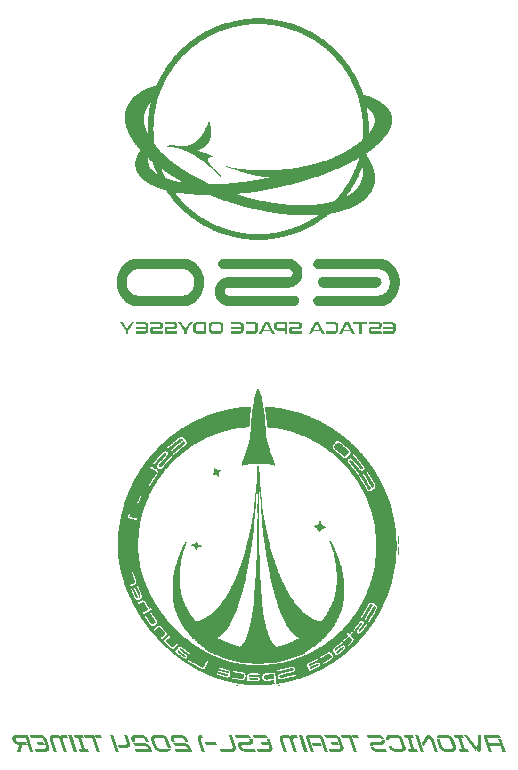
<source format=gbr>
%TF.GenerationSoftware,Altium Limited,Altium Designer,22.7.1 (60)*%
G04 Layer_Color=32896*
%FSLAX45Y45*%
%MOMM*%
%TF.SameCoordinates,6F5B2F55-B7AD-49D5-9618-4F223791D6AE*%
%TF.FilePolarity,Positive*%
%TF.FileFunction,Legend,Bot*%
%TF.Part,Single*%
G01*
G75*
G36*
X2565631Y7105152D02*
X2605504D01*
Y7101164D01*
X2637403D01*
Y7097177D01*
X2661327D01*
Y7093190D01*
X2681263D01*
Y7089202D01*
X2701200D01*
Y7085215D01*
X2721136D01*
Y7081228D01*
X2737085D01*
Y7077241D01*
X2753034D01*
Y7073253D01*
X2768984D01*
Y7069266D01*
X2780945D01*
Y7065279D01*
X2796895D01*
Y7061291D01*
X2808856D01*
Y7057304D01*
X2820818D01*
Y7053317D01*
X2828793D01*
Y7049330D01*
X2840755D01*
Y7045342D01*
X2852717D01*
Y7041355D01*
X2864679D01*
Y7037368D01*
X2872653D01*
Y7033380D01*
X2880628D01*
Y7029393D01*
X2888603D01*
Y7025406D01*
X2900564D01*
Y7021419D01*
X2908539D01*
Y7017431D01*
X2916514D01*
Y7013444D01*
X2924488D01*
Y7009457D01*
X2932463D01*
Y7005469D01*
X2940437D01*
Y7001482D01*
X2948412D01*
Y6997495D01*
X2956387D01*
Y6993507D01*
X2964361D01*
Y6989520D01*
X2972336D01*
Y6985533D01*
X2976323D01*
Y6981545D01*
X2984298D01*
Y6977558D01*
X2992272D01*
Y6973571D01*
X2996259D01*
Y6969583D01*
X3004234D01*
Y6965596D01*
X3008221D01*
Y6961609D01*
X3016196D01*
Y6957622D01*
X3020183D01*
Y6953634D01*
X3028158D01*
Y6949647D01*
X3032145D01*
Y6945660D01*
X3040120D01*
Y6941672D01*
X3044107D01*
Y6937685D01*
X3052082D01*
Y6933698D01*
X3056069D01*
Y6929711D01*
X3064044D01*
Y6925723D01*
X3068031D01*
Y6921736D01*
X3072018D01*
Y6917749D01*
X3079993D01*
Y6913761D01*
X3083980D01*
Y6909774D01*
X3087967D01*
Y6905787D01*
X3095942D01*
Y6901800D01*
X3099929D01*
Y6897812D01*
X3103917D01*
Y6893825D01*
X3107904D01*
Y6889838D01*
X3111891D01*
Y6885850D01*
X3119866D01*
Y6881863D01*
X3123853D01*
Y6877876D01*
X3127840D01*
Y6873888D01*
X3131828D01*
Y6869901D01*
X3135815D01*
Y6865914D01*
X3139802D01*
Y6861927D01*
X3143789D01*
Y6857939D01*
X3147777D01*
Y6853952D01*
X3151764D01*
Y6849965D01*
X3159739D01*
Y6845977D01*
X3163726D01*
Y6841990D01*
X3167713D01*
Y6838003D01*
X3171701D01*
Y6834016D01*
X3175688D01*
Y6830028D01*
X3179675D01*
Y6826041D01*
X3183662D01*
Y6822054D01*
X3187650D01*
Y6818066D01*
X3191637D01*
Y6810092D01*
X3195624D01*
Y6806104D01*
X3199612D01*
Y6802117D01*
X3203599D01*
Y6798130D01*
X3207586D01*
Y6794142D01*
X3211573D01*
Y6790155D01*
X3215561D01*
Y6786168D01*
X3219548D01*
Y6782180D01*
X3223535D01*
Y6778193D01*
X3227523D01*
Y6770219D01*
X3231510D01*
Y6766231D01*
X3235497D01*
Y6762244D01*
X3239485D01*
Y6758257D01*
X3243472D01*
Y6750282D01*
X3247459D01*
Y6746295D01*
X3251446D01*
Y6742308D01*
X3255434D01*
Y6734333D01*
X3259421D01*
Y6730346D01*
X3263409D01*
Y6726358D01*
X3267396D01*
Y6718384D01*
X3271383D01*
Y6714397D01*
X3275370D01*
Y6710409D01*
X3279358D01*
Y6702435D01*
X3283345D01*
Y6698447D01*
X3287332D01*
Y6690473D01*
X3291320D01*
Y6686485D01*
X3295307D01*
Y6678511D01*
X3299294D01*
Y6674524D01*
X3303281D01*
Y6666549D01*
X3307269D01*
Y6658574D01*
X3311256D01*
Y6654587D01*
X3315243D01*
Y6646613D01*
X3319231D01*
Y6638638D01*
X3323218D01*
Y6634651D01*
X3327205D01*
Y6626676D01*
X3331192D01*
Y6618702D01*
X3335180D01*
Y6610727D01*
X3339167D01*
Y6602752D01*
X3343154D01*
Y6594778D01*
X3347142D01*
Y6586803D01*
X3351129D01*
Y6578828D01*
X3355116D01*
Y6570854D01*
X3359104D01*
Y6562879D01*
X3363091D01*
Y6554905D01*
X3367078D01*
Y6546930D01*
X3371065D01*
Y6534968D01*
X3375053D01*
Y6526994D01*
X3379040D01*
Y6515032D01*
X3383027D01*
Y6507057D01*
X3387015D01*
Y6495095D01*
X3391002D01*
Y6483133D01*
X3394989D01*
Y6471171D01*
X3398976D01*
Y6463197D01*
X3406951D01*
Y6459210D01*
X3418913D01*
Y6455222D01*
X3430875D01*
Y6451235D01*
X3442837D01*
Y6447248D01*
X3454799D01*
Y6443260D01*
X3462773D01*
Y6439273D01*
X3474735D01*
Y6435286D01*
X3482710D01*
Y6431299D01*
X3490684D01*
Y6427311D01*
X3498659D01*
Y6423324D01*
X3506634D01*
Y6419337D01*
X3514608D01*
Y6415349D01*
X3522583D01*
Y6411362D01*
X3530557D01*
Y6407375D01*
X3538532D01*
Y6403387D01*
X3542519D01*
Y6399400D01*
X3550494D01*
Y6395413D01*
X3554481D01*
Y6391425D01*
X3558468D01*
Y6387438D01*
X3566443D01*
Y6383451D01*
X3570430D01*
Y6379463D01*
X3574418D01*
Y6375476D01*
X3578405D01*
Y6371489D01*
X3582392D01*
Y6367502D01*
X3590367D01*
Y6363514D01*
X3594354D01*
Y6355540D01*
X3598341D01*
Y6351552D01*
X3602329D01*
Y6347565D01*
X3606316D01*
Y6343578D01*
X3610303D01*
Y6339591D01*
X3614290D01*
Y6331616D01*
X3618278D01*
Y6327629D01*
X3622265D01*
Y6319654D01*
X3626252D01*
Y6311680D01*
X3630240D01*
Y6299718D01*
X3634227D01*
Y6291743D01*
X3638214D01*
Y6271807D01*
X3642202D01*
Y6223959D01*
X3638214D01*
Y6204023D01*
X3634227D01*
Y6192061D01*
X3630240D01*
Y6180099D01*
X3626252D01*
Y6168137D01*
X3622265D01*
Y6160162D01*
X3618278D01*
Y6152188D01*
X3614290D01*
Y6148200D01*
X3610303D01*
Y6140226D01*
X3606316D01*
Y6132251D01*
X3602329D01*
Y6128264D01*
X3598341D01*
Y6120289D01*
X3594354D01*
Y6116302D01*
X3590367D01*
Y6112315D01*
X3586379D01*
Y6104340D01*
X3582392D01*
Y6100353D01*
X3578405D01*
Y6096366D01*
X3574418D01*
Y6092378D01*
X3570430D01*
Y6088391D01*
X3566443D01*
Y6080416D01*
X3562456D01*
Y6076429D01*
X3558468D01*
Y6072442D01*
X3554481D01*
Y6068454D01*
X3550494D01*
Y6064467D01*
X3546506D01*
Y6060480D01*
X3542519D01*
Y6056493D01*
X3538532D01*
Y6052505D01*
X3534545D01*
Y6048518D01*
X3530557D01*
Y6044531D01*
X3526570D01*
Y6040543D01*
X3518595D01*
Y6036556D01*
X3514608D01*
Y6032569D01*
X3510621D01*
Y6028582D01*
X3506634D01*
Y6024594D01*
X3502646D01*
Y6020607D01*
X3498659D01*
Y6016620D01*
X3494672D01*
Y6012632D01*
X3486697D01*
Y6008645D01*
X3482710D01*
Y6004658D01*
X3478723D01*
Y6000670D01*
X3470748D01*
Y5996683D01*
X3466761D01*
Y5992696D01*
X3462773D01*
Y5988708D01*
X3454799D01*
Y5984721D01*
X3450811D01*
Y5980734D01*
X3446824D01*
Y5976746D01*
X3438849D01*
Y5972759D01*
X3434862D01*
Y5968772D01*
X3426887D01*
Y5964785D01*
X3422900D01*
Y5956810D01*
X3426887D01*
Y5948835D01*
X3430875D01*
Y5944848D01*
X3434862D01*
Y5936874D01*
X3438849D01*
Y5928899D01*
X3442837D01*
Y5924912D01*
X3446824D01*
Y5916937D01*
X3450811D01*
Y5908963D01*
X3454799D01*
Y5900988D01*
X3458786D01*
Y5893013D01*
X3462773D01*
Y5885039D01*
X3466761D01*
Y5877064D01*
X3470748D01*
Y5865102D01*
X3474735D01*
Y5857128D01*
X3478723D01*
Y5845166D01*
X3482710D01*
Y5833204D01*
X3486697D01*
Y5817255D01*
X3490684D01*
Y5797318D01*
X3494672D01*
Y5761432D01*
X3498659D01*
Y5745483D01*
X3494672D01*
Y5709598D01*
X3490684D01*
Y5693649D01*
X3486697D01*
Y5681687D01*
X3482710D01*
Y5669725D01*
X3478723D01*
Y5661750D01*
X3474735D01*
Y5649788D01*
X3470748D01*
Y5641814D01*
X3466761D01*
Y5637826D01*
X3462773D01*
Y5629852D01*
X3458786D01*
Y5625865D01*
X3454799D01*
Y5617890D01*
X3450811D01*
Y5613903D01*
X3446824D01*
Y5609915D01*
X3442837D01*
Y5601941D01*
X3438849D01*
Y5597953D01*
X3434862D01*
Y5593966D01*
X3430875D01*
Y5589979D01*
X3426887D01*
Y5585991D01*
X3422900D01*
Y5582004D01*
X3418913D01*
Y5578017D01*
X3414926D01*
Y5574029D01*
X3410938D01*
Y5570042D01*
X3406951D01*
Y5566055D01*
X3398976D01*
Y5562068D01*
X3394989D01*
Y5558080D01*
X3391002D01*
Y5554093D01*
X3383027D01*
Y5550106D01*
X3379040D01*
Y5546118D01*
X3371065D01*
Y5542131D01*
X3367078D01*
Y5538144D01*
X3359104D01*
Y5534157D01*
X3355116D01*
Y5530169D01*
X3347142D01*
Y5526182D01*
X3339167D01*
Y5522195D01*
X3331192D01*
Y5518207D01*
X3323218D01*
Y5514220D01*
X3315243D01*
Y5510233D01*
X3307269D01*
Y5506246D01*
X3299294D01*
Y5502258D01*
X3287332D01*
Y5498271D01*
X3279358D01*
Y5494284D01*
X3267396D01*
Y5490296D01*
X3255434D01*
Y5486309D01*
X3243472D01*
Y5482322D01*
X3231510D01*
Y5478334D01*
X3219548D01*
Y5474347D01*
X3203599D01*
Y5470360D01*
X3187650D01*
Y5466373D01*
X3167713D01*
Y5462385D01*
X3147777D01*
Y5458398D01*
X3127840D01*
Y5454411D01*
X3111891D01*
Y5450423D01*
X3107904D01*
Y5446436D01*
X3103917D01*
Y5442449D01*
X3095942D01*
Y5438462D01*
X3091955D01*
Y5434474D01*
X3087967D01*
Y5430487D01*
X3079993D01*
Y5426500D01*
X3076006D01*
Y5422512D01*
X3072018D01*
Y5418525D01*
X3064044D01*
Y5414538D01*
X3060056D01*
Y5410551D01*
X3056069D01*
Y5406563D01*
X3048094D01*
Y5402576D01*
X3044107D01*
Y5398589D01*
X3036132D01*
Y5394601D01*
X3032145D01*
Y5390614D01*
X3024170D01*
Y5386627D01*
X3020183D01*
Y5382639D01*
X3012209D01*
Y5378652D01*
X3008221D01*
Y5374665D01*
X3000247D01*
Y5370677D01*
X2996259D01*
Y5366690D01*
X2988285D01*
Y5362703D01*
X2980310D01*
Y5358715D01*
X2976323D01*
Y5354728D01*
X2968348D01*
Y5350741D01*
X2960374D01*
Y5346754D01*
X2952399D01*
Y5342766D01*
X2944425D01*
Y5338779D01*
X2936450D01*
Y5334792D01*
X2928475D01*
Y5330804D01*
X2920501D01*
Y5326817D01*
X2912526D01*
Y5322830D01*
X2904552D01*
Y5318843D01*
X2896577D01*
Y5314855D01*
X2888603D01*
Y5310868D01*
X2876641D01*
Y5306881D01*
X2868666D01*
Y5302893D01*
X2856704D01*
Y5298906D01*
X2848729D01*
Y5294919D01*
X2836768D01*
Y5290932D01*
X2824806D01*
Y5286944D01*
X2816831D01*
Y5282957D01*
X2804869D01*
Y5278970D01*
X2792907D01*
Y5274982D01*
X2776958D01*
Y5270995D01*
X2761009D01*
Y5267008D01*
X2745060D01*
Y5263020D01*
X2733098D01*
Y5259033D01*
X2713161D01*
Y5255046D01*
X2697212D01*
Y5251059D01*
X2677276D01*
Y5247071D01*
X2653352D01*
Y5243084D01*
X2625441D01*
Y5239097D01*
X2589555D01*
Y5235109D01*
X2430063D01*
Y5239097D01*
X2394178D01*
Y5243084D01*
X2366267D01*
Y5247071D01*
X2342343D01*
Y5251059D01*
X2322406D01*
Y5255046D01*
X2306457D01*
Y5259033D01*
X2286521D01*
Y5263020D01*
X2270572D01*
Y5267008D01*
X2258610D01*
Y5270995D01*
X2242660D01*
Y5274982D01*
X2226711D01*
Y5278970D01*
X2214749D01*
Y5282957D01*
X2202787D01*
Y5286944D01*
X2194813D01*
Y5290932D01*
X2182851D01*
Y5294919D01*
X2170889D01*
Y5298906D01*
X2158927D01*
Y5302893D01*
X2150953D01*
Y5306881D01*
X2142978D01*
Y5310868D01*
X2131016D01*
Y5314855D01*
X2123041D01*
Y5318843D01*
X2115067D01*
Y5322830D01*
X2107092D01*
Y5326817D01*
X2099118D01*
Y5330804D01*
X2091143D01*
Y5334792D01*
X2083169D01*
Y5338779D01*
X2075194D01*
Y5342766D01*
X2067219D01*
Y5346754D01*
X2059245D01*
Y5350741D01*
X2051270D01*
Y5354728D01*
X2043295D01*
Y5358715D01*
X2039308D01*
Y5362703D01*
X2031334D01*
Y5366690D01*
X2023359D01*
Y5370677D01*
X2019372D01*
Y5374665D01*
X2011397D01*
Y5378652D01*
X2007410D01*
Y5382639D01*
X1999435D01*
Y5386627D01*
X1995448D01*
Y5390614D01*
X1987473D01*
Y5394601D01*
X1979499D01*
Y5398589D01*
X1975511D01*
Y5402576D01*
X1971524D01*
Y5406563D01*
X1963550D01*
Y5410551D01*
X1959562D01*
Y5414538D01*
X1951588D01*
Y5418525D01*
X1947600D01*
Y5422512D01*
X1943613D01*
Y5426500D01*
X1939626D01*
Y5430487D01*
X1931651D01*
Y5434474D01*
X1927664D01*
Y5438462D01*
X1923677D01*
Y5442449D01*
X1915702D01*
Y5446436D01*
X1911715D01*
Y5450423D01*
X1907727D01*
Y5454411D01*
X1903740D01*
Y5458398D01*
X1899753D01*
Y5462385D01*
X1891778D01*
Y5466373D01*
X1887791D01*
Y5470360D01*
X1883804D01*
Y5474347D01*
X1879816D01*
Y5478334D01*
X1875829D01*
Y5482322D01*
X1871842D01*
Y5486309D01*
X1867855D01*
Y5490296D01*
X1863867D01*
Y5494284D01*
X1859880D01*
Y5498271D01*
X1855893D01*
Y5502258D01*
X1851905D01*
Y5506246D01*
X1847918D01*
Y5510233D01*
X1843931D01*
Y5514220D01*
X1839943D01*
Y5518207D01*
X1835956D01*
Y5522195D01*
X1831969D01*
Y5526182D01*
X1827981D01*
Y5530169D01*
X1823994D01*
Y5534157D01*
X1820007D01*
Y5538144D01*
X1816019D01*
Y5542131D01*
X1812032D01*
Y5546118D01*
X1808045D01*
Y5550106D01*
X1804058D01*
Y5554093D01*
X1800070D01*
Y5562068D01*
X1796083D01*
Y5566055D01*
X1792096D01*
Y5570042D01*
X1788108D01*
Y5574029D01*
X1784121D01*
Y5578017D01*
X1780134D01*
Y5585991D01*
X1776147D01*
Y5589979D01*
X1772159D01*
Y5593966D01*
X1768172D01*
Y5601941D01*
X1764185D01*
Y5605928D01*
X1760197D01*
Y5609915D01*
X1756210D01*
Y5617890D01*
X1752223D01*
Y5621877D01*
X1748236D01*
Y5625865D01*
X1744248D01*
Y5633839D01*
X1740261D01*
Y5637826D01*
X1736274D01*
Y5645801D01*
X1732286D01*
Y5649788D01*
X1728299D01*
Y5653776D01*
X1716337D01*
Y5657763D01*
X1704375D01*
Y5661750D01*
X1688426D01*
Y5665737D01*
X1676464D01*
Y5669725D01*
X1664502D01*
Y5673712D01*
X1656528D01*
Y5677699D01*
X1644566D01*
Y5681687D01*
X1636591D01*
Y5685674D01*
X1624629D01*
Y5689661D01*
X1616655D01*
Y5693649D01*
X1608680D01*
Y5697636D01*
X1600705D01*
Y5701623D01*
X1592731D01*
Y5705610D01*
X1588744D01*
Y5709598D01*
X1580769D01*
Y5713585D01*
X1572794D01*
Y5717572D01*
X1568807D01*
Y5721560D01*
X1560833D01*
Y5725547D01*
X1556845D01*
Y5729534D01*
X1548871D01*
Y5733521D01*
X1544883D01*
Y5737509D01*
X1540896D01*
Y5741496D01*
X1532921D01*
Y5745483D01*
X1528934D01*
Y5749471D01*
X1524947D01*
Y5753458D01*
X1520960D01*
Y5757445D01*
X1516972D01*
Y5761432D01*
X1512985D01*
Y5765420D01*
X1508998D01*
Y5773394D01*
X1505010D01*
Y5777382D01*
X1501023D01*
Y5781369D01*
X1497036D01*
Y5789344D01*
X1493049D01*
Y5793331D01*
X1489061D01*
Y5801306D01*
X1485074D01*
Y5809280D01*
X1481087D01*
Y5817255D01*
X1477099D01*
Y5829217D01*
X1473112D01*
Y5849153D01*
X1469125D01*
Y5897001D01*
X1473112D01*
Y5916937D01*
X1477099D01*
Y5928899D01*
X1481087D01*
Y5940861D01*
X1485074D01*
Y5948835D01*
X1489061D01*
Y5956810D01*
X1493049D01*
Y5964785D01*
X1497036D01*
Y5972759D01*
X1501023D01*
Y5980734D01*
X1505010D01*
Y5984721D01*
X1508998D01*
Y5996683D01*
X1505010D01*
Y6000670D01*
X1501023D01*
Y6004658D01*
X1497036D01*
Y6012632D01*
X1493049D01*
Y6016620D01*
X1489061D01*
Y6020607D01*
X1485074D01*
Y6024594D01*
X1481087D01*
Y6032569D01*
X1477099D01*
Y6036556D01*
X1473112D01*
Y6040543D01*
X1469125D01*
Y6048518D01*
X1465138D01*
Y6052505D01*
X1461150D01*
Y6056493D01*
X1457163D01*
Y6064467D01*
X1453176D01*
Y6068454D01*
X1449188D01*
Y6076429D01*
X1445201D01*
Y6080416D01*
X1441214D01*
Y6088391D01*
X1437226D01*
Y6096366D01*
X1433239D01*
Y6100353D01*
X1429252D01*
Y6108327D01*
X1425264D01*
Y6116302D01*
X1421277D01*
Y6124277D01*
X1417290D01*
Y6132251D01*
X1413302D01*
Y6140226D01*
X1409315D01*
Y6152188D01*
X1405328D01*
Y6160162D01*
X1401341D01*
Y6172124D01*
X1397353D01*
Y6184086D01*
X1393366D01*
Y6196048D01*
X1389379D01*
Y6211997D01*
X1385391D01*
Y6235921D01*
X1381404D01*
Y6303705D01*
X1385391D01*
Y6323641D01*
X1389379D01*
Y6335603D01*
X1393366D01*
Y6347565D01*
X1397353D01*
Y6359527D01*
X1401341D01*
Y6367502D01*
X1405328D01*
Y6375476D01*
X1409315D01*
Y6383451D01*
X1413302D01*
Y6391425D01*
X1417290D01*
Y6395413D01*
X1421277D01*
Y6403387D01*
X1425264D01*
Y6407375D01*
X1429252D01*
Y6411362D01*
X1433239D01*
Y6415349D01*
X1437226D01*
Y6423324D01*
X1441214D01*
Y6427311D01*
X1445201D01*
Y6431299D01*
X1449188D01*
Y6435286D01*
X1453176D01*
Y6439273D01*
X1457163D01*
Y6443260D01*
X1461150D01*
Y6447248D01*
X1465138D01*
Y6451235D01*
X1473112D01*
Y6455222D01*
X1477099D01*
Y6459210D01*
X1481087D01*
Y6463197D01*
X1485074D01*
Y6467184D01*
X1493049D01*
Y6471171D01*
X1497036D01*
Y6475159D01*
X1505010D01*
Y6479146D01*
X1508998D01*
Y6483133D01*
X1516972D01*
Y6487121D01*
X1520960D01*
Y6491108D01*
X1528934D01*
Y6495095D01*
X1536909D01*
Y6499083D01*
X1544883D01*
Y6503070D01*
X1552858D01*
Y6507057D01*
X1560833D01*
Y6511044D01*
X1568807D01*
Y6515032D01*
X1576782D01*
Y6519019D01*
X1588744D01*
Y6523006D01*
X1596718D01*
Y6526994D01*
X1608680D01*
Y6530981D01*
X1620642D01*
Y6534968D01*
X1632604D01*
Y6538955D01*
X1644566D01*
Y6542943D01*
X1648553D01*
Y6546930D01*
X1652541D01*
Y6554905D01*
X1656528D01*
Y6562879D01*
X1660515D01*
Y6570854D01*
X1664502D01*
Y6578828D01*
X1668490D01*
Y6586803D01*
X1672477D01*
Y6594778D01*
X1676464D01*
Y6602752D01*
X1680452D01*
Y6610727D01*
X1684439D01*
Y6618702D01*
X1688426D01*
Y6626676D01*
X1692413D01*
Y6634651D01*
X1696401D01*
Y6638638D01*
X1700388D01*
Y6646613D01*
X1704375D01*
Y6654587D01*
X1708363D01*
Y6662562D01*
X1712350D01*
Y6666549D01*
X1716337D01*
Y6674524D01*
X1720324D01*
Y6678511D01*
X1724312D01*
Y6686485D01*
X1728299D01*
Y6690473D01*
X1732286D01*
Y6698447D01*
X1736274D01*
Y6702435D01*
X1740261D01*
Y6710409D01*
X1744248D01*
Y6714397D01*
X1748236D01*
Y6718384D01*
X1752223D01*
Y6726358D01*
X1756210D01*
Y6730346D01*
X1760197D01*
Y6738320D01*
X1764185D01*
Y6742308D01*
X1768172D01*
Y6746295D01*
X1772159D01*
Y6750282D01*
X1776147D01*
Y6758257D01*
X1780134D01*
Y6762244D01*
X1784121D01*
Y6766231D01*
X1788108D01*
Y6770219D01*
X1792096D01*
Y6778193D01*
X1796083D01*
Y6782180D01*
X1800070D01*
Y6786168D01*
X1804058D01*
Y6790155D01*
X1808045D01*
Y6794142D01*
X1812032D01*
Y6798130D01*
X1816019D01*
Y6802117D01*
X1820007D01*
Y6810092D01*
X1823994D01*
Y6814079D01*
X1827981D01*
Y6818066D01*
X1831969D01*
Y6822054D01*
X1835956D01*
Y6826041D01*
X1839943D01*
Y6830028D01*
X1843931D01*
Y6834016D01*
X1847918D01*
Y6838003D01*
X1851905D01*
Y6841990D01*
X1855893D01*
Y6845977D01*
X1859880D01*
Y6849965D01*
X1863867D01*
Y6853952D01*
X1867855D01*
Y6857939D01*
X1871842D01*
Y6861927D01*
X1879816D01*
Y6865914D01*
X1883804D01*
Y6869901D01*
X1887791D01*
Y6873888D01*
X1891778D01*
Y6877876D01*
X1895766D01*
Y6881863D01*
X1899753D01*
Y6885850D01*
X1903740D01*
Y6889838D01*
X1911715D01*
Y6893825D01*
X1915702D01*
Y6897812D01*
X1919689D01*
Y6901800D01*
X1923677D01*
Y6905787D01*
X1931651D01*
Y6909774D01*
X1935638D01*
Y6913761D01*
X1939626D01*
Y6917749D01*
X1947600D01*
Y6921736D01*
X1951588D01*
Y6925723D01*
X1955575D01*
Y6929711D01*
X1963550D01*
Y6933698D01*
X1967537D01*
Y6937685D01*
X1975511D01*
Y6941672D01*
X1979499D01*
Y6945660D01*
X1983486D01*
Y6949647D01*
X1991461D01*
Y6953634D01*
X1995448D01*
Y6957622D01*
X2003422D01*
Y6961609D01*
X2011397D01*
Y6965596D01*
X2015384D01*
Y6969583D01*
X2023359D01*
Y6973571D01*
X2027346D01*
Y6977558D01*
X2035321D01*
Y6981545D01*
X2043295D01*
Y6985533D01*
X2047283D01*
Y6989520D01*
X2055258D01*
Y6993507D01*
X2063232D01*
Y6997495D01*
X2071207D01*
Y7001482D01*
X2079181D01*
Y7005469D01*
X2087156D01*
Y7009457D01*
X2095130D01*
Y7013444D01*
X2103105D01*
Y7017431D01*
X2111080D01*
Y7021419D01*
X2119054D01*
Y7025406D01*
X2127029D01*
Y7029393D01*
X2138991D01*
Y7033380D01*
X2146965D01*
Y7037368D01*
X2154940D01*
Y7041355D01*
X2166902D01*
Y7045342D01*
X2178864D01*
Y7049330D01*
X2186838D01*
Y7053317D01*
X2198800D01*
Y7057304D01*
X2210762D01*
Y7061291D01*
X2222724D01*
Y7065279D01*
X2238673D01*
Y7069266D01*
X2250635D01*
Y7073253D01*
X2266584D01*
Y7077241D01*
X2282533D01*
Y7081228D01*
X2298483D01*
Y7085215D01*
X2318419D01*
Y7089202D01*
X2338355D01*
Y7093190D01*
X2358292D01*
Y7097177D01*
X2382216D01*
Y7101164D01*
X2414114D01*
Y7105152D01*
X2453987D01*
Y7109139D01*
X2565631D01*
Y7105152D01*
D02*
G37*
G36*
X3522583Y4912138D02*
X3530557D01*
Y4908151D01*
X3538532D01*
Y4904164D01*
X3542519D01*
Y4900176D01*
X3546506D01*
Y4892202D01*
X3550494D01*
Y4880240D01*
X3554481D01*
Y4864291D01*
X3550494D01*
Y4852329D01*
X3546506D01*
Y4848342D01*
X3542519D01*
Y4840367D01*
X3534545D01*
Y4836380D01*
X3530557D01*
Y4832392D01*
X3518595D01*
Y4828405D01*
X3048094D01*
Y4832392D01*
X3036132D01*
Y4836380D01*
X3032145D01*
Y4840367D01*
X3028158D01*
Y4844354D01*
X3024170D01*
Y4848342D01*
X3020183D01*
Y4856316D01*
X3016196D01*
Y4892202D01*
X3020183D01*
Y4896189D01*
X3024170D01*
Y4904164D01*
X3028158D01*
Y4908151D01*
X3036132D01*
Y4912138D01*
X3044107D01*
Y4916126D01*
X3522583D01*
Y4912138D01*
D02*
G37*
G36*
X3558468Y5067643D02*
X3578405D01*
Y5063656D01*
X3590367D01*
Y5059668D01*
X3598341D01*
Y5055681D01*
X3606316D01*
Y5051694D01*
X3614290D01*
Y5047706D01*
X3622265D01*
Y5043719D01*
X3626252D01*
Y5039732D01*
X3630240D01*
Y5035745D01*
X3634227D01*
Y5031757D01*
X3642202D01*
Y5027770D01*
X3646189D01*
Y5023783D01*
X3650176D01*
Y5019795D01*
X3654163D01*
Y5011821D01*
X3658151D01*
Y5007834D01*
X3662138D01*
Y5003846D01*
X3666126D01*
Y4995872D01*
X3670113D01*
Y4991884D01*
X3674100D01*
Y4983910D01*
X3678087D01*
Y4979922D01*
X3682075D01*
Y4971948D01*
X3686062D01*
Y4959986D01*
X3690049D01*
Y4952011D01*
X3694037D01*
Y4940049D01*
X3698024D01*
Y4928087D01*
X3702011D01*
Y4908151D01*
X3705998D01*
Y4840367D01*
X3702011D01*
Y4820431D01*
X3698024D01*
Y4804481D01*
X3694037D01*
Y4792519D01*
X3690049D01*
Y4780557D01*
X3686062D01*
Y4772583D01*
X3682075D01*
Y4764608D01*
X3678087D01*
Y4756634D01*
X3674100D01*
Y4752646D01*
X3670113D01*
Y4744672D01*
X3666126D01*
Y4740684D01*
X3662138D01*
Y4732710D01*
X3658151D01*
Y4728723D01*
X3654163D01*
Y4724735D01*
X3650176D01*
Y4720748D01*
X3646189D01*
Y4716761D01*
X3642202D01*
Y4712773D01*
X3638214D01*
Y4708786D01*
X3634227D01*
Y4704799D01*
X3630240D01*
Y4700812D01*
X3622265D01*
Y4696824D01*
X3618278D01*
Y4692837D01*
X3610303D01*
Y4688850D01*
X3602329D01*
Y4684862D01*
X3594354D01*
Y4680875D01*
X3582392D01*
Y4676888D01*
X3000247D01*
Y4680875D01*
X2996259D01*
Y4684862D01*
X2988285D01*
Y4692837D01*
X2984298D01*
Y4696824D01*
X2980310D01*
Y4704799D01*
X2976323D01*
Y4732710D01*
X2980310D01*
Y4740684D01*
X2984298D01*
Y4744672D01*
X2988285D01*
Y4748659D01*
X2992272D01*
Y4752646D01*
X2996259D01*
Y4756634D01*
X3004234D01*
Y4760621D01*
X3534545D01*
Y4764608D01*
X3554481D01*
Y4768595D01*
X3566443D01*
Y4772583D01*
X3574418D01*
Y4776570D01*
X3578405D01*
Y4780557D01*
X3582392D01*
Y4784545D01*
X3590367D01*
Y4788532D01*
X3594354D01*
Y4792519D01*
X3598341D01*
Y4800494D01*
X3602329D01*
Y4804481D01*
X3606316D01*
Y4812456D01*
X3610303D01*
Y4820431D01*
X3614290D01*
Y4832392D01*
X3618278D01*
Y4852329D01*
X3622265D01*
Y4892202D01*
X3618278D01*
Y4912138D01*
X3614290D01*
Y4924100D01*
X3610303D01*
Y4932075D01*
X3606316D01*
Y4940049D01*
X3602329D01*
Y4948024D01*
X3598341D01*
Y4952011D01*
X3594354D01*
Y4955998D01*
X3590367D01*
Y4959986D01*
X3586379D01*
Y4963973D01*
X3582392D01*
Y4967960D01*
X3574418D01*
Y4971948D01*
X3566443D01*
Y4975935D01*
X3558468D01*
Y4979922D01*
X3542519D01*
Y4983910D01*
X3004234D01*
Y4987897D01*
X2996259D01*
Y4991884D01*
X2992272D01*
Y4995872D01*
X2988285D01*
Y4999859D01*
X2984298D01*
Y5003846D01*
X2980310D01*
Y5011821D01*
X2976323D01*
Y5039732D01*
X2980310D01*
Y5047706D01*
X2984298D01*
Y5055681D01*
X2988285D01*
Y5059668D01*
X2992272D01*
Y5063656D01*
X3000247D01*
Y5067643D01*
X3008221D01*
Y5071630D01*
X3558468D01*
Y5067643D01*
D02*
G37*
G36*
X2780945D02*
X2800882D01*
Y5063656D01*
X2808856D01*
Y5059668D01*
X2816831D01*
Y5055681D01*
X2824806D01*
Y5051694D01*
X2832780D01*
Y5047706D01*
X2836768D01*
Y5043719D01*
X2840755D01*
Y5039732D01*
X2844742D01*
Y5035745D01*
X2848729D01*
Y5031757D01*
X2852717D01*
Y5027770D01*
X2856704D01*
Y5023783D01*
X2860692D01*
Y5019795D01*
X2864679D01*
Y5011821D01*
X2868666D01*
Y5007834D01*
X2872653D01*
Y4999859D01*
X2876641D01*
Y4987897D01*
X2880628D01*
Y4971948D01*
X2884615D01*
Y4928087D01*
X2880628D01*
Y4912138D01*
X2876641D01*
Y4904164D01*
X2872653D01*
Y4892202D01*
X2868666D01*
Y4888215D01*
X2864679D01*
Y4880240D01*
X2860692D01*
Y4876253D01*
X2856704D01*
Y4872265D01*
X2852717D01*
Y4868278D01*
X2848729D01*
Y4864291D01*
X2844742D01*
Y4860303D01*
X2840755D01*
Y4856316D01*
X2836768D01*
Y4852329D01*
X2832780D01*
Y4848342D01*
X2824806D01*
Y4844354D01*
X2816831D01*
Y4840367D01*
X2808856D01*
Y4836380D01*
X2800882D01*
Y4832392D01*
X2780945D01*
Y4828405D01*
X2246648D01*
Y4824418D01*
X2238673D01*
Y4820431D01*
X2234686D01*
Y4816443D01*
X2230698D01*
Y4808469D01*
X2226711D01*
Y4784545D01*
X2230698D01*
Y4776570D01*
X2234686D01*
Y4772583D01*
X2238673D01*
Y4768595D01*
X2242660D01*
Y4764608D01*
X2254622D01*
Y4760621D01*
X2828793D01*
Y4756634D01*
X2836768D01*
Y4752646D01*
X2844742D01*
Y4748659D01*
X2848729D01*
Y4740684D01*
X2852717D01*
Y4732710D01*
X2856704D01*
Y4704799D01*
X2852717D01*
Y4696824D01*
X2848729D01*
Y4688850D01*
X2844742D01*
Y4684862D01*
X2836768D01*
Y4680875D01*
X2832780D01*
Y4676888D01*
X2230698D01*
Y4680875D01*
X2218736D01*
Y4684862D01*
X2210762D01*
Y4688850D01*
X2202787D01*
Y4692837D01*
X2194813D01*
Y4696824D01*
X2190825D01*
Y4700812D01*
X2186838D01*
Y4704799D01*
X2178864D01*
Y4708786D01*
X2174876D01*
Y4712773D01*
X2170889D01*
Y4720748D01*
X2166902D01*
Y4724735D01*
X2162914D01*
Y4728723D01*
X2158927D01*
Y4736697D01*
X2154940D01*
Y4744672D01*
X2150953D01*
Y4756634D01*
X2146965D01*
Y4768595D01*
X2142978D01*
Y4820431D01*
X2146965D01*
Y4836380D01*
X2150953D01*
Y4844354D01*
X2154940D01*
Y4852329D01*
X2158927D01*
Y4860303D01*
X2162914D01*
Y4864291D01*
X2166902D01*
Y4872265D01*
X2170889D01*
Y4876253D01*
X2174876D01*
Y4880240D01*
X2178864D01*
Y4884227D01*
X2182851D01*
Y4888215D01*
X2186838D01*
Y4892202D01*
X2194813D01*
Y4896189D01*
X2198800D01*
Y4900176D01*
X2206775D01*
Y4904164D01*
X2214749D01*
Y4908151D01*
X2226711D01*
Y4912138D01*
X2238673D01*
Y4916126D01*
X2776958D01*
Y4920113D01*
X2784933D01*
Y4924100D01*
X2788920D01*
Y4928087D01*
X2792907D01*
Y4932075D01*
X2796895D01*
Y4940049D01*
X2800882D01*
Y4959986D01*
X2796895D01*
Y4967960D01*
X2792907D01*
Y4971948D01*
X2788920D01*
Y4975935D01*
X2784933D01*
Y4979922D01*
X2776958D01*
Y4983910D01*
X2198800D01*
Y4987897D01*
X2190825D01*
Y4991884D01*
X2186838D01*
Y4995872D01*
X2182851D01*
Y4999859D01*
X2178864D01*
Y5003846D01*
X2174876D01*
Y5011821D01*
X2170889D01*
Y5043719D01*
X2174876D01*
Y5051694D01*
X2178864D01*
Y5055681D01*
X2182851D01*
Y5059668D01*
X2186838D01*
Y5063656D01*
X2190825D01*
Y5067643D01*
X2202787D01*
Y5071630D01*
X2780945D01*
Y5067643D01*
D02*
G37*
G36*
X1903740D02*
X1923677D01*
Y5063656D01*
X1935638D01*
Y5059668D01*
X1943613D01*
Y5055681D01*
X1951588D01*
Y5051694D01*
X1959562D01*
Y5047706D01*
X1963550D01*
Y5043719D01*
X1971524D01*
Y5039732D01*
X1975511D01*
Y5035745D01*
X1979499D01*
Y5031757D01*
X1983486D01*
Y5027770D01*
X1987473D01*
Y5023783D01*
X1991461D01*
Y5019795D01*
X1995448D01*
Y5015808D01*
X1999435D01*
Y5011821D01*
X2003422D01*
Y5007834D01*
X2007410D01*
Y5003846D01*
X2011397D01*
Y4995872D01*
X2015384D01*
Y4991884D01*
X2019372D01*
Y4983910D01*
X2023359D01*
Y4975935D01*
X2027346D01*
Y4967960D01*
X2031334D01*
Y4959986D01*
X2035321D01*
Y4948024D01*
X2039308D01*
Y4936062D01*
X2043295D01*
Y4924100D01*
X2047283D01*
Y4900176D01*
X2051270D01*
Y4844354D01*
X2047283D01*
Y4824418D01*
X2043295D01*
Y4808469D01*
X2039308D01*
Y4796507D01*
X2035321D01*
Y4784545D01*
X2031334D01*
Y4776570D01*
X2027346D01*
Y4768595D01*
X2023359D01*
Y4760621D01*
X2019372D01*
Y4752646D01*
X2015384D01*
Y4748659D01*
X2011397D01*
Y4744672D01*
X2007410D01*
Y4736697D01*
X2003422D01*
Y4732710D01*
X1999435D01*
Y4728723D01*
X1995448D01*
Y4724735D01*
X1991461D01*
Y4720748D01*
X1987473D01*
Y4716761D01*
X1983486D01*
Y4712773D01*
X1979499D01*
Y4708786D01*
X1975511D01*
Y4704799D01*
X1971524D01*
Y4700812D01*
X1963550D01*
Y4696824D01*
X1959562D01*
Y4692837D01*
X1951588D01*
Y4688850D01*
X1943613D01*
Y4684862D01*
X1931651D01*
Y4680875D01*
X1919689D01*
Y4676888D01*
X1445201D01*
Y4680875D01*
X1433239D01*
Y4684862D01*
X1421277D01*
Y4688850D01*
X1413302D01*
Y4692837D01*
X1405328D01*
Y4696824D01*
X1401341D01*
Y4700812D01*
X1393366D01*
Y4704799D01*
X1389379D01*
Y4708786D01*
X1385391D01*
Y4712773D01*
X1381404D01*
Y4716761D01*
X1377417D01*
Y4720748D01*
X1373430D01*
Y4724735D01*
X1369442D01*
Y4728723D01*
X1365455D01*
Y4732710D01*
X1361468D01*
Y4736697D01*
X1357480D01*
Y4740684D01*
X1353493D01*
Y4748659D01*
X1349506D01*
Y4752646D01*
X1345519D01*
Y4760621D01*
X1341531D01*
Y4768595D01*
X1337544D01*
Y4776570D01*
X1333557D01*
Y4784545D01*
X1329569D01*
Y4792519D01*
X1325582D01*
Y4804481D01*
X1321595D01*
Y4820431D01*
X1317607D01*
Y4836380D01*
X1313620D01*
Y4908151D01*
X1317607D01*
Y4928087D01*
X1321595D01*
Y4940049D01*
X1325582D01*
Y4952011D01*
X1329569D01*
Y4963973D01*
X1333557D01*
Y4971948D01*
X1337544D01*
Y4979922D01*
X1341531D01*
Y4987897D01*
X1345519D01*
Y4991884D01*
X1349506D01*
Y4995872D01*
Y4999859D01*
X1353493D01*
Y5003846D01*
X1357480D01*
Y5007834D01*
X1361468D01*
Y5015808D01*
X1365455D01*
Y5019795D01*
X1369442D01*
Y5023783D01*
X1373430D01*
Y5027770D01*
X1377417D01*
Y5031757D01*
X1381404D01*
Y5035745D01*
X1385391D01*
Y5039732D01*
X1393366D01*
Y5043719D01*
X1397353D01*
Y5047706D01*
X1405328D01*
Y5051694D01*
X1409315D01*
Y5055681D01*
X1417290D01*
Y5059668D01*
X1425264D01*
Y5063656D01*
X1437226D01*
Y5067643D01*
X1457163D01*
Y5071630D01*
X1903740D01*
Y5067643D01*
D02*
G37*
G36*
X1955575Y4533345D02*
X1951588D01*
Y4529358D01*
X1947600D01*
Y4521383D01*
X1943613D01*
Y4517396D01*
X1939626D01*
Y4513409D01*
X1935638D01*
Y4505434D01*
X1931651D01*
Y4501447D01*
X1927664D01*
Y4497459D01*
X1923677D01*
Y4489485D01*
X1919689D01*
Y4485498D01*
X1915702D01*
Y4481510D01*
X1911715D01*
Y4473536D01*
X1907727D01*
Y4469548D01*
X1903740D01*
Y4433663D01*
X1883804D01*
Y4465561D01*
X1879816D01*
Y4473536D01*
X1875829D01*
Y4477523D01*
X1871842D01*
Y4481510D01*
X1867855D01*
Y4489485D01*
X1863867D01*
Y4493472D01*
X1859880D01*
Y4497459D01*
X1855893D01*
Y4505434D01*
X1851905D01*
Y4509421D01*
X1847918D01*
Y4513409D01*
X1843931D01*
Y4521383D01*
X1839943D01*
Y4525370D01*
X1835956D01*
Y4529358D01*
X1831969D01*
Y4537332D01*
X1855893D01*
Y4529358D01*
X1859880D01*
Y4525370D01*
X1863867D01*
Y4521383D01*
X1867855D01*
Y4513409D01*
X1871842D01*
Y4509421D01*
X1875829D01*
Y4505434D01*
X1879816D01*
Y4497459D01*
X1883804D01*
Y4493472D01*
X1887791D01*
Y4485498D01*
X1895766D01*
Y4489485D01*
X1899753D01*
Y4497459D01*
X1903740D01*
Y4501447D01*
X1907727D01*
Y4505434D01*
X1911715D01*
Y4513409D01*
X1915702D01*
Y4517396D01*
X1919689D01*
Y4525370D01*
X1923677D01*
Y4529358D01*
X1927664D01*
Y4533345D01*
X1931651D01*
Y4537332D01*
X1955575D01*
Y4533345D01*
D02*
G37*
G36*
X1461150D02*
X1457163D01*
Y4525370D01*
X1453176D01*
Y4521383D01*
X1449188D01*
Y4517396D01*
X1445201D01*
Y4509421D01*
X1441214D01*
Y4505434D01*
X1437226D01*
Y4501447D01*
X1433239D01*
Y4493472D01*
X1429252D01*
Y4489485D01*
X1425264D01*
Y4485498D01*
X1421277D01*
Y4477523D01*
X1417290D01*
Y4473536D01*
X1413302D01*
Y4469548D01*
X1409315D01*
Y4433663D01*
X1389379D01*
Y4469548D01*
X1385391D01*
Y4473536D01*
X1381404D01*
Y4477523D01*
X1377417D01*
Y4485498D01*
X1373430D01*
Y4489485D01*
X1369442D01*
Y4493472D01*
X1365455D01*
Y4501447D01*
X1361468D01*
Y4505434D01*
X1357480D01*
Y4509421D01*
X1353493D01*
Y4517396D01*
X1349506D01*
Y4521383D01*
X1345519D01*
Y4525370D01*
X1341531D01*
Y4529358D01*
X1337544D01*
Y4537332D01*
X1361468D01*
Y4533345D01*
X1365455D01*
Y4525370D01*
X1369442D01*
Y4521383D01*
X1373430D01*
Y4513409D01*
X1377417D01*
Y4509421D01*
X1381404D01*
Y4505434D01*
X1385391D01*
Y4497459D01*
X1389379D01*
Y4493472D01*
X1393366D01*
Y4489485D01*
X1397353D01*
Y4485498D01*
X1401341D01*
Y4489485D01*
X1405328D01*
Y4493472D01*
X1409315D01*
Y4501447D01*
X1413302D01*
Y4505434D01*
X1417290D01*
Y4509421D01*
X1421277D01*
Y4517396D01*
X1425264D01*
Y4521383D01*
X1429252D01*
Y4529358D01*
X1433239D01*
Y4533345D01*
X1437226D01*
Y4537332D01*
X1461150D01*
Y4533345D01*
D02*
G37*
G36*
X3654163D02*
X3662138D01*
Y4529358D01*
X3666126D01*
Y4525370D01*
X3670113D01*
Y4517396D01*
X3674100D01*
Y4457586D01*
X3670113D01*
Y4449612D01*
X3666126D01*
Y4445625D01*
X3662138D01*
Y4441637D01*
X3658151D01*
Y4437650D01*
X3646189D01*
Y4433663D01*
X3570430D01*
Y4457586D01*
X3650176D01*
Y4465561D01*
X3654163D01*
Y4477523D01*
X3570430D01*
Y4497459D01*
X3654163D01*
Y4509421D01*
X3650176D01*
Y4513409D01*
X3646189D01*
Y4517396D01*
X3570430D01*
Y4537332D01*
X3654163D01*
Y4533345D01*
D02*
G37*
G36*
X3542519D02*
X3546506D01*
Y4529358D01*
X3550494D01*
Y4525370D01*
X3554481D01*
Y4493472D01*
X3550494D01*
Y4485498D01*
X3546506D01*
Y4481510D01*
X3534545D01*
Y4477523D01*
X3466761D01*
Y4461574D01*
X3470748D01*
Y4457586D01*
X3550494D01*
Y4453599D01*
X3554481D01*
Y4437650D01*
X3550494D01*
Y4433663D01*
X3462773D01*
Y4437650D01*
X3454799D01*
Y4441637D01*
X3450811D01*
Y4445625D01*
X3446824D01*
Y4485498D01*
X3450811D01*
Y4489485D01*
X3454799D01*
Y4493472D01*
X3462773D01*
Y4497459D01*
X3530557D01*
Y4517396D01*
X3450811D01*
Y4537332D01*
X3542519D01*
Y4533345D01*
D02*
G37*
G36*
X3434862Y4517396D02*
X3387015D01*
Y4437650D01*
X3383027D01*
Y4433663D01*
X3367078D01*
Y4437650D01*
X3363091D01*
Y4517396D01*
X3319231D01*
Y4521383D01*
X3315243D01*
Y4537332D01*
X3434862D01*
Y4517396D01*
D02*
G37*
G36*
X3275370Y4533345D02*
X3279358D01*
Y4525370D01*
X3283345D01*
Y4521383D01*
X3287332D01*
Y4513409D01*
X3291320D01*
Y4505434D01*
X3295307D01*
Y4497459D01*
X3299294D01*
Y4489485D01*
X3303281D01*
Y4481510D01*
X3307269D01*
Y4477523D01*
X3311256D01*
Y4469548D01*
X3315243D01*
Y4461574D01*
X3319231D01*
Y4453599D01*
X3323218D01*
Y4445625D01*
X3327205D01*
Y4433663D01*
X3307269D01*
Y4437650D01*
X3303281D01*
Y4445625D01*
X3299294D01*
Y4453599D01*
X3295307D01*
Y4457586D01*
X3227523D01*
Y4453599D01*
X3223535D01*
Y4445625D01*
X3219548D01*
Y4437650D01*
X3215561D01*
Y4433663D01*
X3195624D01*
Y4445625D01*
X3199612D01*
Y4453599D01*
X3203599D01*
Y4461574D01*
X3207586D01*
Y4469548D01*
X3211573D01*
Y4477523D01*
X3215561D01*
Y4481510D01*
X3219548D01*
Y4489485D01*
X3223535D01*
Y4497459D01*
X3227523D01*
Y4505434D01*
X3231510D01*
Y4513409D01*
X3235497D01*
Y4517396D01*
X3239485D01*
Y4525370D01*
X3243472D01*
Y4533345D01*
X3247459D01*
Y4537332D01*
X3275370D01*
Y4533345D01*
D02*
G37*
G36*
X3167713D02*
X3175688D01*
Y4529358D01*
X3179675D01*
Y4525370D01*
X3183662D01*
Y4517396D01*
X3187650D01*
Y4457586D01*
X3183662D01*
Y4449612D01*
X3179675D01*
Y4445625D01*
X3175688D01*
Y4441637D01*
X3171701D01*
Y4437650D01*
X3159739D01*
Y4433663D01*
X3079993D01*
Y4453599D01*
X3083980D01*
Y4457586D01*
X3159739D01*
Y4461574D01*
X3163726D01*
Y4465561D01*
X3167713D01*
Y4509421D01*
X3163726D01*
Y4513409D01*
X3159739D01*
Y4517396D01*
X3079993D01*
Y4537332D01*
X3167713D01*
Y4533345D01*
D02*
G37*
G36*
X3020183D02*
X3024170D01*
Y4525370D01*
X3028158D01*
Y4521383D01*
Y4517396D01*
X3032145D01*
Y4509421D01*
X3036132D01*
Y4501447D01*
X3040120D01*
Y4497459D01*
X3044107D01*
Y4489485D01*
X3048094D01*
Y4481510D01*
X3052082D01*
Y4473536D01*
X3056069D01*
Y4465561D01*
X3060056D01*
Y4457586D01*
X3064044D01*
Y4449612D01*
X3068031D01*
Y4445625D01*
X3072018D01*
Y4433663D01*
X3052082D01*
Y4437650D01*
X3048094D01*
Y4441637D01*
X3044107D01*
Y4449612D01*
X3040120D01*
Y4457586D01*
X2972336D01*
Y4453599D01*
X2968348D01*
Y4449612D01*
X2964361D01*
Y4441637D01*
X2960374D01*
Y4433663D01*
X2940437D01*
Y4437650D01*
X2936450D01*
Y4441637D01*
X2940437D01*
Y4445625D01*
X2944425D01*
Y4453599D01*
X2948412D01*
Y4461574D01*
X2952399D01*
Y4469548D01*
X2956387D01*
Y4477523D01*
X2960374D01*
Y4485498D01*
X2964361D01*
Y4493472D01*
X2968348D01*
Y4497459D01*
X2972336D01*
Y4505434D01*
X2976323D01*
Y4513409D01*
X2980310D01*
Y4521383D01*
X2984298D01*
Y4529358D01*
X2988285D01*
Y4533345D01*
X2992272D01*
Y4537332D01*
X3020183D01*
Y4533345D01*
D02*
G37*
G36*
X2864679D02*
X2872653D01*
Y4529358D01*
X2876641D01*
Y4489485D01*
X2872653D01*
Y4485498D01*
X2868666D01*
Y4481510D01*
X2856704D01*
Y4477523D01*
X2792907D01*
Y4457586D01*
X2876641D01*
Y4433663D01*
X2784933D01*
Y4437650D01*
X2780945D01*
Y4441637D01*
X2776958D01*
Y4445625D01*
X2772971D01*
Y4453599D01*
X2768984D01*
Y4477523D01*
X2772971D01*
Y4489485D01*
X2780945D01*
Y4493472D01*
X2788920D01*
Y4497459D01*
X2856704D01*
Y4517396D01*
X2776958D01*
Y4521383D01*
X2772971D01*
Y4537332D01*
X2864679D01*
Y4533345D01*
D02*
G37*
G36*
X2753034Y4437650D02*
Y4433663D01*
X2733098D01*
Y4465561D01*
X2665314D01*
Y4469548D01*
X2653352D01*
Y4473536D01*
X2649365D01*
Y4477523D01*
X2645377D01*
Y4485498D01*
X2641390D01*
Y4521383D01*
X2645377D01*
Y4529358D01*
X2649365D01*
Y4533345D01*
X2657339D01*
Y4537332D01*
X2753034D01*
Y4437650D01*
D02*
G37*
G36*
X2597530Y4533345D02*
X2601517D01*
Y4525370D01*
X2605504D01*
Y4517396D01*
X2609492D01*
Y4509421D01*
X2613479D01*
Y4501447D01*
X2617466D01*
Y4497459D01*
X2621453D01*
Y4489485D01*
X2625441D01*
Y4481510D01*
X2629428D01*
Y4473536D01*
X2633415D01*
Y4465561D01*
X2637403D01*
Y4457586D01*
X2641390D01*
Y4449612D01*
X2645377D01*
Y4445625D01*
X2649365D01*
Y4433663D01*
X2625441D01*
Y4441637D01*
X2621453D01*
Y4449612D01*
X2617466D01*
Y4457586D01*
X2549682D01*
Y4453599D01*
X2545695D01*
Y4449612D01*
X2541708D01*
Y4441637D01*
X2537720D01*
Y4433663D01*
X2513797D01*
Y4441637D01*
X2517784D01*
Y4449612D01*
X2521771D01*
Y4453599D01*
X2525758D01*
Y4461574D01*
X2529746D01*
Y4469548D01*
X2533733D01*
Y4477523D01*
X2537720D01*
Y4485498D01*
X2541708D01*
Y4493472D01*
X2545695D01*
Y4501447D01*
X2549682D01*
Y4505434D01*
X2553670D01*
Y4513409D01*
X2557657D01*
Y4521383D01*
X2561644D01*
Y4529358D01*
X2565631D01*
Y4533345D01*
X2569619D01*
Y4537332D01*
X2597530D01*
Y4533345D01*
D02*
G37*
G36*
X2489873D02*
X2497847D01*
Y4529358D01*
X2501835D01*
Y4525370D01*
X2505822D01*
Y4513409D01*
X2509809D01*
Y4505434D01*
Y4501447D01*
Y4457586D01*
X2505822D01*
Y4449612D01*
X2501835D01*
Y4445625D01*
X2497847D01*
Y4441637D01*
X2489873D01*
Y4437650D01*
X2481898D01*
Y4433663D01*
X2402152D01*
Y4457586D01*
X2481898D01*
Y4461574D01*
X2485886D01*
Y4513409D01*
X2481898D01*
Y4517396D01*
X2402152D01*
Y4537332D01*
X2489873D01*
Y4533345D01*
D02*
G37*
G36*
X2366267D02*
X2374241D01*
Y4529358D01*
X2378228D01*
Y4525370D01*
X2382216D01*
Y4517396D01*
X2386203D01*
Y4457586D01*
X2382216D01*
Y4449612D01*
X2378228D01*
Y4445625D01*
X2374241D01*
Y4441637D01*
X2366267D01*
Y4437650D01*
X2358292D01*
Y4433663D01*
X2282533D01*
Y4437650D01*
X2278546D01*
Y4453599D01*
X2282533D01*
Y4457586D01*
X2358292D01*
Y4461574D01*
X2362279D01*
Y4469548D01*
X2366267D01*
Y4477523D01*
X2282533D01*
Y4481510D01*
X2278546D01*
Y4493472D01*
X2282533D01*
Y4497459D01*
X2366267D01*
Y4505434D01*
X2362279D01*
Y4513409D01*
X2358292D01*
Y4517396D01*
X2282533D01*
Y4521383D01*
X2278546D01*
Y4537332D01*
X2366267D01*
Y4533345D01*
D02*
G37*
G36*
X2194813D02*
X2202787D01*
Y4529358D01*
X2206775D01*
Y4525370D01*
X2210762D01*
Y4517396D01*
X2214749D01*
Y4457586D01*
X2210762D01*
Y4449612D01*
X2206775D01*
Y4445625D01*
X2202787D01*
Y4441637D01*
X2198800D01*
Y4437650D01*
X2186838D01*
Y4433663D01*
X2119054D01*
Y4437650D01*
X2107092D01*
Y4441637D01*
X2103105D01*
Y4445625D01*
X2099118D01*
Y4449612D01*
X2095130D01*
Y4457586D01*
X2091143D01*
Y4517396D01*
X2095130D01*
Y4525370D01*
X2099118D01*
Y4529358D01*
X2103105D01*
Y4533345D01*
X2111080D01*
Y4537332D01*
X2194813D01*
Y4533345D01*
D02*
G37*
G36*
X2071207Y4433663D02*
X1987473D01*
Y4437650D01*
X1979499D01*
Y4441637D01*
X1971524D01*
Y4445625D01*
X1967537D01*
Y4449612D01*
X1963550D01*
Y4453599D01*
X1959562D01*
Y4481510D01*
Y4485498D01*
Y4517396D01*
X1963550D01*
Y4525370D01*
X1967537D01*
Y4529358D01*
X1971524D01*
Y4533345D01*
X1979499D01*
Y4537332D01*
X2071207D01*
Y4433663D01*
D02*
G37*
G36*
X1812032Y4533345D02*
X1816019D01*
Y4529358D01*
X1820007D01*
Y4525370D01*
X1823994D01*
Y4493472D01*
X1820007D01*
Y4485498D01*
X1816019D01*
Y4481510D01*
X1804058D01*
Y4477523D01*
X1740261D01*
Y4473536D01*
X1736274D01*
Y4461574D01*
X1740261D01*
Y4457586D01*
X1820007D01*
Y4453599D01*
X1823994D01*
Y4433663D01*
X1732286D01*
Y4437650D01*
X1724312D01*
Y4441637D01*
X1720324D01*
Y4449612D01*
X1716337D01*
Y4485498D01*
X1720324D01*
Y4489485D01*
X1724312D01*
Y4493472D01*
X1732286D01*
Y4497459D01*
X1800070D01*
Y4505434D01*
X1804058D01*
Y4509421D01*
X1800070D01*
Y4517396D01*
X1720324D01*
Y4537332D01*
X1812032D01*
Y4533345D01*
D02*
G37*
G36*
X1688426D02*
X1696401D01*
Y4529358D01*
X1700388D01*
Y4489485D01*
X1696401D01*
Y4485498D01*
X1692413D01*
Y4481510D01*
X1680452D01*
Y4477523D01*
X1616655D01*
Y4457586D01*
X1700388D01*
Y4433663D01*
X1608680D01*
Y4437650D01*
X1604693D01*
Y4441637D01*
X1600705D01*
Y4445625D01*
X1596718D01*
Y4453599D01*
X1592731D01*
Y4477523D01*
X1596718D01*
Y4489485D01*
X1600705D01*
Y4493472D01*
X1612667D01*
Y4497459D01*
X1680452D01*
Y4517396D01*
X1600705D01*
Y4521383D01*
X1596718D01*
Y4537332D01*
X1688426D01*
Y4533345D01*
D02*
G37*
G36*
X1556845D02*
X1564820D01*
Y4529358D01*
X1568807D01*
Y4525370D01*
X1572794D01*
Y4521383D01*
X1576782D01*
Y4453599D01*
X1572794D01*
Y4445625D01*
X1568807D01*
Y4441637D01*
X1560833D01*
Y4437650D01*
X1552858D01*
Y4433663D01*
X1473112D01*
Y4457586D01*
X1552858D01*
Y4461574D01*
X1556845D01*
Y4477523D01*
X1477099D01*
Y4481510D01*
X1473112D01*
Y4497459D01*
X1556845D01*
Y4509421D01*
X1552858D01*
Y4513409D01*
X1548871D01*
Y4517396D01*
X1473112D01*
Y4537332D01*
X1556845D01*
Y4533345D01*
D02*
G37*
G36*
X2509809Y3971136D02*
X2513797D01*
Y3967149D01*
X2517784D01*
Y3955187D01*
X2521771D01*
Y3947212D01*
X2525758D01*
Y3931263D01*
X2529746D01*
Y3919301D01*
X2533733D01*
Y3907339D01*
X2537720D01*
Y3895378D01*
X2541708D01*
Y3879428D01*
X2545695D01*
Y3859492D01*
X2549682D01*
Y3835568D01*
X2553670D01*
Y3811644D01*
X2557657D01*
Y3791708D01*
X2561644D01*
Y3759809D01*
X2565631D01*
Y3715949D01*
X2569619D01*
Y3656140D01*
X2573606D01*
Y3556457D01*
X2577593D01*
Y3552470D01*
X2581581D01*
Y3536521D01*
X2585568D01*
Y3520572D01*
X2589555D01*
Y3504622D01*
X2593542D01*
Y3492661D01*
X2597530D01*
Y3480699D01*
X2601517D01*
Y3468737D01*
X2605504D01*
Y3456775D01*
X2609492D01*
Y3444813D01*
X2613479D01*
Y3432851D01*
X2617466D01*
Y3424877D01*
X2621453D01*
Y3412915D01*
X2625441D01*
Y3404940D01*
X2629428D01*
Y3392978D01*
X2633415D01*
Y3381016D01*
X2637403D01*
Y3369054D01*
X2641390D01*
Y3357092D01*
X2645377D01*
Y3345130D01*
X2649365D01*
Y3325194D01*
X2653352D01*
Y3321207D01*
X2641390D01*
Y3325194D01*
X2625441D01*
Y3329181D01*
X2605504D01*
Y3333169D01*
X2422089D01*
Y3329181D01*
X2398165D01*
Y3325194D01*
X2382216D01*
Y3321207D01*
X2370254D01*
Y3341143D01*
X2374241D01*
Y3357092D01*
X2378228D01*
Y3369054D01*
X2382216D01*
Y3381016D01*
X2386203D01*
Y3392978D01*
X2390190D01*
Y3404940D01*
X2394178D01*
Y3412915D01*
X2398165D01*
Y3424877D01*
X2402152D01*
Y3432851D01*
X2406139D01*
Y3444813D01*
X2410127D01*
Y3456775D01*
X2414114D01*
Y3468737D01*
X2418101D01*
Y3480699D01*
X2422089D01*
Y3492661D01*
X2426076D01*
Y3504622D01*
X2430063D01*
Y3520572D01*
X2434051D01*
Y3536521D01*
X2438038D01*
Y3552470D01*
X2442025D01*
Y3608292D01*
X2446012D01*
Y3672089D01*
X2450000D01*
Y3727911D01*
X2453987D01*
Y3767784D01*
X2457975D01*
Y3803670D01*
X2461962D01*
Y3827594D01*
X2465949D01*
Y3843543D01*
Y3847530D01*
X2469936D01*
Y3863479D01*
X2473924D01*
Y3887403D01*
X2477911D01*
Y3903352D01*
X2481898D01*
Y3919301D01*
X2485886D01*
Y3931263D01*
X2489873D01*
Y3939238D01*
X2493860D01*
Y3951200D01*
X2497847D01*
Y3963161D01*
X2501835D01*
Y3971136D01*
X2505822D01*
Y3975123D01*
X2509809D01*
Y3971136D01*
D02*
G37*
G36*
X2146965Y3293296D02*
X2150953D01*
Y3289308D01*
X2158927D01*
Y3285321D01*
X2198800D01*
Y3277347D01*
X2190825D01*
Y3273359D01*
X2186838D01*
Y3269372D01*
X2182851D01*
Y3265385D01*
X2178864D01*
Y3225512D01*
X2174876D01*
Y3229499D01*
X2170889D01*
Y3233486D01*
X2166902D01*
Y3237474D01*
X2162914D01*
Y3241461D01*
X2154940D01*
Y3245448D01*
X2123041D01*
Y3253423D01*
X2127029D01*
Y3257410D01*
X2131016D01*
Y3261397D01*
X2135003D01*
Y3269372D01*
X2138991D01*
Y3301270D01*
X2142978D01*
Y3305258D01*
X2146965D01*
Y3293296D01*
D02*
G37*
G36*
X3036132Y2850706D02*
X3040120D01*
Y2838744D01*
X3044107D01*
Y2830769D01*
X3048094D01*
Y2822795D01*
X3052082D01*
Y2818807D01*
X3056069D01*
Y2814820D01*
X3060056D01*
Y2810833D01*
X3068031D01*
Y2806846D01*
X3072018D01*
Y2802858D01*
X3083980D01*
Y2798871D01*
X3079993D01*
Y2794884D01*
X3072018D01*
Y2790896D01*
X3064044D01*
Y2786909D01*
X3052082D01*
Y2782922D01*
X3048094D01*
Y2774947D01*
X3044107D01*
Y2770960D01*
X3040120D01*
Y2766972D01*
X3032145D01*
Y2762985D01*
X3028158D01*
Y2751023D01*
X3024170D01*
Y2747036D01*
X3020183D01*
Y2766972D01*
X3016196D01*
Y2774947D01*
X3012209D01*
Y2778934D01*
X3008221D01*
Y2782922D01*
X3004234D01*
Y2790896D01*
X3000247D01*
Y2794884D01*
X2992272D01*
Y2798871D01*
X2988285D01*
Y2802858D01*
X2984298D01*
Y2806846D01*
X2972336D01*
Y2810833D01*
X2988285D01*
Y2814820D01*
X3000247D01*
Y2818807D01*
X3004234D01*
Y2822795D01*
X3012209D01*
Y2826782D01*
X3016196D01*
Y2830769D01*
X3020183D01*
Y2834757D01*
X3024170D01*
Y2838744D01*
X3028158D01*
Y2854693D01*
X3036132D01*
Y2850706D01*
D02*
G37*
G36*
X1309633Y2727099D02*
Y2723112D01*
Y2715138D01*
X1305646D01*
Y2751023D01*
X1309633D01*
Y2727099D01*
D02*
G37*
G36*
X3698024Y2655328D02*
X3694037D01*
Y2711150D01*
Y2715138D01*
Y2723112D01*
X3698024D01*
Y2655328D01*
D02*
G37*
G36*
X1995448Y2667290D02*
X1999435D01*
Y2659315D01*
X2003422D01*
Y2651341D01*
X2011397D01*
Y2647354D01*
X2015384D01*
Y2643366D01*
X2019372D01*
Y2647354D01*
X2023359D01*
Y2639379D01*
X2035321D01*
Y2635392D01*
X2007410D01*
Y2631404D01*
X1999435D01*
Y2627417D01*
X1995448D01*
Y2623430D01*
X1991461D01*
Y2619443D01*
X1987473D01*
Y2611468D01*
X1983486D01*
Y2591532D01*
X1979499D01*
Y2619443D01*
X1975511D01*
Y2631404D01*
X1971524D01*
Y2635392D01*
X1967537D01*
Y2639379D01*
X1955575D01*
Y2643366D01*
X1943613D01*
Y2647354D01*
X1939626D01*
Y2651341D01*
X1951588D01*
Y2655328D01*
X1971524D01*
Y2659315D01*
X1975511D01*
Y2663303D01*
X1979499D01*
Y2667290D01*
X1983486D01*
Y2679252D01*
X1987473D01*
Y2683239D01*
X1995448D01*
Y2667290D01*
D02*
G37*
G36*
X3698024Y2591532D02*
Y2587544D01*
Y2563620D01*
X3694037D01*
Y2631404D01*
X3698024D01*
Y2591532D01*
D02*
G37*
G36*
X1309633Y2575582D02*
Y2571595D01*
Y2551658D01*
X1305646D01*
Y2579570D01*
X1309633D01*
Y2575582D01*
D02*
G37*
G36*
X2513797Y3285321D02*
X2517784D01*
Y3269372D01*
X2521771D01*
Y3189626D01*
X2525758D01*
Y3141778D01*
X2529746D01*
Y3085956D01*
X2533733D01*
Y3054058D01*
X2537720D01*
Y3026147D01*
X2541708D01*
Y2990261D01*
X2545695D01*
Y2958363D01*
X2549682D01*
Y2930452D01*
X2553670D01*
Y2902541D01*
X2557657D01*
Y2882604D01*
X2561644D01*
Y2862668D01*
X2565631D01*
Y2834757D01*
X2569619D01*
Y2814820D01*
X2573606D01*
Y2790896D01*
X2577593D01*
Y2774947D01*
X2581581D01*
Y2758998D01*
X2585568D01*
Y2739061D01*
X2589555D01*
Y2719125D01*
X2593542D01*
Y2699188D01*
X2597530D01*
Y2683239D01*
X2601517D01*
Y2671277D01*
X2605504D01*
Y2655328D01*
X2609492D01*
Y2639379D01*
X2613479D01*
Y2619443D01*
X2617466D01*
Y2607481D01*
X2621453D01*
Y2591532D01*
X2625441D01*
Y2583557D01*
X2629428D01*
Y2567608D01*
X2633415D01*
Y2555646D01*
X2637403D01*
Y2539696D01*
X2641390D01*
Y2527735D01*
X2645377D01*
Y2519760D01*
X2649365D01*
Y2503811D01*
X2653352D01*
Y2491849D01*
X2657339D01*
Y2479887D01*
X2661327D01*
Y2467925D01*
X2665314D01*
Y2459951D01*
X2669301D01*
Y2447989D01*
X2673289D01*
Y2436027D01*
X2677276D01*
Y2424065D01*
X2681263D01*
Y2416090D01*
X2685250D01*
Y2408116D01*
X2689238D01*
Y2400141D01*
X2693225D01*
Y2388179D01*
X2697212D01*
Y2376217D01*
X2701200D01*
Y2368243D01*
X2705187D01*
Y2360268D01*
X2709174D01*
Y2352293D01*
X2713161D01*
Y2340332D01*
X2717149D01*
Y2332357D01*
X2721136D01*
Y2324382D01*
X2725123D01*
Y2316408D01*
X2729111D01*
Y2308433D01*
X2733098D01*
Y2300459D01*
X2737085D01*
Y2292484D01*
X2741072D01*
Y2284510D01*
X2745060D01*
Y2276535D01*
X2749047D01*
Y2268560D01*
X2753034D01*
Y2264573D01*
X2757022D01*
Y2256598D01*
X2761009D01*
Y2248624D01*
X2764996D01*
Y2240649D01*
X2768984D01*
Y2236662D01*
X2772971D01*
Y2228687D01*
X2776958D01*
Y2220713D01*
X2780945D01*
Y2212738D01*
X2784933D01*
Y2208751D01*
X2788920D01*
Y2200776D01*
X2792907D01*
Y2196789D01*
X2796895D01*
Y2188815D01*
X2800882D01*
Y2184827D01*
X2804869D01*
Y2180840D01*
X2808856D01*
Y2172865D01*
X2812844D01*
Y2168878D01*
X2816831D01*
Y2160903D01*
X2820818D01*
Y2156916D01*
X2824806D01*
Y2152929D01*
X2828793D01*
Y2148941D01*
X2832780D01*
Y2140967D01*
X2836768D01*
Y2136979D01*
X2840755D01*
Y2132992D01*
X2844742D01*
Y2129005D01*
X2848729D01*
Y2121030D01*
X2852717D01*
Y2117043D01*
X2856704D01*
Y2113056D01*
X2860692D01*
Y2109068D01*
X2864679D01*
Y2105081D01*
X2868666D01*
Y2101094D01*
X2872653D01*
Y2097107D01*
X2876641D01*
Y2093119D01*
X2880628D01*
Y2089132D01*
X2884615D01*
Y2085145D01*
X2888603D01*
Y2081157D01*
X2892590D01*
Y2077170D01*
X2896577D01*
Y2073183D01*
X2904552D01*
Y2069196D01*
X2908539D01*
Y2065208D01*
X2912526D01*
Y2061221D01*
X2916514D01*
Y2057234D01*
X2924488D01*
Y2053246D01*
X2928475D01*
Y2049259D01*
X2936450D01*
Y2045272D01*
X2940437D01*
Y2041284D01*
X2948412D01*
Y2037297D01*
X2952399D01*
Y2033310D01*
X2960374D01*
Y2029323D01*
X2968348D01*
Y2025335D01*
X2976323D01*
Y2021348D01*
X2984298D01*
Y2017361D01*
X2992272D01*
Y2013373D01*
X3004234D01*
Y2009386D01*
X3020183D01*
Y2005399D01*
X3044107D01*
Y2009386D01*
X3048094D01*
Y2013373D01*
X3052082D01*
Y2017361D01*
X3056069D01*
Y2021348D01*
X3060056D01*
Y2025335D01*
X3064044D01*
Y2033310D01*
X3068031D01*
Y2037297D01*
X3072018D01*
Y2041284D01*
X3076006D01*
Y2045272D01*
X3079993D01*
Y2057234D01*
X3083980D01*
Y2061221D01*
X3087967D01*
Y2069196D01*
X3091955D01*
Y2073183D01*
X3095942D01*
Y2081157D01*
X3099929D01*
Y2085145D01*
X3103917D01*
Y2093119D01*
X3107904D01*
Y2105081D01*
X3111891D01*
Y2113056D01*
X3115878D01*
Y2117043D01*
X3119866D01*
Y2121030D01*
X3123853D01*
Y2125018D01*
X3119866D01*
Y2129005D01*
X3123853D01*
Y2132992D01*
X3127840D01*
Y2140967D01*
X3131828D01*
Y2152929D01*
X3135815D01*
Y2164891D01*
X3139802D01*
Y2168878D01*
X3143789D01*
Y2176853D01*
X3147777D01*
Y2196789D01*
X3151764D01*
Y2212738D01*
X3155751D01*
Y2224700D01*
X3159739D01*
Y2248624D01*
X3163726D01*
Y2252611D01*
X3167713D01*
Y2280522D01*
X3171701D01*
Y2312421D01*
X3175688D01*
Y2424065D01*
X3171701D01*
Y2463938D01*
X3167713D01*
Y2495836D01*
X3163726D01*
Y2499824D01*
X3159739D01*
Y2527735D01*
X3155751D01*
Y2543684D01*
X3151764D01*
Y2567608D01*
X3147777D01*
Y2587544D01*
X3143789D01*
Y2591532D01*
X3139802D01*
Y2595519D01*
X3143789D01*
Y2599506D01*
X3139802D01*
Y2603493D01*
X3135815D01*
Y2615455D01*
X3131828D01*
Y2635392D01*
X3127840D01*
Y2643366D01*
X3123853D01*
Y2647354D01*
X3119866D01*
Y2651341D01*
X3123853D01*
Y2659315D01*
X3119866D01*
Y2663303D01*
X3115878D01*
Y2675265D01*
X3111891D01*
Y2683239D01*
X3127840D01*
Y2675265D01*
X3131828D01*
Y2663303D01*
X3135815D01*
Y2655328D01*
X3139802D01*
Y2647354D01*
X3143789D01*
Y2643366D01*
X3147777D01*
Y2635392D01*
X3151764D01*
Y2623430D01*
X3155751D01*
Y2615455D01*
X3159739D01*
Y2603493D01*
X3163726D01*
Y2595519D01*
X3167713D01*
Y2591532D01*
X3171701D01*
Y2579570D01*
X3175688D01*
Y2567608D01*
X3179675D01*
Y2559633D01*
X3183662D01*
Y2543684D01*
X3187650D01*
Y2539696D01*
X3191637D01*
Y2527735D01*
X3195624D01*
Y2511785D01*
X3199612D01*
Y2499824D01*
X3203599D01*
Y2483874D01*
X3207586D01*
Y2479887D01*
X3211573D01*
Y2475900D01*
X3207586D01*
Y2471913D01*
X3211573D01*
Y2467925D01*
X3215561D01*
Y2447989D01*
X3219548D01*
Y2424065D01*
X3223535D01*
Y2408116D01*
X3227523D01*
Y2404129D01*
X3231510D01*
Y2400141D01*
X3227523D01*
Y2376217D01*
X3231510D01*
Y2372230D01*
X3235497D01*
Y2332357D01*
X3239485D01*
Y2212738D01*
X3235497D01*
Y2176853D01*
X3231510D01*
Y2172865D01*
X3227523D01*
Y2144954D01*
X3223535D01*
Y2129005D01*
X3219548D01*
Y2109068D01*
X3215561D01*
Y2093119D01*
X3211573D01*
Y2081157D01*
X3207586D01*
Y2077170D01*
X3203599D01*
Y2065208D01*
X3199612D01*
Y2053246D01*
X3195624D01*
Y2041284D01*
X3191637D01*
Y2033310D01*
X3187650D01*
Y2029323D01*
X3183662D01*
Y2021348D01*
X3179675D01*
Y2009386D01*
X3175688D01*
Y2001412D01*
X3171701D01*
Y1993437D01*
X3167713D01*
Y1989450D01*
X3163726D01*
Y1985462D01*
X3159739D01*
Y1977488D01*
X3155751D01*
Y1965526D01*
X3151764D01*
Y1961538D01*
X3147777D01*
Y1953564D01*
X3143789D01*
Y1949576D01*
X3139802D01*
Y1945589D01*
X3135815D01*
Y1937615D01*
X3131828D01*
Y1933627D01*
X3127840D01*
Y1929640D01*
X3123853D01*
Y1925653D01*
X3119866D01*
Y1917678D01*
X3115878D01*
Y1913691D01*
X3111891D01*
Y1909704D01*
X3107904D01*
Y1905716D01*
X3103917D01*
Y1897742D01*
X3099929D01*
Y1893754D01*
X3095942D01*
Y1885780D01*
X3091955D01*
Y1881793D01*
X3083980D01*
Y1873818D01*
X3079993D01*
Y1869831D01*
X3072018D01*
Y1865843D01*
X3068031D01*
Y1861856D01*
X3064044D01*
Y1853881D01*
X3060056D01*
Y1849894D01*
X3052082D01*
Y1845907D01*
X3048094D01*
Y1837932D01*
X3044107D01*
Y1833945D01*
X3040120D01*
Y1829958D01*
X3028158D01*
Y1825970D01*
X3024170D01*
Y1821983D01*
X3020183D01*
Y1817996D01*
X3016196D01*
Y1814009D01*
X3012209D01*
Y1810021D01*
X3008221D01*
Y1806034D01*
X3000247D01*
Y1802047D01*
X2996259D01*
Y1798059D01*
X2992272D01*
Y1794072D01*
X2988285D01*
Y1790085D01*
X2980310D01*
Y1786098D01*
X2976323D01*
Y1782110D01*
X2968348D01*
Y1778123D01*
X2964361D01*
Y1774136D01*
X2960374D01*
Y1770148D01*
X2948412D01*
Y1766161D01*
X2944425D01*
Y1762174D01*
X2936450D01*
Y1758186D01*
X2928475D01*
Y1754199D01*
X2924488D01*
Y1750212D01*
X2920501D01*
Y1746224D01*
X2912526D01*
Y1742237D01*
X2916514D01*
Y1738250D01*
X2912526D01*
Y1742237D01*
X2908539D01*
Y1734262D01*
X2904552D01*
Y1730275D01*
X2900564D01*
Y1726288D01*
X2888603D01*
Y1722301D01*
X2880628D01*
Y1718313D01*
X2868666D01*
Y1714326D01*
X2860692D01*
Y1710339D01*
X2848729D01*
Y1706351D01*
X2840755D01*
Y1702364D01*
X2828793D01*
Y1698377D01*
X2816831D01*
Y1694390D01*
X2800882D01*
Y1690402D01*
X2788920D01*
Y1686415D01*
X2780945D01*
Y1682428D01*
X2764996D01*
Y1678440D01*
X2749047D01*
Y1674453D01*
X2733098D01*
Y1670466D01*
X2713161D01*
Y1666479D01*
X2701200D01*
Y1662491D01*
X2685250D01*
Y1658504D01*
X2665314D01*
Y1654517D01*
X2637403D01*
Y1650529D01*
X2605504D01*
Y1646542D01*
X2561644D01*
Y1642555D01*
X2457975D01*
Y1646542D01*
X2418101D01*
Y1650529D01*
X2382216D01*
Y1654517D01*
X2358292D01*
Y1658504D01*
X2334368D01*
Y1662491D01*
X2318419D01*
Y1666479D01*
X2306457D01*
Y1670466D01*
X2286521D01*
Y1674453D01*
X2270572D01*
Y1678440D01*
X2254622D01*
Y1682428D01*
X2242660D01*
Y1686415D01*
X2230698D01*
Y1690402D01*
X2222724D01*
Y1694390D01*
X2206775D01*
Y1698377D01*
X2198800D01*
Y1702364D01*
X2186838D01*
Y1706351D01*
X2174876D01*
Y1710339D01*
X2166902D01*
Y1714326D01*
X2158927D01*
Y1718313D01*
X2146965D01*
Y1722301D01*
X2138991D01*
Y1726288D01*
X2131016D01*
Y1730275D01*
X2123041D01*
Y1734262D01*
X2115067D01*
Y1738250D01*
X2103105D01*
Y1742237D01*
X2099118D01*
Y1746224D01*
X2087156D01*
Y1750212D01*
X2083169D01*
Y1754199D01*
X2075194D01*
Y1758186D01*
X2067219D01*
Y1762174D01*
X2063232D01*
Y1766161D01*
X2067219D01*
Y1762174D01*
X2071207D01*
Y1766161D01*
X2067219D01*
Y1770148D01*
X2063232D01*
Y1774136D01*
X2059245D01*
Y1778123D01*
X2051270D01*
Y1782110D01*
X2047283D01*
Y1786098D01*
X2039308D01*
Y1790085D01*
X2035321D01*
Y1794072D01*
X2031334D01*
Y1798059D01*
X2027346D01*
Y1802047D01*
X2019372D01*
Y1806034D01*
X2015384D01*
Y1810021D01*
X2011397D01*
Y1814009D01*
X2003422D01*
Y1817996D01*
X1999435D01*
Y1821983D01*
X1991461D01*
Y1825970D01*
X1987473D01*
Y1833945D01*
X1983486D01*
Y1837932D01*
X1975511D01*
Y1845907D01*
X1971524D01*
Y1849894D01*
X1967537D01*
Y1853881D01*
X1959562D01*
Y1857869D01*
X1951588D01*
Y1869831D01*
X1939626D01*
Y1877805D01*
X1935638D01*
Y1885780D01*
X1931651D01*
Y1889767D01*
X1923677D01*
Y1893754D01*
X1919689D01*
Y1901729D01*
X1911715D01*
Y1913691D01*
X1907727D01*
Y1917678D01*
X1903740D01*
Y1921665D01*
X1899753D01*
Y1925653D01*
X1895766D01*
Y1929640D01*
X1891778D01*
Y1937615D01*
X1887791D01*
Y1941602D01*
X1883804D01*
Y1949576D01*
X1879816D01*
Y1953564D01*
X1875829D01*
Y1957551D01*
X1871842D01*
Y1965526D01*
X1867855D01*
Y1969513D01*
X1863867D01*
Y1981475D01*
X1859880D01*
Y1985462D01*
X1855893D01*
Y1993437D01*
X1851905D01*
Y1997424D01*
X1847918D01*
Y2005399D01*
X1843931D01*
Y2013373D01*
X1839943D01*
Y2025335D01*
X1835956D01*
Y2029323D01*
X1831969D01*
Y2037297D01*
X1827981D01*
Y2049259D01*
X1823994D01*
Y2057234D01*
X1820007D01*
Y2073183D01*
X1816019D01*
Y2077170D01*
X1812032D01*
Y2081157D01*
X1816019D01*
Y2085145D01*
X1812032D01*
Y2089132D01*
X1808045D01*
Y2105081D01*
X1804058D01*
Y2117043D01*
X1800070D01*
Y2140967D01*
X1796083D01*
Y2160903D01*
X1792096D01*
Y2164891D01*
X1788108D01*
Y2192802D01*
Y2196789D01*
X1784121D01*
Y2352293D01*
X1788108D01*
Y2388179D01*
X1792096D01*
Y2392167D01*
X1796083D01*
Y2412103D01*
X1800070D01*
Y2436027D01*
X1804058D01*
Y2459951D01*
X1808045D01*
Y2471913D01*
X1812032D01*
Y2475900D01*
X1816019D01*
Y2491849D01*
X1820007D01*
Y2507798D01*
X1823994D01*
Y2519760D01*
X1827981D01*
Y2535709D01*
X1831969D01*
Y2547671D01*
X1839943D01*
Y2563620D01*
X1843931D01*
Y2571595D01*
X1847918D01*
Y2587544D01*
X1851905D01*
Y2595519D01*
X1855893D01*
Y2599506D01*
X1859880D01*
Y2603493D01*
X1855893D01*
Y2607481D01*
X1859880D01*
Y2611468D01*
X1863867D01*
Y2619443D01*
X1867855D01*
Y2631404D01*
X1871842D01*
Y2639379D01*
X1875829D01*
Y2647354D01*
X1879816D01*
Y2651341D01*
X1883804D01*
Y2659315D01*
X1887791D01*
Y2671277D01*
X1891778D01*
Y2679252D01*
X1903740D01*
Y2675265D01*
X1907727D01*
Y2671277D01*
X1903740D01*
Y2667290D01*
X1899753D01*
Y2655328D01*
X1895766D01*
Y2639379D01*
X1891778D01*
Y2631404D01*
X1887791D01*
Y2615455D01*
X1883804D01*
Y2599506D01*
X1879816D01*
Y2595519D01*
X1875829D01*
Y2587544D01*
X1871842D01*
Y2567608D01*
X1867855D01*
Y2547671D01*
X1863867D01*
Y2531722D01*
X1859880D01*
Y2527735D01*
X1855893D01*
Y2503811D01*
X1851905D01*
Y2475900D01*
X1847918D01*
Y2440014D01*
X1843931D01*
Y2304446D01*
X1847918D01*
Y2280522D01*
X1851905D01*
Y2248624D01*
X1855893D01*
Y2228687D01*
X1859880D01*
Y2224700D01*
X1863867D01*
Y2208751D01*
X1867855D01*
Y2196789D01*
X1871842D01*
Y2180840D01*
X1875829D01*
Y2172865D01*
X1879816D01*
Y2168878D01*
X1883804D01*
Y2156916D01*
X1887791D01*
Y2144954D01*
X1891778D01*
Y2136979D01*
X1895766D01*
Y2125018D01*
X1899753D01*
Y2121030D01*
X1903740D01*
Y2117043D01*
X1907727D01*
Y2109068D01*
X1911715D01*
Y2097107D01*
X1915702D01*
Y2089132D01*
X1919689D01*
Y2085145D01*
X1923677D01*
Y2081157D01*
X1927664D01*
Y2073183D01*
X1931651D01*
Y2069196D01*
X1935638D01*
Y2061221D01*
X1939626D01*
Y2057234D01*
X1943613D01*
Y2049259D01*
X1947600D01*
Y2045272D01*
X1951588D01*
Y2041284D01*
X1955575D01*
Y2033310D01*
X1959562D01*
Y2029323D01*
X1963550D01*
Y2021348D01*
X1967537D01*
Y2017361D01*
X1971524D01*
Y2013373D01*
X1975511D01*
Y2009386D01*
X1979499D01*
Y2005399D01*
X2003422D01*
Y2009386D01*
X2019372D01*
Y2013373D01*
X2027346D01*
Y2017361D01*
X2035321D01*
Y2021348D01*
X2043295D01*
Y2025335D01*
X2051270D01*
Y2029323D01*
X2063232D01*
Y2033310D01*
X2067219D01*
Y2037297D01*
X2075194D01*
Y2041284D01*
X2079181D01*
Y2045272D01*
X2087156D01*
Y2049259D01*
X2091143D01*
Y2053246D01*
X2099118D01*
Y2057234D01*
X2103105D01*
Y2061221D01*
X2107092D01*
Y2065208D01*
X2111080D01*
Y2069196D01*
X2119054D01*
Y2073183D01*
X2123041D01*
Y2077170D01*
X2127029D01*
Y2081157D01*
X2131016D01*
Y2085145D01*
X2135003D01*
Y2089132D01*
X2138991D01*
Y2093119D01*
X2142978D01*
Y2097107D01*
X2146965D01*
Y2101094D01*
X2150953D01*
Y2105081D01*
X2154940D01*
Y2109068D01*
X2158927D01*
Y2113056D01*
X2162914D01*
Y2117043D01*
X2166902D01*
Y2121030D01*
X2170889D01*
Y2125018D01*
X2174876D01*
Y2132992D01*
X2178864D01*
Y2136979D01*
X2182851D01*
Y2140967D01*
X2186838D01*
Y2144954D01*
X2190825D01*
Y2148941D01*
X2194813D01*
Y2156916D01*
X2198800D01*
Y2160903D01*
X2202787D01*
Y2164891D01*
X2206775D01*
Y2172865D01*
X2210762D01*
Y2176853D01*
X2214749D01*
Y2184827D01*
X2218736D01*
Y2188815D01*
X2222724D01*
Y2192802D01*
X2226711D01*
Y2200776D01*
X2230698D01*
Y2204764D01*
X2234686D01*
Y2212738D01*
X2238673D01*
Y2220713D01*
X2242660D01*
Y2224700D01*
X2246648D01*
Y2232675D01*
X2250635D01*
Y2236662D01*
X2254622D01*
Y2244637D01*
X2258610D01*
Y2252611D01*
X2262597D01*
Y2260586D01*
X2266584D01*
Y2268560D01*
X2270572D01*
Y2272548D01*
X2274559D01*
Y2280522D01*
X2278546D01*
Y2288497D01*
X2282533D01*
Y2300459D01*
X2286521D01*
Y2304446D01*
X2290508D01*
Y2312421D01*
X2294495D01*
Y2320395D01*
X2298483D01*
Y2328370D01*
X2302470D01*
Y2336344D01*
X2306457D01*
Y2348306D01*
X2310444D01*
Y2356281D01*
X2314432D01*
Y2364255D01*
X2318419D01*
Y2372230D01*
X2322406D01*
Y2384192D01*
X2326394D01*
Y2396154D01*
X2330381D01*
Y2404129D01*
X2334368D01*
Y2412103D01*
X2338355D01*
Y2420078D01*
X2342343D01*
Y2432040D01*
X2346330D01*
Y2444001D01*
X2350317D01*
Y2455963D01*
X2354305D01*
Y2467925D01*
X2358292D01*
Y2475900D01*
X2362279D01*
Y2487862D01*
X2366267D01*
Y2499824D01*
X2370254D01*
Y2511785D01*
X2374241D01*
Y2523747D01*
X2378228D01*
Y2535709D01*
X2382216D01*
Y2547671D01*
X2386203D01*
Y2563620D01*
X2390190D01*
Y2575582D01*
X2394178D01*
Y2591532D01*
X2398165D01*
Y2607481D01*
X2402152D01*
Y2615455D01*
X2406139D01*
Y2631404D01*
X2410127D01*
Y2647354D01*
X2414114D01*
Y2667290D01*
X2418101D01*
Y2683239D01*
X2422089D01*
Y2695201D01*
X2426076D01*
Y2711150D01*
X2430063D01*
Y2731087D01*
X2434051D01*
Y2751023D01*
X2438038D01*
Y2770960D01*
X2442025D01*
Y2786909D01*
X2446012D01*
Y2802858D01*
X2450000D01*
Y2826782D01*
X2453987D01*
Y2850706D01*
X2457975D01*
Y2874630D01*
X2461962D01*
Y2902541D01*
X2465949D01*
Y2922477D01*
X2469936D01*
Y2946401D01*
X2473924D01*
Y2978299D01*
X2477911D01*
Y3010198D01*
X2481898D01*
Y3050071D01*
X2485886D01*
Y3085956D01*
X2489873D01*
Y3113867D01*
X2493860D01*
Y3165702D01*
X2497847D01*
Y3237474D01*
X2501835D01*
Y3321207D01*
X2513797D01*
Y3285321D01*
D02*
G37*
G36*
X2641390Y1522936D02*
X2645377D01*
Y1514961D01*
X2633415D01*
Y1510974D01*
X2593542D01*
Y1506987D01*
X2573606D01*
Y1510974D01*
X2565631D01*
Y1514961D01*
X2561644D01*
Y1542872D01*
X2565631D01*
Y1546859D01*
X2569619D01*
Y1550847D01*
X2597530D01*
Y1554834D01*
X2641390D01*
Y1522936D01*
D02*
G37*
G36*
X2450000Y3819619D02*
X2453987D01*
Y3815632D01*
X2450000D01*
Y3803670D01*
X2446012D01*
Y3767784D01*
X2442025D01*
Y3719936D01*
X2438038D01*
Y3660127D01*
X2434051D01*
Y3648165D01*
X2410127D01*
Y3644178D01*
X2378228D01*
Y3640191D01*
X2350317D01*
Y3636203D01*
X2322406D01*
Y3632216D01*
X2298483D01*
Y3628229D01*
X2278546D01*
Y3624241D01*
X2266584D01*
Y3620254D01*
X2250635D01*
Y3616267D01*
X2234686D01*
Y3612280D01*
X2218736D01*
Y3608292D01*
X2206775D01*
Y3604305D01*
X2190825D01*
Y3600318D01*
X2182851D01*
Y3596330D01*
X2170889D01*
Y3592343D01*
X2158927D01*
Y3588356D01*
X2146965D01*
Y3584368D01*
X2135003D01*
Y3580381D01*
X2127029D01*
Y3576394D01*
X2119054D01*
Y3572406D01*
X2107092D01*
Y3568419D01*
X2099118D01*
Y3564432D01*
X2087156D01*
Y3560444D01*
X2079181D01*
Y3556457D01*
X2071207D01*
Y3552470D01*
X2063232D01*
Y3548483D01*
X2055258D01*
Y3544495D01*
X2047283D01*
Y3540508D01*
X2039308D01*
Y3536521D01*
X2031334D01*
Y3532533D01*
X2023359D01*
Y3528546D01*
X2015384D01*
Y3524559D01*
X2011397D01*
Y3520572D01*
X2003422D01*
Y3516584D01*
X1995448D01*
Y3512597D01*
X1987473D01*
Y3508610D01*
X1983486D01*
Y3504622D01*
X1975511D01*
Y3500635D01*
X1967537D01*
Y3496648D01*
X1963550D01*
Y3492661D01*
X1955575D01*
Y3488673D01*
X1951588D01*
Y3484686D01*
X1943613D01*
Y3480699D01*
X1939626D01*
Y3476711D01*
X1931651D01*
Y3472724D01*
X1927664D01*
Y3468737D01*
X1923677D01*
Y3464749D01*
X1915702D01*
Y3460762D01*
X1911715D01*
Y3456775D01*
X1903740D01*
Y3452788D01*
X1899753D01*
Y3448800D01*
X1895766D01*
Y3444813D01*
X1887791D01*
Y3440826D01*
X1883804D01*
Y3436838D01*
X1879816D01*
Y3432851D01*
X1871842D01*
Y3428864D01*
X1867855D01*
Y3424877D01*
X1863867D01*
Y3420889D01*
X1859880D01*
Y3416902D01*
X1851905D01*
Y3412915D01*
X1847918D01*
Y3408927D01*
X1843931D01*
Y3404940D01*
X1839943D01*
Y3400953D01*
X1835956D01*
Y3396966D01*
X1831969D01*
Y3392978D01*
X1823994D01*
Y3388991D01*
X1820007D01*
Y3385004D01*
X1816019D01*
Y3381016D01*
X1812032D01*
Y3377029D01*
X1808045D01*
Y3373042D01*
X1804058D01*
Y3369054D01*
X1800070D01*
Y3365067D01*
X1796083D01*
Y3361080D01*
X1792096D01*
Y3357092D01*
X1788108D01*
Y3353105D01*
X1784121D01*
Y3349118D01*
X1780134D01*
Y3345130D01*
X1776147D01*
Y3341143D01*
X1772159D01*
Y3337156D01*
X1768172D01*
Y3333169D01*
X1764185D01*
Y3329181D01*
X1760197D01*
Y3325194D01*
X1756210D01*
Y3321207D01*
X1752223D01*
Y3313232D01*
X1748236D01*
Y3309245D01*
X1744248D01*
Y3305258D01*
X1740261D01*
Y3301270D01*
X1736274D01*
Y3297283D01*
X1732286D01*
Y3293296D01*
X1728299D01*
Y3289308D01*
X1724312D01*
Y3281334D01*
X1720324D01*
Y3277347D01*
X1716337D01*
Y3273359D01*
X1712350D01*
Y3269372D01*
X1708363D01*
Y3261397D01*
X1704375D01*
Y3257410D01*
X1700388D01*
Y3253423D01*
X1696401D01*
Y3245448D01*
X1692413D01*
Y3241461D01*
X1688426D01*
Y3237474D01*
X1684439D01*
Y3229499D01*
X1680452D01*
Y3225512D01*
X1676464D01*
Y3217537D01*
X1672477D01*
Y3213550D01*
X1668490D01*
Y3209563D01*
X1664502D01*
Y3201588D01*
X1660515D01*
Y3197601D01*
X1656528D01*
Y3189626D01*
X1652541D01*
Y3185639D01*
X1648553D01*
Y3177664D01*
X1644566D01*
Y3169689D01*
X1640578D01*
Y3165702D01*
X1636591D01*
Y3157727D01*
X1632604D01*
Y3149753D01*
X1628617D01*
Y3145766D01*
X1624629D01*
Y3137791D01*
X1620642D01*
Y3129816D01*
X1616655D01*
Y3121842D01*
X1612667D01*
Y3117855D01*
X1608680D01*
Y3105893D01*
X1604693D01*
Y3101905D01*
X1600705D01*
Y3093931D01*
X1596718D01*
Y3085956D01*
X1592731D01*
Y3077982D01*
X1588744D01*
Y3066020D01*
X1584756D01*
Y3058045D01*
X1580769D01*
Y3050071D01*
X1576782D01*
Y3042096D01*
X1572794D01*
Y3034121D01*
X1568807D01*
Y3022160D01*
X1564820D01*
Y3010198D01*
X1560833D01*
Y3002223D01*
X1556845D01*
Y2990261D01*
X1552858D01*
Y2982287D01*
X1548871D01*
Y2970325D01*
X1544883D01*
Y2958363D01*
X1540896D01*
Y2942413D01*
X1536909D01*
Y2930452D01*
X1532921D01*
Y2918490D01*
X1528934D01*
Y2906528D01*
X1524947D01*
Y2886591D01*
X1520960D01*
Y2870642D01*
X1516972D01*
Y2850706D01*
X1512985D01*
Y2838744D01*
X1508998D01*
Y2814820D01*
X1505010D01*
Y2790896D01*
X1501023D01*
Y2755010D01*
X1497036D01*
Y2707163D01*
X1493049D01*
Y2583557D01*
X1497036D01*
Y2543684D01*
X1501023D01*
Y2511785D01*
X1505010D01*
Y2487862D01*
X1508998D01*
Y2471913D01*
X1512985D01*
Y2455963D01*
X1516972D01*
Y2440014D01*
X1520960D01*
Y2424065D01*
X1524947D01*
Y2404129D01*
X1528934D01*
Y2392167D01*
X1532921D01*
Y2384192D01*
X1536909D01*
Y2372230D01*
X1540896D01*
Y2356281D01*
X1544883D01*
Y2344319D01*
X1548871D01*
Y2336344D01*
X1552858D01*
Y2324382D01*
X1556845D01*
Y2316408D01*
X1560833D01*
Y2304446D01*
X1564820D01*
Y2296471D01*
X1568807D01*
Y2284510D01*
X1572794D01*
Y2276535D01*
X1576782D01*
Y2268560D01*
X1580769D01*
Y2260586D01*
X1584756D01*
Y2252611D01*
X1588744D01*
Y2240649D01*
X1592731D01*
Y2232675D01*
X1596718D01*
Y2228687D01*
X1600705D01*
Y2220713D01*
X1604693D01*
Y2212738D01*
X1608680D01*
Y2204764D01*
X1612667D01*
Y2196789D01*
X1616655D01*
Y2188815D01*
X1620642D01*
Y2184827D01*
X1624629D01*
Y2176853D01*
X1628617D01*
Y2168878D01*
X1632604D01*
Y2160903D01*
X1636591D01*
Y2152929D01*
X1640578D01*
Y2148941D01*
X1644566D01*
Y2144954D01*
X1648553D01*
Y2136979D01*
X1652541D01*
Y2129005D01*
X1656528D01*
Y2125018D01*
X1660515D01*
Y2117043D01*
X1664502D01*
Y2113056D01*
X1668490D01*
Y2105081D01*
X1672477D01*
Y2101094D01*
X1676464D01*
Y2093119D01*
X1680452D01*
Y2089132D01*
X1684439D01*
Y2081157D01*
X1688426D01*
Y2077170D01*
X1692413D01*
Y2073183D01*
X1696401D01*
Y2065208D01*
X1700388D01*
Y2061221D01*
X1704375D01*
Y2057234D01*
X1708363D01*
Y2049259D01*
X1712350D01*
Y2045272D01*
X1716337D01*
Y2041284D01*
X1720324D01*
Y2033310D01*
X1724312D01*
Y2029323D01*
X1728299D01*
Y2025335D01*
X1732286D01*
Y2021348D01*
X1736274D01*
Y2017361D01*
X1740261D01*
Y2009386D01*
X1744248D01*
Y2005399D01*
X1748236D01*
Y2001412D01*
X1752223D01*
Y1997424D01*
X1756210D01*
Y1993437D01*
X1760197D01*
Y1985462D01*
X1764185D01*
Y1981475D01*
X1768172D01*
Y1977488D01*
X1772159D01*
Y1973500D01*
X1776147D01*
Y1969513D01*
X1780134D01*
Y1965526D01*
X1784121D01*
Y1961538D01*
X1788108D01*
Y1957551D01*
X1792096D01*
Y1953564D01*
X1796083D01*
Y1949576D01*
X1800070D01*
Y1945589D01*
X1804058D01*
Y1941602D01*
X1808045D01*
Y1937615D01*
X1812032D01*
Y1933627D01*
X1816019D01*
Y1929640D01*
X1820007D01*
Y1925653D01*
X1823994D01*
Y1921665D01*
X1827981D01*
Y1917678D01*
X1831969D01*
Y1913691D01*
X1835956D01*
Y1909704D01*
X1839943D01*
Y1905716D01*
X1843931D01*
Y1901729D01*
X1847918D01*
Y1897742D01*
X1851905D01*
Y1893754D01*
X1855893D01*
Y1889767D01*
X1863867D01*
Y1885780D01*
X1867855D01*
Y1881793D01*
X1871842D01*
Y1877805D01*
X1875829D01*
Y1873818D01*
X1879816D01*
Y1869831D01*
X1883804D01*
Y1865843D01*
X1887791D01*
Y1861856D01*
X1895766D01*
Y1857869D01*
X1899753D01*
Y1853881D01*
X1903740D01*
Y1849894D01*
X1911715D01*
Y1845907D01*
X1915702D01*
Y1841920D01*
X1919689D01*
Y1837932D01*
X1923677D01*
Y1833945D01*
X1931651D01*
Y1829958D01*
X1935638D01*
Y1825970D01*
X1939626D01*
Y1821983D01*
X1947600D01*
Y1817996D01*
X1951588D01*
Y1814009D01*
X1955575D01*
Y1810021D01*
X1963550D01*
Y1806034D01*
X1967537D01*
Y1802047D01*
X1975511D01*
Y1798059D01*
X1979499D01*
Y1794072D01*
X1987473D01*
Y1790085D01*
X1991461D01*
Y1786098D01*
X1999435D01*
Y1782110D01*
X2007410D01*
Y1778123D01*
X2011397D01*
Y1774136D01*
X2019372D01*
Y1770148D01*
X2023359D01*
Y1766161D01*
X2031334D01*
Y1762174D01*
X2039308D01*
Y1758186D01*
X2047283D01*
Y1754199D01*
X2051270D01*
Y1750212D01*
X2059245D01*
Y1746224D01*
X2067219D01*
Y1742237D01*
X2075194D01*
Y1738250D01*
X2083169D01*
Y1734262D01*
X2091143D01*
Y1730275D01*
X2099118D01*
Y1726288D01*
X2107092D01*
Y1722301D01*
X2115067D01*
Y1718313D01*
X2123041D01*
Y1714326D01*
X2131016D01*
Y1710339D01*
X2138991D01*
Y1706351D01*
X2150953D01*
Y1702364D01*
X2158927D01*
Y1698377D01*
X2170889D01*
Y1694390D01*
X2182851D01*
Y1690402D01*
X2190825D01*
Y1686415D01*
X2202787D01*
Y1682428D01*
X2210762D01*
Y1678440D01*
X2226711D01*
Y1674453D01*
X2238673D01*
Y1670466D01*
X2250635D01*
Y1666479D01*
X2262597D01*
Y1662491D01*
X2278546D01*
Y1658504D01*
X2294495D01*
Y1654517D01*
X2314432D01*
Y1650529D01*
X2334368D01*
Y1646542D01*
X2350317D01*
Y1642555D01*
X2374241D01*
Y1638567D01*
X2410127D01*
Y1634580D01*
X2485886D01*
Y1630593D01*
X2517784D01*
Y1634580D01*
X2533733D01*
Y1630593D01*
X2537720D01*
Y1634580D01*
X2597530D01*
Y1638567D01*
X2637403D01*
Y1642555D01*
X2665314D01*
Y1646542D01*
X2681263D01*
Y1650529D01*
X2705187D01*
Y1654517D01*
X2725123D01*
Y1658504D01*
X2741072D01*
Y1662491D01*
X2757022D01*
Y1666479D01*
X2768984D01*
Y1670466D01*
X2784933D01*
Y1674453D01*
X2796895D01*
Y1678440D01*
X2812844D01*
Y1682428D01*
X2824806D01*
Y1686415D01*
X2832780D01*
Y1690402D01*
X2844742D01*
Y1694390D01*
X2856704D01*
Y1698377D01*
X2868666D01*
Y1702364D01*
X2876641D01*
Y1706351D01*
X2888603D01*
Y1710339D01*
X2896577D01*
Y1714326D01*
X2904552D01*
Y1718313D01*
X2912526D01*
Y1722301D01*
X2924488D01*
Y1726288D01*
X2932463D01*
Y1730275D01*
X2940437D01*
Y1734262D01*
X2948412D01*
Y1738250D01*
X2956387D01*
Y1742237D01*
X2964361D01*
Y1746224D01*
X2972336D01*
Y1750212D01*
X2980310D01*
Y1754199D01*
X2984298D01*
Y1758186D01*
X2992272D01*
Y1762174D01*
X3000247D01*
Y1766161D01*
X3008221D01*
Y1770148D01*
X3016196D01*
Y1774136D01*
X3020183D01*
Y1778123D01*
X3028158D01*
Y1782110D01*
X3032145D01*
Y1786098D01*
X3040120D01*
Y1790085D01*
X3048094D01*
Y1794072D01*
X3052082D01*
Y1798059D01*
X3060056D01*
Y1802047D01*
X3064044D01*
Y1806034D01*
X3072018D01*
Y1810021D01*
X3076006D01*
Y1814009D01*
X3083980D01*
Y1817996D01*
X3087967D01*
Y1821983D01*
X3091955D01*
Y1825970D01*
X3099929D01*
Y1829958D01*
X3103917D01*
Y1833945D01*
X3107904D01*
Y1837932D01*
X3115878D01*
Y1841920D01*
X3119866D01*
Y1845907D01*
X3123853D01*
Y1849894D01*
X3127840D01*
Y1853881D01*
X3135815D01*
Y1857869D01*
X3139802D01*
Y1861856D01*
X3143789D01*
Y1865843D01*
X3147777D01*
Y1869831D01*
X3155751D01*
Y1873818D01*
X3159739D01*
Y1877805D01*
X3163726D01*
Y1881793D01*
X3167713D01*
Y1885780D01*
X3171701D01*
Y1889767D01*
X3175688D01*
Y1893754D01*
X3179675D01*
Y1897742D01*
X3187650D01*
Y1901729D01*
X3191637D01*
Y1909704D01*
X3199612D01*
Y1913691D01*
X3203599D01*
Y1917678D01*
X3207586D01*
Y1921665D01*
X3211573D01*
Y1925653D01*
X3215561D01*
Y1929640D01*
X3219548D01*
Y1933627D01*
X3223535D01*
Y1937615D01*
X3227523D01*
Y1941602D01*
X3231510D01*
Y1945589D01*
X3235497D01*
Y1953564D01*
X3239485D01*
Y1957551D01*
X3243472D01*
Y1961538D01*
X3247459D01*
Y1965526D01*
X3251446D01*
Y1969513D01*
X3255434D01*
Y1973500D01*
X3259421D01*
Y1977488D01*
X3263409D01*
Y1981475D01*
X3267396D01*
Y1985462D01*
X3271383D01*
Y1993437D01*
X3275370D01*
Y1997424D01*
X3279358D01*
Y2001412D01*
X3283345D01*
Y2005399D01*
X3287332D01*
Y2013373D01*
X3291320D01*
Y2017361D01*
X3295307D01*
Y2021348D01*
X3299294D01*
Y2025335D01*
X3303281D01*
Y2033310D01*
X3307269D01*
Y2037297D01*
X3311256D01*
Y2041284D01*
X3315243D01*
Y2049259D01*
X3319231D01*
Y2053246D01*
X3323218D01*
Y2057234D01*
X3327205D01*
Y2065208D01*
X3331192D01*
Y2069196D01*
X3335180D01*
Y2077170D01*
X3339167D01*
Y2081157D01*
X3343154D01*
Y2089132D01*
X3347142D01*
Y2093119D01*
X3351129D01*
Y2101094D01*
X3355116D01*
Y2105081D01*
X3359104D01*
Y2113056D01*
X3363091D01*
Y2121030D01*
X3367078D01*
Y2125018D01*
X3371065D01*
Y2132992D01*
X3375053D01*
Y2140967D01*
X3379040D01*
Y2148941D01*
X3383027D01*
Y2152929D01*
X3387015D01*
Y2160903D01*
X3391002D01*
Y2168878D01*
X3394989D01*
Y2176853D01*
X3398976D01*
Y2184827D01*
X3402964D01*
Y2192802D01*
X3406951D01*
Y2200776D01*
X3410938D01*
Y2208751D01*
X3414926D01*
Y2216726D01*
X3418913D01*
Y2228687D01*
X3422900D01*
Y2236662D01*
X3426887D01*
Y2244637D01*
X3430875D01*
Y2252611D01*
X3434862D01*
Y2264573D01*
X3438849D01*
Y2276535D01*
X3442837D01*
Y2284510D01*
X3446824D01*
Y2292484D01*
X3450811D01*
Y2304446D01*
X3454799D01*
Y2316408D01*
X3458786D01*
Y2332357D01*
X3462773D01*
Y2344319D01*
X3466761D01*
Y2356281D01*
X3470748D01*
Y2368243D01*
X3474735D01*
Y2384192D01*
X3478723D01*
Y2400141D01*
X3482710D01*
Y2420078D01*
X3486697D01*
Y2436027D01*
X3490684D01*
Y2451976D01*
X3494672D01*
Y2475900D01*
X3498659D01*
Y2503811D01*
X3502646D01*
Y2543684D01*
X3506634D01*
Y2603493D01*
X3510621D01*
Y2679252D01*
X3506634D01*
Y2739061D01*
X3502646D01*
Y2774947D01*
X3498659D01*
Y2802858D01*
X3494672D01*
Y2830769D01*
X3490684D01*
Y2846718D01*
X3486697D01*
Y2862668D01*
X3482710D01*
Y2882604D01*
X3478723D01*
Y2898553D01*
X3474735D01*
Y2914502D01*
X3470748D01*
Y2926464D01*
X3466761D01*
Y2938426D01*
X3462773D01*
Y2950388D01*
X3458786D01*
Y2966337D01*
X3454799D01*
Y2974312D01*
X3450811D01*
Y2986274D01*
X3446824D01*
Y2998236D01*
X3442837D01*
Y3006210D01*
X3438849D01*
Y3018172D01*
X3434862D01*
Y3030134D01*
X3430875D01*
Y3038109D01*
X3426887D01*
Y3046083D01*
X3422900D01*
Y3054058D01*
X3418913D01*
Y3062032D01*
X3414926D01*
Y3073994D01*
X3410938D01*
Y3081969D01*
X3406951D01*
Y3089944D01*
X3402964D01*
Y3097918D01*
X3398976D01*
Y3105893D01*
X3394989D01*
Y3113867D01*
X3391002D01*
Y3121842D01*
X3387015D01*
Y3125829D01*
X3383027D01*
Y3133804D01*
X3379040D01*
Y3141778D01*
X3375053D01*
Y3149753D01*
X3371065D01*
Y3153740D01*
X3367078D01*
Y3161715D01*
X3363091D01*
Y3169689D01*
X3359104D01*
Y3173677D01*
X3355116D01*
Y3181651D01*
X3351129D01*
Y3189626D01*
X3347142D01*
Y3193613D01*
X3343154D01*
Y3201588D01*
X3339167D01*
Y3205575D01*
X3335180D01*
Y3209563D01*
X3331192D01*
Y3217537D01*
X3327205D01*
Y3221524D01*
X3323218D01*
Y3229499D01*
X3319231D01*
Y3233486D01*
X3315243D01*
Y3237474D01*
X3311256D01*
Y3245448D01*
X3307269D01*
Y3249435D01*
X3303281D01*
Y3253423D01*
X3299294D01*
Y3261397D01*
X3295307D01*
Y3265385D01*
X3291320D01*
Y3269372D01*
X3287332D01*
Y3277347D01*
X3283345D01*
Y3281334D01*
X3279358D01*
Y3285321D01*
X3275370D01*
Y3289308D01*
X3271383D01*
Y3293296D01*
X3267396D01*
Y3301270D01*
X3263409D01*
Y3305258D01*
X3259421D01*
Y3309245D01*
X3255434D01*
Y3313232D01*
X3251446D01*
Y3317219D01*
X3247459D01*
Y3321207D01*
X3243472D01*
Y3325194D01*
X3239485D01*
Y3329181D01*
X3235497D01*
Y3333169D01*
X3231510D01*
Y3337156D01*
X3227523D01*
Y3345130D01*
X3219548D01*
Y3353105D01*
X3211573D01*
Y3361080D01*
X3207586D01*
Y3365067D01*
X3203599D01*
Y3369054D01*
X3195624D01*
Y3373042D01*
X3191637D01*
Y3377029D01*
X3187650D01*
Y3381016D01*
X3183662D01*
Y3385004D01*
X3179675D01*
Y3388991D01*
X3175688D01*
Y3392978D01*
X3171701D01*
Y3396966D01*
X3167713D01*
Y3400953D01*
X3163726D01*
Y3404940D01*
X3159739D01*
Y3408927D01*
X3151764D01*
Y3412915D01*
X3147777D01*
Y3416902D01*
X3143789D01*
Y3420889D01*
X3139802D01*
Y3424877D01*
X3135815D01*
Y3428864D01*
X3127840D01*
Y3432851D01*
X3123853D01*
Y3436838D01*
X3119866D01*
Y3440826D01*
X3111891D01*
Y3444813D01*
X3107904D01*
Y3448800D01*
X3103917D01*
Y3452788D01*
X3095942D01*
Y3456775D01*
X3091955D01*
Y3460762D01*
X3087967D01*
Y3464749D01*
X3079993D01*
Y3468737D01*
X3076006D01*
Y3472724D01*
X3068031D01*
Y3476711D01*
X3064044D01*
Y3480699D01*
X3056069D01*
Y3484686D01*
X3052082D01*
Y3488673D01*
X3044107D01*
Y3492661D01*
X3040120D01*
Y3496648D01*
X3032145D01*
Y3500635D01*
X3028158D01*
Y3504622D01*
X3020183D01*
Y3508610D01*
X3012209D01*
Y3512597D01*
X3004234D01*
Y3516584D01*
X3000247D01*
Y3520572D01*
X2992272D01*
Y3524559D01*
X2984298D01*
Y3528546D01*
X2976323D01*
Y3532533D01*
X2968348D01*
Y3536521D01*
X2964361D01*
Y3540508D01*
X2956387D01*
Y3544495D01*
X2948412D01*
Y3548483D01*
X2936450D01*
Y3552470D01*
X2928475D01*
Y3556457D01*
X2920501D01*
Y3560444D01*
X2912526D01*
Y3564432D01*
X2904552D01*
Y3568419D01*
X2892590D01*
Y3572406D01*
X2884615D01*
Y3576394D01*
X2872653D01*
Y3580381D01*
X2864679D01*
Y3584368D01*
X2856704D01*
Y3588356D01*
X2844742D01*
Y3592343D01*
X2832780D01*
Y3596330D01*
X2820818D01*
Y3600318D01*
X2808856D01*
Y3604305D01*
X2796895D01*
Y3608292D01*
X2784933D01*
Y3612280D01*
X2764996D01*
Y3616267D01*
X2753034D01*
Y3620254D01*
X2737085D01*
Y3624241D01*
X2721136D01*
Y3628229D01*
X2701200D01*
Y3632216D01*
X2681263D01*
Y3636203D01*
X2653352D01*
Y3640191D01*
X2625441D01*
Y3644178D01*
X2593542D01*
Y3648165D01*
X2581581D01*
Y3707975D01*
X2577593D01*
Y3751835D01*
X2573606D01*
Y3779746D01*
X2569619D01*
Y3807657D01*
X2565631D01*
Y3819619D01*
X2609492D01*
Y3815632D01*
X2653352D01*
Y3811644D01*
X2681263D01*
Y3807657D01*
X2709174D01*
Y3803670D01*
X2729111D01*
Y3799683D01*
X2745060D01*
Y3795695D01*
X2761009D01*
Y3791708D01*
X2780945D01*
Y3787721D01*
X2796895D01*
Y3783733D01*
X2812844D01*
Y3779746D01*
X2824806D01*
Y3775759D01*
X2840755D01*
Y3771771D01*
X2852717D01*
Y3767784D01*
X2864679D01*
Y3763797D01*
X2880628D01*
Y3759809D01*
X2888603D01*
Y3755822D01*
X2900564D01*
Y3751835D01*
X2912526D01*
Y3747847D01*
X2920501D01*
Y3743860D01*
X2932463D01*
Y3739873D01*
X2944425D01*
Y3735886D01*
X2952399D01*
Y3731898D01*
X2960374D01*
Y3727911D01*
X2972336D01*
Y3723924D01*
X2980310D01*
Y3719936D01*
X2988285D01*
Y3715949D01*
X2996259D01*
Y3711962D01*
X3004234D01*
Y3707975D01*
X3016196D01*
Y3703987D01*
X3024170D01*
Y3700000D01*
X3032145D01*
Y3696013D01*
X3040120D01*
Y3692025D01*
X3044107D01*
Y3688038D01*
X3052082D01*
Y3684051D01*
X3060056D01*
Y3680064D01*
X3068031D01*
Y3676076D01*
X3076006D01*
Y3672089D01*
X3083980D01*
Y3668102D01*
X3087967D01*
Y3664114D01*
X3095942D01*
Y3660127D01*
X3103917D01*
Y3656140D01*
X3111891D01*
Y3652152D01*
X3115878D01*
Y3648165D01*
X3123853D01*
Y3644178D01*
X3127840D01*
Y3640191D01*
X3135815D01*
Y3636203D01*
X3139802D01*
Y3632216D01*
X3147777D01*
Y3628229D01*
X3151764D01*
Y3624241D01*
X3159739D01*
Y3620254D01*
X3163726D01*
Y3616267D01*
X3171701D01*
Y3612280D01*
X3175688D01*
Y3608292D01*
X3183662D01*
Y3604305D01*
X3187650D01*
Y3600318D01*
X3195624D01*
Y3596330D01*
X3199612D01*
Y3592343D01*
X3203599D01*
Y3588356D01*
X3211573D01*
Y3584368D01*
X3215561D01*
Y3580381D01*
X3219548D01*
Y3576394D01*
X3223535D01*
Y3572406D01*
X3231510D01*
Y3568419D01*
X3235497D01*
Y3564432D01*
X3239485D01*
Y3560444D01*
X3247459D01*
Y3556457D01*
X3251446D01*
Y3552470D01*
X3255434D01*
Y3548483D01*
X3259421D01*
Y3544495D01*
X3263409D01*
Y3540508D01*
X3271383D01*
Y3536521D01*
X3275370D01*
Y3532533D01*
X3279358D01*
Y3528546D01*
X3283345D01*
Y3524559D01*
X3287332D01*
Y3520572D01*
X3291320D01*
Y3516584D01*
X3295307D01*
Y3512597D01*
X3299294D01*
Y3508610D01*
X3303281D01*
Y3504622D01*
X3311256D01*
Y3500635D01*
X3315243D01*
Y3496648D01*
X3319231D01*
Y3492661D01*
X3323218D01*
Y3488673D01*
X3327205D01*
Y3484686D01*
X3331192D01*
Y3480699D01*
X3335180D01*
Y3476711D01*
X3339167D01*
Y3472724D01*
X3343154D01*
Y3468737D01*
X3347142D01*
Y3464749D01*
X3351129D01*
Y3460762D01*
X3355116D01*
Y3456775D01*
X3359104D01*
Y3452788D01*
X3363091D01*
Y3448800D01*
X3367078D01*
Y3440826D01*
X3371065D01*
Y3436838D01*
X3375053D01*
Y3432851D01*
X3379040D01*
Y3428864D01*
X3383027D01*
Y3424877D01*
X3387015D01*
Y3420889D01*
X3391002D01*
Y3416902D01*
X3394989D01*
Y3408927D01*
X3398976D01*
Y3404940D01*
X3402964D01*
Y3400953D01*
X3406951D01*
Y3396966D01*
X3410938D01*
Y3392978D01*
X3414926D01*
Y3388991D01*
X3418913D01*
Y3381016D01*
X3422900D01*
Y3377029D01*
X3426887D01*
Y3373042D01*
X3430875D01*
Y3365067D01*
X3434862D01*
Y3361080D01*
X3438849D01*
Y3357092D01*
X3442837D01*
Y3353105D01*
X3446824D01*
Y3345130D01*
X3450811D01*
Y3341143D01*
X3454799D01*
Y3337156D01*
X3458786D01*
Y3329181D01*
X3462773D01*
Y3325194D01*
X3466761D01*
Y3317219D01*
X3470748D01*
Y3313232D01*
X3474735D01*
Y3309245D01*
X3478723D01*
Y3301270D01*
X3482710D01*
Y3293296D01*
X3486697D01*
Y3289308D01*
X3490684D01*
Y3281334D01*
X3494672D01*
Y3277347D01*
X3498659D01*
Y3269372D01*
X3502646D01*
Y3265385D01*
X3506634D01*
Y3257410D01*
X3510621D01*
Y3249435D01*
X3514608D01*
Y3245448D01*
X3518595D01*
Y3237474D01*
X3522583D01*
Y3229499D01*
X3526570D01*
Y3225512D01*
X3530557D01*
Y3217537D01*
X3534545D01*
Y3209563D01*
X3538532D01*
Y3201588D01*
X3542519D01*
Y3193613D01*
X3546506D01*
Y3185639D01*
X3550494D01*
Y3177664D01*
X3554481D01*
Y3169689D01*
X3558468D01*
Y3161715D01*
X3562456D01*
Y3153740D01*
X3566443D01*
Y3145766D01*
X3570430D01*
Y3137791D01*
X3574418D01*
Y3129816D01*
X3578405D01*
Y3121842D01*
X3582392D01*
Y3113867D01*
X3586379D01*
Y3101905D01*
X3590367D01*
Y3093931D01*
X3594354D01*
Y3081969D01*
X3598341D01*
Y3070007D01*
X3602329D01*
Y3062032D01*
X3606316D01*
Y3054058D01*
X3610303D01*
Y3042096D01*
X3614290D01*
Y3030134D01*
X3618278D01*
Y3018172D01*
X3622265D01*
Y3006210D01*
X3626252D01*
Y2994249D01*
X3630240D01*
Y2978299D01*
X3634227D01*
Y2966337D01*
X3638214D01*
Y2950388D01*
X3642202D01*
Y2934439D01*
X3646189D01*
Y2922477D01*
X3650176D01*
Y2902541D01*
X3654163D01*
Y2886591D01*
X3658151D01*
Y2862668D01*
X3662138D01*
Y2842731D01*
X3666126D01*
Y2818807D01*
X3670113D01*
Y2790896D01*
X3674100D01*
Y2751023D01*
X3678087D01*
Y2687227D01*
X3682075D01*
Y2599506D01*
X3678087D01*
Y2531722D01*
X3674100D01*
Y2491849D01*
X3670113D01*
Y2463938D01*
X3666126D01*
Y2444001D01*
X3662138D01*
Y2424065D01*
X3658151D01*
Y2400141D01*
X3654163D01*
Y2380205D01*
X3650176D01*
Y2364255D01*
X3646189D01*
Y2352293D01*
X3642202D01*
Y2336344D01*
X3638214D01*
Y2320395D01*
X3634227D01*
Y2304446D01*
X3630240D01*
Y2292484D01*
X3626252D01*
Y2280522D01*
X3622265D01*
Y2268560D01*
X3618278D01*
Y2256598D01*
X3614290D01*
Y2244637D01*
X3610303D01*
Y2232675D01*
X3606316D01*
Y2220713D01*
X3602329D01*
Y2212738D01*
X3598341D01*
Y2204764D01*
X3594354D01*
Y2192802D01*
X3590367D01*
Y2184827D01*
X3586379D01*
Y2172865D01*
X3582392D01*
Y2164891D01*
X3578405D01*
Y2156916D01*
X3574418D01*
Y2148941D01*
X3570430D01*
Y2140967D01*
X3566443D01*
Y2129005D01*
X3562456D01*
Y2121030D01*
X3558468D01*
Y2113056D01*
X3554481D01*
Y2105081D01*
X3550494D01*
Y2101094D01*
X3546506D01*
Y2089132D01*
X3542519D01*
Y2085145D01*
X3538532D01*
Y2077170D01*
X3534545D01*
Y2069196D01*
X3530557D01*
Y2061221D01*
X3526570D01*
Y2053246D01*
X3522583D01*
Y2049259D01*
X3518595D01*
Y2041284D01*
X3514608D01*
Y2033310D01*
X3510621D01*
Y2029323D01*
X3506634D01*
Y2021348D01*
X3502646D01*
Y2013373D01*
X3498659D01*
Y2009386D01*
X3494672D01*
Y2001412D01*
X3490684D01*
Y1997424D01*
X3486697D01*
Y1989450D01*
X3482710D01*
Y1985462D01*
X3478723D01*
Y1977488D01*
X3474735D01*
Y1973500D01*
X3470748D01*
Y1965526D01*
X3466761D01*
Y1961538D01*
X3462773D01*
Y1957551D01*
X3458786D01*
Y1949576D01*
X3454799D01*
Y1945589D01*
X3450811D01*
Y1941602D01*
X3446824D01*
Y1933627D01*
X3442837D01*
Y1929640D01*
X3438849D01*
Y1925653D01*
X3434862D01*
Y1917678D01*
X3430875D01*
Y1913691D01*
X3426887D01*
Y1909704D01*
X3422900D01*
Y1901729D01*
X3418913D01*
Y1897742D01*
X3414926D01*
Y1893754D01*
X3410938D01*
Y1889767D01*
X3406951D01*
Y1885780D01*
X3402964D01*
Y1877805D01*
X3398976D01*
Y1873818D01*
X3394989D01*
Y1869831D01*
X3391002D01*
Y1865843D01*
X3387015D01*
Y1861856D01*
X3383027D01*
Y1857869D01*
X3379040D01*
Y1853881D01*
X3375053D01*
Y1845907D01*
X3371065D01*
Y1841920D01*
X3367078D01*
Y1837932D01*
X3363091D01*
Y1833945D01*
X3359104D01*
Y1829958D01*
X3355116D01*
Y1825970D01*
X3351129D01*
Y1821983D01*
X3347142D01*
Y1817996D01*
X3343154D01*
Y1814009D01*
X3339167D01*
Y1810021D01*
X3335180D01*
Y1806034D01*
X3331192D01*
Y1802047D01*
X3327205D01*
Y1798059D01*
X3323218D01*
Y1794072D01*
X3319231D01*
Y1790085D01*
X3315243D01*
Y1786098D01*
X3311256D01*
Y1782110D01*
X3307269D01*
Y1778123D01*
X3303281D01*
Y1774136D01*
X3299294D01*
Y1770148D01*
X3291320D01*
Y1766161D01*
X3287332D01*
Y1762174D01*
X3283345D01*
Y1758186D01*
X3279358D01*
Y1754199D01*
X3275370D01*
Y1750212D01*
X3271383D01*
Y1746224D01*
X3267396D01*
Y1742237D01*
X3259421D01*
Y1738250D01*
X3255434D01*
Y1734262D01*
X3251446D01*
Y1730275D01*
X3247459D01*
Y1726288D01*
X3243472D01*
Y1722301D01*
X3235497D01*
Y1718313D01*
X3231510D01*
Y1714326D01*
X3227523D01*
Y1710339D01*
X3223535D01*
Y1706351D01*
X3215561D01*
Y1702364D01*
X3211573D01*
Y1698377D01*
X3207586D01*
Y1694390D01*
X3199612D01*
Y1690402D01*
X3195624D01*
Y1686415D01*
X3191637D01*
Y1682428D01*
X3183662D01*
Y1678440D01*
X3179675D01*
Y1674453D01*
X3171701D01*
Y1670466D01*
X3167713D01*
Y1666479D01*
X3159739D01*
Y1662491D01*
X3155751D01*
Y1658504D01*
X3147777D01*
Y1654517D01*
X3143789D01*
Y1650529D01*
X3135815D01*
Y1646542D01*
X3131828D01*
Y1642555D01*
X3123853D01*
Y1638567D01*
X3119866D01*
Y1634580D01*
X3111891D01*
Y1630593D01*
X3103917D01*
Y1626606D01*
X3095942D01*
Y1622618D01*
X3091955D01*
Y1618631D01*
X3083980D01*
Y1614644D01*
X3076006D01*
Y1610656D01*
X3068031D01*
Y1606669D01*
X3064044D01*
Y1602682D01*
X3056069D01*
Y1598695D01*
X3048094D01*
Y1594707D01*
X3040120D01*
Y1590720D01*
X3032145D01*
Y1586733D01*
X3024170D01*
Y1582745D01*
X3016196D01*
Y1578758D01*
X3008221D01*
Y1574771D01*
X3000247D01*
Y1570783D01*
X2992272D01*
Y1566796D01*
X2980310D01*
Y1562809D01*
X2972336D01*
Y1558821D01*
X2964361D01*
Y1554834D01*
X2956387D01*
Y1550847D01*
X2944425D01*
Y1546859D01*
X2936450D01*
Y1542872D01*
X2924488D01*
Y1538885D01*
X2912526D01*
Y1534898D01*
X2904552D01*
Y1530910D01*
X2892590D01*
Y1526923D01*
X2880628D01*
Y1522936D01*
X2868666D01*
Y1518948D01*
X2856704D01*
Y1514961D01*
X2840755D01*
Y1510974D01*
X2832780D01*
Y1506987D01*
X2816831D01*
Y1502999D01*
X2800882D01*
Y1499012D01*
X2784933D01*
Y1495025D01*
X2768984D01*
Y1491037D01*
X2753034D01*
Y1487050D01*
X2733098D01*
Y1483063D01*
X2713161D01*
Y1479076D01*
X2689238D01*
Y1475088D01*
X2657339D01*
Y1479076D01*
X2661327D01*
Y1491037D01*
X2657339D01*
Y1542872D01*
X2653352D01*
Y1566796D01*
X2609492D01*
Y1562809D01*
X2569619D01*
Y1558821D01*
X2557657D01*
Y1554834D01*
X2553670D01*
Y1550847D01*
X2549682D01*
Y1542872D01*
X2545695D01*
Y1518948D01*
X2549682D01*
Y1510974D01*
X2553670D01*
Y1506987D01*
X2557657D01*
Y1502999D01*
X2561644D01*
Y1499012D01*
X2617466D01*
Y1502999D01*
X2645377D01*
Y1479076D01*
X2649365D01*
Y1471101D01*
X2625441D01*
Y1467114D01*
X2589555D01*
Y1463126D01*
X2418101D01*
Y1467114D01*
X2386203D01*
Y1471101D01*
X2358292D01*
Y1475088D01*
X2330381D01*
Y1479076D01*
X2306457D01*
Y1483063D01*
X2286521D01*
Y1487050D01*
X2266584D01*
Y1491037D01*
X2254622D01*
Y1495025D01*
X2238673D01*
Y1499012D01*
X2222724D01*
Y1502999D01*
X2206775D01*
Y1506987D01*
X2194813D01*
Y1510974D01*
X2182851D01*
Y1514961D01*
X2170889D01*
Y1518948D01*
X2158927D01*
Y1522936D01*
X2146965D01*
Y1526923D01*
X2135003D01*
Y1530910D01*
X2127029D01*
Y1534898D01*
X2115067D01*
Y1538885D01*
X2107092D01*
Y1542872D01*
X2095130D01*
Y1546859D01*
X2087156D01*
Y1550847D01*
X2079181D01*
Y1554834D01*
X2071207D01*
Y1558821D01*
X2059245D01*
Y1562809D01*
X2051270D01*
Y1566796D01*
X2043295D01*
Y1570783D01*
X2035321D01*
Y1574771D01*
X2027346D01*
Y1578758D01*
X2019372D01*
Y1582745D01*
X2011397D01*
Y1586733D01*
X2003422D01*
Y1590720D01*
X1995448D01*
Y1594707D01*
X1987473D01*
Y1598695D01*
X1979499D01*
Y1602682D01*
X1975511D01*
Y1606669D01*
X1967537D01*
Y1610656D01*
X1959562D01*
Y1614644D01*
X1951588D01*
Y1618631D01*
X1947600D01*
Y1622618D01*
X1939626D01*
Y1626606D01*
X1931651D01*
Y1630593D01*
X1927664D01*
Y1634580D01*
X1919689D01*
Y1638567D01*
X1915702D01*
Y1642555D01*
X1907727D01*
Y1646542D01*
X1903740D01*
Y1650529D01*
X1895766D01*
Y1654517D01*
X1887791D01*
Y1658504D01*
X1883804D01*
Y1662491D01*
X1879816D01*
Y1666479D01*
X1871842D01*
Y1670466D01*
X1867855D01*
Y1674453D01*
X1859880D01*
Y1678440D01*
X1855893D01*
Y1682428D01*
X1851905D01*
Y1686415D01*
X1843931D01*
Y1690402D01*
X1839943D01*
Y1694390D01*
X1831969D01*
Y1698377D01*
X1827981D01*
Y1702364D01*
X1823994D01*
Y1706351D01*
X1816019D01*
Y1710339D01*
X1812032D01*
Y1714326D01*
X1808045D01*
Y1718313D01*
X1804058D01*
Y1722301D01*
X1796083D01*
Y1726288D01*
X1792096D01*
Y1730275D01*
X1788108D01*
Y1734262D01*
X1784121D01*
Y1738250D01*
X1780134D01*
Y1742237D01*
X1776147D01*
Y1746224D01*
X1768172D01*
Y1750212D01*
X1764185D01*
Y1754199D01*
X1760197D01*
Y1758186D01*
X1756210D01*
Y1762174D01*
X1752223D01*
Y1766161D01*
X1748236D01*
Y1770148D01*
X1744248D01*
Y1774136D01*
X1736274D01*
Y1778123D01*
X1732286D01*
Y1782110D01*
X1728299D01*
Y1786098D01*
X1724312D01*
Y1790085D01*
X1720324D01*
Y1794072D01*
X1716337D01*
Y1798059D01*
X1712350D01*
Y1802047D01*
X1708363D01*
Y1806034D01*
X1704375D01*
Y1810021D01*
X1700388D01*
Y1814009D01*
X1696401D01*
Y1817996D01*
X1692413D01*
Y1821983D01*
X1688426D01*
Y1825970D01*
X1684439D01*
Y1829958D01*
X1680452D01*
Y1833945D01*
X1676464D01*
Y1837932D01*
X1672477D01*
Y1841920D01*
X1668490D01*
Y1845907D01*
X1664502D01*
Y1849894D01*
X1660515D01*
Y1853881D01*
X1656528D01*
Y1857869D01*
X1652541D01*
Y1861856D01*
X1648553D01*
Y1869831D01*
X1644566D01*
Y1873818D01*
X1640578D01*
Y1877805D01*
X1636591D01*
Y1881793D01*
X1632604D01*
Y1885780D01*
X1628617D01*
Y1889767D01*
X1624629D01*
Y1897742D01*
X1620642D01*
Y1901729D01*
X1616655D01*
Y1905716D01*
X1612667D01*
Y1909704D01*
X1608680D01*
Y1913691D01*
X1604693D01*
Y1917678D01*
X1600705D01*
Y1925653D01*
X1596718D01*
Y1929640D01*
X1592731D01*
Y1933627D01*
X1588744D01*
Y1937615D01*
X1584756D01*
Y1945589D01*
X1580769D01*
Y1949576D01*
X1576782D01*
Y1953564D01*
X1572794D01*
Y1957551D01*
X1568807D01*
Y1965526D01*
X1564820D01*
Y1969513D01*
X1560833D01*
Y1977488D01*
X1556845D01*
Y1981475D01*
X1552858D01*
Y1985462D01*
X1548871D01*
Y1993437D01*
X1544883D01*
Y1997424D01*
X1540896D01*
Y2005399D01*
X1536909D01*
Y2009386D01*
X1532921D01*
Y2013373D01*
X1528934D01*
Y2021348D01*
X1524947D01*
Y2025335D01*
X1520960D01*
Y2033310D01*
X1516972D01*
Y2041284D01*
X1512985D01*
Y2045272D01*
X1508998D01*
Y2053246D01*
X1505010D01*
Y2057234D01*
X1501023D01*
Y2065208D01*
X1497036D01*
Y2069196D01*
X1493049D01*
Y2077170D01*
X1489061D01*
Y2085145D01*
X1485074D01*
Y2089132D01*
X1481087D01*
Y2097107D01*
X1477099D01*
Y2105081D01*
X1473112D01*
Y2113056D01*
X1469125D01*
Y2117043D01*
X1465138D01*
Y2125018D01*
X1461150D01*
Y2132992D01*
X1457163D01*
Y2140967D01*
X1453176D01*
Y2148941D01*
X1449188D01*
Y2156916D01*
X1445201D01*
Y2164891D01*
X1441214D01*
Y2172865D01*
X1437226D01*
Y2180840D01*
X1433239D01*
Y2188815D01*
X1429252D01*
Y2196789D01*
X1425264D01*
Y2204764D01*
X1421277D01*
Y2212738D01*
X1417290D01*
Y2220713D01*
X1413302D01*
Y2232675D01*
X1409315D01*
Y2240649D01*
X1405328D01*
Y2252611D01*
X1401341D01*
Y2260586D01*
X1397353D01*
Y2268560D01*
X1393366D01*
Y2280522D01*
X1389379D01*
Y2292484D01*
X1385391D01*
Y2304446D01*
X1381404D01*
Y2312421D01*
X1377417D01*
Y2324382D01*
X1373430D01*
Y2336344D01*
X1369442D01*
Y2352293D01*
X1365455D01*
Y2364255D01*
X1361468D01*
Y2380205D01*
X1357480D01*
Y2392167D01*
X1353493D01*
Y2404129D01*
X1349506D01*
Y2424065D01*
X1345519D01*
Y2440014D01*
X1341531D01*
Y2459951D01*
X1337544D01*
Y2483874D01*
X1333557D01*
Y2503811D01*
X1329569D01*
Y2531722D01*
X1325582D01*
Y2571595D01*
X1321595D01*
Y2723112D01*
X1325582D01*
Y2770960D01*
X1329569D01*
Y2802858D01*
X1333557D01*
Y2822795D01*
X1337544D01*
Y2850706D01*
X1341531D01*
Y2870642D01*
X1345519D01*
Y2894566D01*
X1349506D01*
Y2914502D01*
X1353493D01*
Y2926464D01*
X1357480D01*
Y2938426D01*
X1361468D01*
Y2958363D01*
X1365455D01*
Y2970325D01*
X1369442D01*
Y2986274D01*
X1373430D01*
Y2998236D01*
X1377417D01*
Y3010198D01*
X1381404D01*
Y3022160D01*
X1385391D01*
Y3034121D01*
X1389379D01*
Y3046083D01*
X1393366D01*
Y3058045D01*
X1397353D01*
Y3066020D01*
X1401341D01*
Y3073994D01*
X1405328D01*
Y3085956D01*
X1409315D01*
Y3097918D01*
X1413302D01*
Y3105893D01*
X1417290D01*
Y3117855D01*
X1421277D01*
Y3121842D01*
X1425264D01*
Y3133804D01*
X1429252D01*
Y3141778D01*
X1433239D01*
Y3149753D01*
X1437226D01*
Y3157727D01*
X1441214D01*
Y3165702D01*
X1445201D01*
Y3173677D01*
X1449188D01*
Y3181651D01*
X1453176D01*
Y3189626D01*
X1457163D01*
Y3197601D01*
X1461150D01*
Y3205575D01*
X1465138D01*
Y3213550D01*
X1469125D01*
Y3217537D01*
X1473112D01*
Y3225512D01*
X1477099D01*
Y3233486D01*
X1481087D01*
Y3241461D01*
X1485074D01*
Y3245448D01*
X1489061D01*
Y3253423D01*
X1493049D01*
Y3261397D01*
X1497036D01*
Y3265385D01*
X1501023D01*
Y3273359D01*
X1505010D01*
Y3277347D01*
X1508998D01*
Y3285321D01*
X1512985D01*
Y3289308D01*
X1516972D01*
Y3297283D01*
X1520960D01*
Y3305258D01*
X1524947D01*
Y3309245D01*
X1528934D01*
Y3313232D01*
X1532921D01*
Y3321207D01*
X1536909D01*
Y3325194D01*
X1540896D01*
Y3333169D01*
X1544883D01*
Y3337156D01*
X1548871D01*
Y3341143D01*
X1552858D01*
Y3349118D01*
X1556845D01*
Y3353105D01*
X1560833D01*
Y3357092D01*
X1564820D01*
Y3365067D01*
X1568807D01*
Y3369054D01*
X1572794D01*
Y3373042D01*
X1576782D01*
Y3377029D01*
X1580769D01*
Y3385004D01*
X1584756D01*
Y3388991D01*
X1588744D01*
Y3392978D01*
X1592731D01*
Y3396966D01*
X1596718D01*
Y3404940D01*
X1600705D01*
Y3408927D01*
X1604693D01*
Y3412915D01*
X1608680D01*
Y3416902D01*
X1612667D01*
Y3420889D01*
X1616655D01*
Y3424877D01*
X1620642D01*
Y3432851D01*
X1624629D01*
Y3436838D01*
X1628617D01*
Y3440826D01*
X1632604D01*
Y3444813D01*
X1636591D01*
Y3448800D01*
X1640578D01*
Y3452788D01*
X1644566D01*
Y3456775D01*
X1648553D01*
Y3460762D01*
X1652541D01*
Y3464749D01*
X1656528D01*
Y3468737D01*
X1660515D01*
Y3472724D01*
X1664502D01*
Y3476711D01*
X1668490D01*
Y3480699D01*
X1672477D01*
Y3484686D01*
X1676464D01*
Y3488673D01*
X1680452D01*
Y3492661D01*
X1684439D01*
Y3496648D01*
X1688426D01*
Y3500635D01*
X1692413D01*
Y3504622D01*
X1696401D01*
Y3508610D01*
X1700388D01*
Y3512597D01*
X1704375D01*
Y3516584D01*
X1708363D01*
Y3520572D01*
X1712350D01*
Y3524559D01*
X1720324D01*
Y3528546D01*
X1724312D01*
Y3532533D01*
X1728299D01*
Y3536521D01*
X1732286D01*
Y3540508D01*
X1736274D01*
Y3544495D01*
X1740261D01*
Y3548483D01*
X1748236D01*
Y3552470D01*
X1752223D01*
Y3556457D01*
X1756210D01*
Y3560444D01*
X1760197D01*
Y3564432D01*
X1764185D01*
Y3568419D01*
X1772159D01*
Y3572406D01*
X1776147D01*
Y3576394D01*
X1780134D01*
Y3580381D01*
X1788108D01*
Y3584368D01*
X1792096D01*
Y3588356D01*
X1796083D01*
Y3592343D01*
X1804058D01*
Y3596330D01*
X1808045D01*
Y3600318D01*
X1812032D01*
Y3604305D01*
X1820007D01*
Y3608292D01*
X1823994D01*
Y3612280D01*
X1831969D01*
Y3616267D01*
X1835956D01*
Y3620254D01*
X1843931D01*
Y3624241D01*
X1847918D01*
Y3628229D01*
X1855893D01*
Y3632216D01*
X1859880D01*
Y3636203D01*
X1867855D01*
Y3640191D01*
X1871842D01*
Y3644178D01*
X1879816D01*
Y3648165D01*
X1883804D01*
Y3652152D01*
X1891778D01*
Y3656140D01*
X1899753D01*
Y3660127D01*
X1903740D01*
Y3664114D01*
X1911715D01*
Y3668102D01*
X1919689D01*
Y3672089D01*
X1927664D01*
Y3676076D01*
X1931651D01*
Y3680064D01*
X1939626D01*
Y3684051D01*
X1947600D01*
Y3688038D01*
X1955575D01*
Y3692025D01*
X1963550D01*
Y3696013D01*
X1971524D01*
Y3700000D01*
X1979499D01*
Y3703987D01*
X1987473D01*
Y3707975D01*
X1995448D01*
Y3711962D01*
X2003422D01*
Y3715949D01*
X2011397D01*
Y3719936D01*
X2023359D01*
Y3723924D01*
X2031334D01*
Y3727911D01*
X2039308D01*
Y3731898D01*
X2051270D01*
Y3735886D01*
X2059245D01*
Y3739873D01*
X2067219D01*
Y3743860D01*
X2079181D01*
Y3747847D01*
X2091143D01*
Y3751835D01*
X2103105D01*
Y3755822D01*
X2111080D01*
Y3759809D01*
X2123041D01*
Y3763797D01*
X2135003D01*
Y3767784D01*
X2150953D01*
Y3771771D01*
X2162914D01*
Y3775759D01*
X2178864D01*
Y3779746D01*
X2186838D01*
Y3783733D01*
X2202787D01*
Y3787721D01*
X2218736D01*
Y3791708D01*
X2238673D01*
Y3795695D01*
X2254622D01*
Y3799683D01*
X2274559D01*
Y3803670D01*
X2294495D01*
Y3807657D01*
X2318419D01*
Y3811644D01*
X2350317D01*
Y3815632D01*
X2390190D01*
Y3819619D01*
X2446012D01*
Y3823606D01*
X2450000D01*
Y3819619D01*
D02*
G37*
G36*
X2697212Y1459139D02*
X2681263D01*
Y1463126D01*
X2697212D01*
Y1459139D01*
D02*
G37*
G36*
X2334368D02*
X2322406D01*
Y1463126D01*
X2334368D01*
Y1459139D01*
D02*
G37*
G36*
X2847726Y1016159D02*
X2818216D01*
X2815773Y1015971D01*
X2813893Y1015407D01*
X2812202Y1014656D01*
X2810698Y1013716D01*
X2809758Y1012776D01*
X2809006Y1012024D01*
X2808630Y1011460D01*
X2808442Y1011272D01*
X2807503Y1009393D01*
X2807127Y1007513D01*
X2806939Y1005633D01*
Y1003942D01*
X2807127Y1002438D01*
X2807315Y1001310D01*
X2807503Y1000559D01*
X2807691Y1000183D01*
X2841711Y900000D01*
X2815585D01*
X2781564Y1000183D01*
X2780624Y1002626D01*
X2779309Y1004694D01*
X2777805Y1006573D01*
X2776489Y1008265D01*
X2775174Y1009581D01*
X2774046Y1010708D01*
X2773294Y1011272D01*
X2773106Y1011460D01*
X2770662Y1012964D01*
X2768407Y1014092D01*
X2766151Y1015031D01*
X2764272Y1015595D01*
X2762580Y1015971D01*
X2761264Y1016159D01*
X2732507D01*
X2730063Y1015971D01*
X2728184Y1015407D01*
X2726492Y1014656D01*
X2724988Y1013716D01*
X2724048Y1012776D01*
X2723297Y1012024D01*
X2722921Y1011460D01*
X2722733Y1011272D01*
X2721793Y1009393D01*
X2721229Y1007513D01*
X2721041Y1005633D01*
Y1003942D01*
X2721229Y1002438D01*
X2721417Y1001310D01*
X2721605Y1000559D01*
X2721793Y1000183D01*
X2756002Y900000D01*
X2729875D01*
X2695854Y1000183D01*
X2694727Y1004318D01*
X2693975Y1008265D01*
X2693599Y1011836D01*
Y1014844D01*
Y1017475D01*
X2693787Y1019355D01*
X2693975Y1020106D01*
Y1020670D01*
X2694163Y1020858D01*
Y1021046D01*
X2695291Y1024429D01*
X2696606Y1027625D01*
X2698298Y1030256D01*
X2699990Y1032512D01*
X2701681Y1034203D01*
X2702997Y1035519D01*
X2703937Y1036271D01*
X2704313Y1036459D01*
X2707320Y1038339D01*
X2710703Y1039654D01*
X2713899Y1040782D01*
X2716906Y1041346D01*
X2719537Y1041722D01*
X2721793Y1042098D01*
X2751303D01*
X2754686Y1041910D01*
X2757881Y1041534D01*
X2761077Y1040970D01*
X2764084Y1040218D01*
X2769723Y1038151D01*
X2772354Y1037023D01*
X2774610Y1035895D01*
X2776865Y1034767D01*
X2778745Y1033640D01*
X2780436Y1032512D01*
X2781940Y1031572D01*
X2783068Y1030820D01*
X2783820Y1030256D01*
X2784384Y1029880D01*
X2784572Y1029692D01*
X2785887Y1031948D01*
X2787579Y1033827D01*
X2789458Y1035519D01*
X2791338Y1036835D01*
X2793406Y1038151D01*
X2795473Y1039090D01*
X2799420Y1040594D01*
X2803368Y1041534D01*
X2805059Y1041722D01*
X2806375Y1041910D01*
X2807691Y1042098D01*
X2838892D01*
X2847726Y1016159D01*
D02*
G37*
G36*
X898205D02*
X868695D01*
X866252Y1015971D01*
X864372Y1015407D01*
X862681Y1014656D01*
X861177Y1013716D01*
X860237Y1012776D01*
X859485Y1012024D01*
X859109Y1011460D01*
X858921Y1011272D01*
X857982Y1009393D01*
X857606Y1007513D01*
X857418Y1005633D01*
Y1003942D01*
X857606Y1002438D01*
X857794Y1001310D01*
X857982Y1000559D01*
X858169Y1000183D01*
X892190Y900000D01*
X866064D01*
X832043Y1000183D01*
X831103Y1002626D01*
X829788Y1004694D01*
X828284Y1006573D01*
X826968Y1008265D01*
X825652Y1009581D01*
X824525Y1010708D01*
X823773Y1011272D01*
X823585Y1011460D01*
X821141Y1012964D01*
X818886Y1014092D01*
X816630Y1015031D01*
X814751Y1015595D01*
X813059Y1015971D01*
X811743Y1016159D01*
X782985D01*
X780542Y1015971D01*
X778662Y1015407D01*
X776971Y1014656D01*
X775467Y1013716D01*
X774527Y1012776D01*
X773775Y1012024D01*
X773400Y1011460D01*
X773212Y1011272D01*
X772272Y1009393D01*
X771708Y1007513D01*
X771520Y1005633D01*
Y1003942D01*
X771708Y1002438D01*
X771896Y1001310D01*
X772084Y1000559D01*
X772272Y1000183D01*
X806480Y900000D01*
X780354D01*
X746333Y1000183D01*
X745206Y1004318D01*
X744454Y1008265D01*
X744078Y1011836D01*
Y1014844D01*
Y1017475D01*
X744266Y1019355D01*
X744454Y1020106D01*
Y1020670D01*
X744642Y1020858D01*
Y1021046D01*
X745769Y1024429D01*
X747085Y1027625D01*
X748777Y1030256D01*
X750468Y1032512D01*
X752160Y1034203D01*
X753476Y1035519D01*
X754416Y1036271D01*
X754791Y1036459D01*
X757799Y1038339D01*
X761182Y1039654D01*
X764377Y1040782D01*
X767385Y1041346D01*
X770016Y1041722D01*
X772272Y1042098D01*
X801781D01*
X805165Y1041910D01*
X808360Y1041534D01*
X811555Y1040970D01*
X814563Y1040218D01*
X820202Y1038151D01*
X822833Y1037023D01*
X825089Y1035895D01*
X827344Y1034767D01*
X829224Y1033640D01*
X830915Y1032512D01*
X832419Y1031572D01*
X833547Y1030820D01*
X834299Y1030256D01*
X834862Y1029880D01*
X835050Y1029692D01*
X836366Y1031948D01*
X838058Y1033827D01*
X839937Y1035519D01*
X841817Y1036835D01*
X843885Y1038151D01*
X845952Y1039090D01*
X849899Y1040594D01*
X853846Y1041534D01*
X855538Y1041722D01*
X856854Y1041910D01*
X858169Y1042098D01*
X889371D01*
X898205Y1016159D01*
D02*
G37*
G36*
X3362549D02*
X3311423D01*
X3302589Y1042098D01*
X3353714D01*
X3362549Y1016159D01*
D02*
G37*
G36*
X2557328Y1041910D02*
X2561839Y1041158D01*
X2565974Y1040030D01*
X2569733Y1038902D01*
X2572929Y1037775D01*
X2574244Y1037211D01*
X2575372Y1036647D01*
X2576124Y1036271D01*
X2576876Y1035895D01*
X2577252Y1035707D01*
X2577440D01*
X2581951Y1033076D01*
X2586086Y1029880D01*
X2589845Y1026685D01*
X2593040Y1023490D01*
X2595860Y1020670D01*
X2596987Y1019355D01*
X2597927Y1018415D01*
X2598679Y1017475D01*
X2599243Y1016723D01*
X2599431Y1016347D01*
X2599619Y1016159D01*
X2471430D01*
X2462596Y1042098D01*
X2552817D01*
X2557328Y1041910D01*
D02*
G37*
G36*
X2412223D02*
X2416734Y1041158D01*
X2420869Y1040030D01*
X2424628Y1038902D01*
X2427823Y1037775D01*
X2429139Y1037211D01*
X2430267Y1036647D01*
X2431019Y1036271D01*
X2431771Y1035895D01*
X2432147Y1035707D01*
X2432334D01*
X2436846Y1033076D01*
X2440981Y1029880D01*
X2444740Y1026685D01*
X2447935Y1023490D01*
X2450755Y1020670D01*
X2451882Y1019355D01*
X2452822Y1018415D01*
X2453574Y1017475D01*
X2454138Y1016723D01*
X2454326Y1016347D01*
X2454514Y1016159D01*
X2322378D01*
X2313544Y1042098D01*
X2407712D01*
X2412223Y1041910D01*
D02*
G37*
G36*
X1187475Y1016159D02*
X1136350D01*
X1127516Y1042098D01*
X1178641D01*
X1187475Y1016159D01*
D02*
G37*
G36*
X3526638Y1041910D02*
X3529645Y1041722D01*
X3535284Y1040406D01*
X3540547Y1038714D01*
X3545246Y1036835D01*
X3547313Y1035895D01*
X3549381Y1034955D01*
X3550884Y1034015D01*
X3552388Y1033264D01*
X3553516Y1032512D01*
X3554268Y1031948D01*
X3554832Y1031760D01*
X3555020Y1031572D01*
X3560470Y1027437D01*
X3565169Y1022926D01*
X3569117Y1018227D01*
X3572312Y1013716D01*
X3573816Y1011648D01*
X3574943Y1009769D01*
X3576071Y1008077D01*
X3576823Y1006573D01*
X3577387Y1005446D01*
X3577951Y1004506D01*
X3578139Y1003942D01*
X3578327Y1003754D01*
X3552388D01*
X3550884Y1005821D01*
X3549569Y1007325D01*
X3548817Y1008265D01*
X3548441Y1008641D01*
X3547125Y1009957D01*
X3545997Y1010896D01*
X3545246Y1011648D01*
X3544870Y1011836D01*
X3543554Y1012776D01*
X3542238Y1013528D01*
X3541486Y1013904D01*
X3541111Y1014092D01*
X3539607Y1014656D01*
X3538103Y1015219D01*
X3537163Y1015407D01*
X3536975Y1015595D01*
X3536787D01*
X3535096Y1015971D01*
X3533780Y1016159D01*
X3442244D01*
X3433409Y1042098D01*
X3523630D01*
X3526638Y1041910D01*
D02*
G37*
G36*
X1858681D02*
X1862064Y1041534D01*
X1865259Y1040970D01*
X1868267Y1040218D01*
X1874093Y1038151D01*
X1876725Y1037023D01*
X1879168Y1035895D01*
X1881424Y1034767D01*
X1883303Y1033640D01*
X1885183Y1032512D01*
X1886687Y1031572D01*
X1887814Y1030820D01*
X1888754Y1030256D01*
X1889318Y1029880D01*
X1889506Y1029692D01*
X1892513Y1027437D01*
X1895145Y1024993D01*
X1897588Y1022362D01*
X1899844Y1019918D01*
X1901911Y1017475D01*
X1903791Y1015031D01*
X1905483Y1012588D01*
X1906798Y1010332D01*
X1908114Y1008265D01*
X1909054Y1006385D01*
X1909994Y1004506D01*
X1910745Y1003002D01*
X1911121Y1001874D01*
X1911497Y1000934D01*
X1911873Y1000371D01*
Y1000183D01*
X1918264Y981387D01*
X1892137D01*
X1885935Y1000183D01*
X1884619Y1003190D01*
X1883679Y1004694D01*
X1882927Y1005821D01*
X1882176Y1006761D01*
X1881612Y1007701D01*
X1881236Y1008077D01*
X1881048Y1008265D01*
X1878228Y1010708D01*
X1875785Y1012588D01*
X1874657Y1013152D01*
X1873905Y1013716D01*
X1873341Y1014092D01*
X1873153D01*
X1871462Y1014844D01*
X1869770Y1015219D01*
X1868454Y1015595D01*
X1866951Y1015971D01*
X1866011D01*
X1865071Y1016159D01*
X1807367D01*
X1806052Y1015783D01*
X1804736Y1015407D01*
X1803608Y1015031D01*
X1802856Y1014656D01*
X1802293Y1014280D01*
X1801917Y1014092D01*
X1801729Y1013904D01*
X1800789Y1013152D01*
X1799849Y1012212D01*
X1798721Y1010145D01*
X1798345Y1009393D01*
X1798157Y1008641D01*
X1797969Y1008265D01*
Y1008077D01*
X1797782Y1006761D01*
X1797594Y1005258D01*
X1797969Y1002814D01*
X1798157Y1001686D01*
X1798345Y1000934D01*
X1798533Y1000371D01*
Y1000183D01*
X1802668Y987401D01*
X1803232Y986086D01*
X1803796Y984770D01*
X1805300Y981951D01*
X1805864Y980635D01*
X1806428Y979695D01*
X1806804Y978943D01*
X1806992Y978755D01*
X1780677D01*
X1779737Y980635D01*
X1778798Y982326D01*
X1778046Y983830D01*
X1777482Y985146D01*
X1777106Y986086D01*
X1776730Y986837D01*
X1776542Y987213D01*
Y987401D01*
X1772219Y1000183D01*
X1771279Y1003378D01*
X1770715Y1006385D01*
X1770339Y1009205D01*
X1770151Y1012024D01*
Y1014656D01*
X1770339Y1017099D01*
X1770715Y1019355D01*
X1771279Y1021422D01*
X1771843Y1023302D01*
X1772407Y1024805D01*
X1772971Y1026309D01*
X1773535Y1027437D01*
X1773911Y1028377D01*
X1774287Y1029128D01*
X1774474Y1029504D01*
X1774662Y1029692D01*
X1776354Y1031948D01*
X1778046Y1033827D01*
X1779925Y1035519D01*
X1781993Y1036835D01*
X1784248Y1038151D01*
X1786316Y1039090D01*
X1790451Y1040594D01*
X1794210Y1041534D01*
X1795902Y1041722D01*
X1797406Y1041910D01*
X1798533Y1042098D01*
X1855485D01*
X1858681Y1041910D01*
D02*
G37*
G36*
X1523548D02*
X1526931Y1041534D01*
X1530126Y1040970D01*
X1533134Y1040218D01*
X1538961Y1038151D01*
X1541592Y1037023D01*
X1544036Y1035895D01*
X1546291Y1034767D01*
X1548171Y1033640D01*
X1550050Y1032512D01*
X1551554Y1031572D01*
X1552682Y1030820D01*
X1553621Y1030256D01*
X1554185Y1029880D01*
X1554373Y1029692D01*
X1557381Y1027437D01*
X1560012Y1024993D01*
X1562456Y1022362D01*
X1564711Y1019918D01*
X1566779Y1017475D01*
X1568658Y1015031D01*
X1570350Y1012588D01*
X1571666Y1010332D01*
X1572981Y1008265D01*
X1573921Y1006385D01*
X1574861Y1004506D01*
X1575613Y1003002D01*
X1575989Y1001874D01*
X1576365Y1000934D01*
X1576741Y1000371D01*
Y1000183D01*
X1583131Y981387D01*
X1557005D01*
X1550802Y1000183D01*
X1549486Y1003190D01*
X1548547Y1004694D01*
X1547795Y1005821D01*
X1547043Y1006761D01*
X1546479Y1007701D01*
X1546103Y1008077D01*
X1545915Y1008265D01*
X1543096Y1010708D01*
X1540652Y1012588D01*
X1539524Y1013152D01*
X1538773Y1013716D01*
X1538209Y1014092D01*
X1538021D01*
X1536329Y1014844D01*
X1534638Y1015219D01*
X1533322Y1015595D01*
X1531818Y1015971D01*
X1530878D01*
X1529939Y1016159D01*
X1472235D01*
X1470919Y1015783D01*
X1469603Y1015407D01*
X1468476Y1015031D01*
X1467724Y1014656D01*
X1467160Y1014280D01*
X1466784Y1014092D01*
X1466596Y1013904D01*
X1465656Y1013152D01*
X1464716Y1012212D01*
X1463589Y1010145D01*
X1463213Y1009393D01*
X1463025Y1008641D01*
X1462837Y1008265D01*
Y1008077D01*
X1462649Y1006761D01*
X1462461Y1005258D01*
X1462837Y1002814D01*
X1463025Y1001686D01*
X1463213Y1000934D01*
X1463401Y1000371D01*
Y1000183D01*
X1467536Y987401D01*
X1468100Y986086D01*
X1468664Y984770D01*
X1470167Y981951D01*
X1470731Y980635D01*
X1471295Y979695D01*
X1471671Y978943D01*
X1471859Y978755D01*
X1445544D01*
X1444605Y980635D01*
X1443665Y982326D01*
X1442913Y983830D01*
X1442349Y985146D01*
X1441973Y986086D01*
X1441597Y986837D01*
X1441409Y987213D01*
Y987401D01*
X1437086Y1000183D01*
X1436146Y1003378D01*
X1435583Y1006385D01*
X1435207Y1009205D01*
X1435019Y1012024D01*
Y1014656D01*
X1435207Y1017099D01*
X1435583Y1019355D01*
X1436146Y1021422D01*
X1436710Y1023302D01*
X1437274Y1024805D01*
X1437838Y1026309D01*
X1438402Y1027437D01*
X1438778Y1028377D01*
X1439154Y1029128D01*
X1439342Y1029504D01*
X1439530Y1029692D01*
X1441221Y1031948D01*
X1442913Y1033827D01*
X1444793Y1035519D01*
X1446860Y1036835D01*
X1449116Y1038151D01*
X1451183Y1039090D01*
X1455318Y1040594D01*
X1459078Y1041534D01*
X1460769Y1041722D01*
X1462273Y1041910D01*
X1463401Y1042098D01*
X1520353D01*
X1523548Y1041910D01*
D02*
G37*
G36*
X3192257Y958080D02*
X3138124D01*
X3129290Y983830D01*
X3183423D01*
X3192257Y958080D01*
D02*
G37*
G36*
X2164116D02*
X2071639D01*
X2062805Y983830D01*
X2155281D01*
X2164116Y958080D01*
D02*
G37*
G36*
X700471D02*
X646339D01*
X637504Y983830D01*
X691637D01*
X700471Y958080D01*
D02*
G37*
G36*
X3049595Y946990D02*
X2973659D01*
X2964825Y972740D01*
X3040761D01*
X3049595Y946990D01*
D02*
G37*
G36*
X3581522Y993040D02*
X3581898Y990033D01*
Y987213D01*
Y984582D01*
X3581522Y981951D01*
X3581146Y979695D01*
X3580770Y977627D01*
X3580206Y975748D01*
X3579642Y974056D01*
X3579078Y972553D01*
X3578327Y971425D01*
X3577763Y970297D01*
X3577387Y969545D01*
X3577011Y968981D01*
X3576635Y968605D01*
Y968417D01*
X3574943Y966538D01*
X3573252Y965034D01*
X3571372Y963718D01*
X3569305Y962403D01*
X3565357Y960523D01*
X3561410Y959395D01*
X3557839Y958643D01*
X3556335Y958456D01*
X3555020Y958268D01*
X3553892Y958080D01*
X3494121D01*
X3492241Y957892D01*
X3490549Y957516D01*
X3489234Y957140D01*
X3487918Y956576D01*
X3487166Y955824D01*
X3486414Y955448D01*
X3486038Y955072D01*
X3485850Y954884D01*
X3484723Y953569D01*
X3483971Y952065D01*
X3483407Y950561D01*
X3483219Y949058D01*
X3483031Y947742D01*
X3482843Y946614D01*
Y945862D01*
Y945486D01*
X3456529D01*
X3455777Y949809D01*
X3455589Y953757D01*
Y957328D01*
X3455777Y960335D01*
X3456153Y962779D01*
X3456529Y964470D01*
X3456716Y965598D01*
X3456904Y965974D01*
X3458220Y968981D01*
X3459724Y971613D01*
X3461415Y973868D01*
X3463107Y975748D01*
X3464799Y977252D01*
X3465927Y978191D01*
X3466866Y978943D01*
X3467242Y979131D01*
X3470250Y980635D01*
X3473257Y981763D01*
X3476264Y982702D01*
X3479084Y983266D01*
X3481527Y983642D01*
X3483595Y983830D01*
X3543554D01*
X3545434Y984018D01*
X3547125Y984394D01*
X3548629Y984770D01*
X3549757Y985334D01*
X3550696Y985898D01*
X3551448Y986462D01*
X3551824Y986650D01*
X3552012Y986837D01*
X3552952Y988153D01*
X3553704Y989657D01*
X3554268Y991161D01*
X3554456Y992664D01*
X3554644Y994168D01*
X3554832Y995296D01*
Y996048D01*
Y996235D01*
X3580958D01*
X3581522Y993040D01*
D02*
G37*
G36*
X1694404Y1041910D02*
X1697599Y1041534D01*
X1700794Y1040970D01*
X1703802Y1040218D01*
X1709628Y1038151D01*
X1712260Y1037023D01*
X1714703Y1035895D01*
X1716959Y1034767D01*
X1719026Y1033640D01*
X1720906Y1032512D01*
X1722410Y1031572D01*
X1723537Y1030820D01*
X1724477Y1030256D01*
X1725041Y1029880D01*
X1725229Y1029692D01*
X1728236Y1027437D01*
X1730868Y1024993D01*
X1733311Y1022362D01*
X1735567Y1019918D01*
X1737634Y1017475D01*
X1739514Y1015031D01*
X1741206Y1012588D01*
X1742521Y1010332D01*
X1743837Y1008265D01*
X1744777Y1006385D01*
X1745717Y1004506D01*
X1746468Y1003002D01*
X1746844Y1001874D01*
X1747220Y1000934D01*
X1747596Y1000371D01*
Y1000183D01*
X1767332Y941915D01*
X1768272Y938908D01*
X1769024Y936088D01*
X1769212Y934961D01*
X1769400Y934021D01*
X1769588Y933269D01*
Y933081D01*
X1742897D01*
X1742709Y934961D01*
X1742333Y936840D01*
X1742145Y938344D01*
X1741769Y939472D01*
X1741581Y940599D01*
X1741394Y941351D01*
X1741206Y941727D01*
Y941915D01*
X1721470Y1000183D01*
X1720342Y1002626D01*
X1719026Y1004694D01*
X1717711Y1006573D01*
X1716395Y1008265D01*
X1715079Y1009581D01*
X1713951Y1010708D01*
X1713200Y1011272D01*
X1713012Y1011460D01*
X1710756Y1012964D01*
X1708313Y1014092D01*
X1706245Y1015031D01*
X1704177Y1015595D01*
X1702486Y1015971D01*
X1701170Y1016159D01*
X1640271D01*
X1638955Y1015783D01*
X1637640Y1015407D01*
X1636512Y1015031D01*
X1635760Y1014656D01*
X1635196Y1014280D01*
X1634820Y1014092D01*
X1634632Y1013904D01*
X1633692Y1013152D01*
X1632753Y1012212D01*
X1631625Y1010145D01*
X1631249Y1009393D01*
X1631061Y1008641D01*
X1630873Y1008265D01*
Y1008077D01*
X1630685Y1006761D01*
X1630497Y1005258D01*
X1630873Y1002814D01*
X1631061Y1001686D01*
X1631249Y1000934D01*
X1631437Y1000371D01*
Y1000183D01*
X1651173Y941915D01*
X1652113Y939472D01*
X1653428Y937216D01*
X1654932Y935336D01*
X1656248Y933645D01*
X1657751Y932329D01*
X1658691Y931389D01*
X1659443Y930637D01*
X1659819Y930449D01*
X1662074Y928946D01*
X1664518Y927818D01*
X1666585Y927066D01*
X1668465Y926502D01*
X1670157Y926126D01*
X1671472Y925938D01*
X1768648D01*
X1768084Y921239D01*
X1766956Y917104D01*
X1765452Y913721D01*
X1763949Y911090D01*
X1762445Y908834D01*
X1761129Y907330D01*
X1760190Y906579D01*
X1759814Y906203D01*
X1756618Y904135D01*
X1753423Y902631D01*
X1750040Y901504D01*
X1746844Y900752D01*
X1744025Y900376D01*
X1742709Y900188D01*
X1741769D01*
X1740830Y900000D01*
X1681434D01*
X1678239Y900188D01*
X1674856Y900564D01*
X1671848Y901128D01*
X1668653Y901880D01*
X1663014Y903947D01*
X1660383Y904887D01*
X1657939Y906203D01*
X1655684Y907330D01*
X1653616Y908270D01*
X1651737Y909398D01*
X1650233Y910338D01*
X1649105Y911090D01*
X1648165Y911653D01*
X1647601Y912029D01*
X1647414Y912217D01*
X1644406Y914661D01*
X1641775Y916916D01*
X1639143Y919548D01*
X1636888Y921991D01*
X1634820Y924435D01*
X1633129Y927066D01*
X1631437Y929322D01*
X1629933Y931577D01*
X1628805Y933833D01*
X1627678Y935712D01*
X1626926Y937404D01*
X1626174Y938908D01*
X1625610Y940223D01*
X1625234Y941163D01*
X1625046Y941727D01*
Y941915D01*
X1605123Y1000183D01*
X1604183Y1003378D01*
X1603619Y1006385D01*
X1603243Y1009205D01*
X1603055Y1012024D01*
Y1014656D01*
X1603243Y1017099D01*
X1603619Y1019355D01*
X1604183Y1021422D01*
X1604747Y1023302D01*
X1605310Y1024805D01*
X1605874Y1026309D01*
X1606438Y1027437D01*
X1606814Y1028377D01*
X1607190Y1029128D01*
X1607378Y1029504D01*
X1607566Y1029692D01*
X1609258Y1031948D01*
X1610949Y1033827D01*
X1612829Y1035519D01*
X1614896Y1036835D01*
X1617152Y1038151D01*
X1619220Y1039090D01*
X1623355Y1040594D01*
X1627114Y1041534D01*
X1628805Y1041722D01*
X1630309Y1041910D01*
X1631437Y1042098D01*
X1691208D01*
X1694404Y1041910D01*
D02*
G37*
G36*
X1422049Y974996D02*
X1422989Y971801D01*
X1423741Y968793D01*
X1424117Y965786D01*
X1424305Y963155D01*
Y960523D01*
X1424117Y958080D01*
X1423741Y955824D01*
X1423177Y953757D01*
X1422801Y951877D01*
X1422237Y950185D01*
X1421674Y948682D01*
X1421110Y947554D01*
X1420734Y946614D01*
X1420358Y945862D01*
X1419982Y945486D01*
Y945298D01*
X1418290Y943231D01*
X1416599Y941351D01*
X1414531Y939660D01*
X1412651Y938156D01*
X1410396Y937028D01*
X1408328Y936088D01*
X1404193Y934585D01*
X1400434Y933645D01*
X1398742Y933457D01*
X1397239Y933269D01*
X1396111Y933081D01*
X1327318D01*
X1318484Y959019D01*
X1385585D01*
X1387841Y959207D01*
X1389908Y959771D01*
X1391412Y960523D01*
X1392916Y961463D01*
X1393855Y962215D01*
X1394607Y962967D01*
X1394983Y963530D01*
X1395171Y963718D01*
X1396111Y965598D01*
X1396487Y967478D01*
X1396675Y969357D01*
Y971049D01*
X1396487Y972740D01*
X1396299Y973868D01*
X1395923Y974620D01*
Y974996D01*
X1372992Y1042098D01*
X1399306D01*
X1422049Y974996D01*
D02*
G37*
G36*
X4110441Y1041910D02*
X4113637Y1041534D01*
X4116832Y1040970D01*
X4119839Y1040218D01*
X4125666Y1038151D01*
X4128298Y1037023D01*
X4130741Y1035895D01*
X4132997Y1034767D01*
X4135064Y1033640D01*
X4136944Y1032512D01*
X4138447Y1031572D01*
X4139575Y1030820D01*
X4140515Y1030256D01*
X4141079Y1029880D01*
X4141267Y1029692D01*
X4144274Y1027437D01*
X4146906Y1024993D01*
X4149349Y1022362D01*
X4151605Y1019918D01*
X4153672Y1017475D01*
X4155552Y1015031D01*
X4157243Y1012588D01*
X4158559Y1010332D01*
X4159875Y1008265D01*
X4160815Y1006385D01*
X4161754Y1004506D01*
X4162506Y1003002D01*
X4162882Y1001874D01*
X4163258Y1000934D01*
X4163634Y1000371D01*
Y1000183D01*
X4183370Y941915D01*
X4184310Y938720D01*
X4185061Y935712D01*
X4185437Y932705D01*
X4185625Y929886D01*
Y927254D01*
X4185437Y924811D01*
X4185061Y922555D01*
X4184498Y920488D01*
X4184122Y918608D01*
X4183558Y917104D01*
X4182994Y915601D01*
X4182430Y914473D01*
X4182054Y913533D01*
X4181678Y912781D01*
X4181302Y912405D01*
Y912217D01*
X4179611Y910150D01*
X4177731Y908270D01*
X4175851Y906579D01*
X4173784Y905075D01*
X4171716Y903947D01*
X4169649Y903007D01*
X4165326Y901504D01*
X4161566Y900564D01*
X4160063Y900376D01*
X4158559Y900188D01*
X4157431Y900000D01*
X4097472D01*
X4094277Y900188D01*
X4090894Y900564D01*
X4087886Y901128D01*
X4084691Y901880D01*
X4079052Y903947D01*
X4076421Y904887D01*
X4073977Y906203D01*
X4071722Y907330D01*
X4069654Y908270D01*
X4067774Y909398D01*
X4066271Y910338D01*
X4065143Y911090D01*
X4064203Y911653D01*
X4063639Y912029D01*
X4063451Y912217D01*
X4060444Y914661D01*
X4057813Y917104D01*
X4055181Y919548D01*
X4052926Y922179D01*
X4050858Y924623D01*
X4049166Y927066D01*
X4047475Y929510D01*
X4045971Y931765D01*
X4044843Y933833D01*
X4043716Y935712D01*
X4042964Y937592D01*
X4042212Y939096D01*
X4041648Y940223D01*
X4041272Y941163D01*
X4041084Y941727D01*
Y941915D01*
X4021160Y1000183D01*
X4020409Y1003002D01*
X4019845Y1005821D01*
X4019657Y1006949D01*
Y1007889D01*
X4019469Y1008641D01*
Y1008829D01*
X4045783D01*
X4045971Y1006761D01*
X4046347Y1005070D01*
X4046535Y1003566D01*
X4046911Y1002438D01*
X4047099Y1001498D01*
X4047287Y1000747D01*
X4047475Y1000371D01*
Y1000183D01*
X4067211Y941915D01*
X4068150Y939472D01*
X4069466Y937216D01*
X4070970Y935336D01*
X4072285Y933645D01*
X4073789Y932329D01*
X4074729Y931389D01*
X4075481Y930637D01*
X4075857Y930449D01*
X4078112Y928946D01*
X4080556Y927818D01*
X4082623Y927066D01*
X4084503Y926502D01*
X4086195Y926126D01*
X4087510Y925938D01*
X4146906D01*
X4149161Y926126D01*
X4151229Y926690D01*
X4152732Y927442D01*
X4154236Y928194D01*
X4155176Y928946D01*
X4155928Y929698D01*
X4156304Y930262D01*
X4156492Y930449D01*
X4157431Y932329D01*
X4157807Y934209D01*
X4157995Y936088D01*
Y937968D01*
X4157807Y939472D01*
X4157619Y940787D01*
X4157243Y941539D01*
Y941915D01*
X4137508Y1000183D01*
X4136380Y1002626D01*
X4135064Y1004694D01*
X4133748Y1006573D01*
X4132433Y1008265D01*
X4131117Y1009581D01*
X4129989Y1010708D01*
X4129237Y1011272D01*
X4129049Y1011460D01*
X4126794Y1012964D01*
X4124350Y1014092D01*
X4122283Y1015031D01*
X4120215Y1015595D01*
X4118524Y1015971D01*
X4117208Y1016159D01*
X4020033D01*
X4020596Y1020670D01*
X4021912Y1024617D01*
X4023228Y1028001D01*
X4024920Y1030632D01*
X4026423Y1032888D01*
X4027739Y1034391D01*
X4028679Y1035143D01*
X4028867Y1035519D01*
X4029055D01*
X4032250Y1037775D01*
X4035445Y1039278D01*
X4038829Y1040406D01*
X4042024Y1041346D01*
X4044843Y1041722D01*
X4046159Y1041910D01*
X4047099D01*
X4048039Y1042098D01*
X4107246D01*
X4110441Y1041910D01*
D02*
G37*
G36*
X3683584D02*
X3686780Y1041534D01*
X3689975Y1040970D01*
X3692982Y1040218D01*
X3698809Y1038151D01*
X3701440Y1037023D01*
X3703884Y1035895D01*
X3706139Y1034767D01*
X3708207Y1033640D01*
X3710087Y1032512D01*
X3711590Y1031572D01*
X3712718Y1030820D01*
X3713658Y1030256D01*
X3714222Y1029880D01*
X3714410Y1029692D01*
X3717417Y1027437D01*
X3720048Y1024993D01*
X3722492Y1022362D01*
X3724747Y1019918D01*
X3726815Y1017475D01*
X3728695Y1015031D01*
X3730386Y1012588D01*
X3731702Y1010332D01*
X3733018Y1008265D01*
X3733957Y1006385D01*
X3734897Y1004506D01*
X3735649Y1003002D01*
X3736025Y1001874D01*
X3736401Y1000934D01*
X3736777Y1000371D01*
Y1000183D01*
X3756513Y941915D01*
X3757452Y938720D01*
X3758204Y935712D01*
X3758580Y932705D01*
X3758768Y929886D01*
Y927254D01*
X3758580Y924811D01*
X3758204Y922555D01*
X3757640Y920488D01*
X3757265Y918608D01*
X3756701Y917104D01*
X3756137Y915601D01*
X3755573Y914473D01*
X3755197Y913533D01*
X3754821Y912781D01*
X3754445Y912405D01*
Y912217D01*
X3752753Y910150D01*
X3750874Y908270D01*
X3748994Y906579D01*
X3746927Y905075D01*
X3744859Y903947D01*
X3742792Y903007D01*
X3738469Y901504D01*
X3734709Y900564D01*
X3733206Y900376D01*
X3731702Y900188D01*
X3730574Y900000D01*
X3670615D01*
X3667420Y900188D01*
X3664036Y900564D01*
X3661029Y901128D01*
X3657834Y901880D01*
X3652195Y903947D01*
X3649563Y904887D01*
X3647120Y906203D01*
X3644864Y907330D01*
X3642797Y908270D01*
X3640917Y909398D01*
X3639414Y910338D01*
X3638286Y911090D01*
X3637346Y911653D01*
X3636782Y912029D01*
X3636594Y912217D01*
X3633587Y914661D01*
X3630767Y917104D01*
X3628324Y919736D01*
X3626068Y922367D01*
X3623813Y924999D01*
X3621933Y927630D01*
X3620242Y930262D01*
X3618738Y932705D01*
X3617610Y934961D01*
X3616482Y937028D01*
X3615543Y938908D01*
X3614791Y940599D01*
X3614227Y941915D01*
X3613851Y943043D01*
X3613475Y943607D01*
Y943795D01*
X3639790D01*
X3640917Y940787D01*
X3642421Y938156D01*
X3643925Y935712D01*
X3645428Y933833D01*
X3646744Y932329D01*
X3647872Y931389D01*
X3648624Y930637D01*
X3649000Y930449D01*
X3651255Y928946D01*
X3653699Y927818D01*
X3655766Y927066D01*
X3657646Y926502D01*
X3659337Y926126D01*
X3660653Y925938D01*
X3720048D01*
X3722304Y926126D01*
X3724372Y926690D01*
X3725875Y927442D01*
X3727379Y928194D01*
X3728319Y928946D01*
X3729071Y929698D01*
X3729446Y930262D01*
X3729634Y930449D01*
X3730574Y932329D01*
X3730950Y934209D01*
X3731138Y936088D01*
Y937968D01*
X3730950Y939472D01*
X3730762Y940787D01*
X3730386Y941539D01*
Y941915D01*
X3710650Y1000183D01*
X3709523Y1002626D01*
X3708207Y1004694D01*
X3706891Y1006573D01*
X3705576Y1008265D01*
X3704260Y1009581D01*
X3703132Y1010708D01*
X3702380Y1011272D01*
X3702192Y1011460D01*
X3699937Y1012964D01*
X3697493Y1014092D01*
X3695426Y1015031D01*
X3693358Y1015595D01*
X3691666Y1015971D01*
X3690351Y1016159D01*
X3631143D01*
X3629452Y1015971D01*
X3627948Y1015783D01*
X3626820Y1015407D01*
X3626632Y1015219D01*
X3626444D01*
X3624941Y1014468D01*
X3623625Y1013904D01*
X3622873Y1013152D01*
X3622685Y1012964D01*
X3621745Y1011836D01*
X3620994Y1010708D01*
X3620618Y1009769D01*
X3620430Y1009581D01*
Y1009393D01*
X3620054Y1007889D01*
X3619678Y1006573D01*
Y1005446D01*
Y1005258D01*
Y1005070D01*
X3619866Y1003002D01*
X3620430Y1000747D01*
X3620618Y999807D01*
X3620994Y999055D01*
X3621181Y998491D01*
Y998303D01*
X3595055D01*
X3593927Y1001874D01*
X3593175Y1005070D01*
X3592800Y1008265D01*
X3592612Y1011272D01*
Y1014092D01*
Y1016535D01*
X3592987Y1018979D01*
X3593363Y1021046D01*
X3593927Y1023114D01*
X3594491Y1024805D01*
X3595055Y1026309D01*
X3595619Y1027437D01*
X3595995Y1028377D01*
X3596371Y1029128D01*
X3596559Y1029504D01*
X3596747Y1029692D01*
X3598438Y1031948D01*
X3600130Y1033827D01*
X3602010Y1035519D01*
X3604077Y1036835D01*
X3606333Y1038151D01*
X3608400Y1039090D01*
X3612535Y1040594D01*
X3616295Y1041534D01*
X3617986Y1041722D01*
X3619490Y1041910D01*
X3620618Y1042098D01*
X3680389D01*
X3683584Y1041910D01*
D02*
G37*
G36*
X4358549Y931013D02*
X4357609Y902255D01*
X4355729Y903007D01*
X4354038Y903759D01*
X4352722Y904511D01*
X4351594Y905075D01*
X4350654Y905639D01*
X4350090Y906203D01*
X4349714Y906391D01*
X4349526Y906579D01*
X4347835Y908270D01*
X4346519Y909398D01*
X4345955Y910150D01*
X4345767Y910338D01*
X4345015Y911278D01*
X4344640Y911841D01*
X4344264Y912029D01*
Y912217D01*
X4253479Y1042098D01*
X4280733D01*
X4358549Y931013D01*
D02*
G37*
G36*
X4603836Y900000D02*
X4577710D01*
X4561722Y946990D01*
X4565680D01*
X4556846Y972740D01*
X4552961D01*
X4540682Y1008829D01*
X4566808D01*
X4603836Y900000D01*
D02*
G37*
G36*
X4535043Y1041722D02*
X4538614Y1040970D01*
X4541998Y1039842D01*
X4544817Y1038526D01*
X4547260Y1037211D01*
X4549140Y1036083D01*
X4549892Y1035707D01*
X4550456Y1035331D01*
X4550644Y1034955D01*
X4550832D01*
X4554027Y1032136D01*
X4556846Y1029128D01*
X4559290Y1025933D01*
X4561169Y1022926D01*
X4562485Y1020294D01*
X4563613Y1018039D01*
X4563989Y1017287D01*
X4564177Y1016723D01*
X4564365Y1016347D01*
Y1016159D01*
X4448205D01*
X4462866Y972740D01*
X4552961D01*
X4561722Y946990D01*
X4471700D01*
X4487677Y900000D01*
X4461551D01*
X4421327Y1018039D01*
X4420763Y1019918D01*
X4420387Y1021610D01*
X4420011Y1024805D01*
X4420199Y1027813D01*
X4420763Y1030256D01*
X4421327Y1032324D01*
X4421891Y1033640D01*
X4422455Y1034579D01*
X4422643Y1034955D01*
X4424523Y1037399D01*
X4426966Y1039090D01*
X4429409Y1040406D01*
X4431665Y1041158D01*
X4433921Y1041722D01*
X4435612Y1041910D01*
X4436364Y1042098D01*
X4531284D01*
X4535043Y1041722D01*
D02*
G37*
G36*
X4393697Y912029D02*
Y911466D01*
Y910902D01*
X4393509Y910338D01*
Y909962D01*
Y909774D01*
X4393133Y908834D01*
X4392945Y908082D01*
X4392757Y907518D01*
Y907330D01*
X4392381Y906391D01*
X4392005Y905451D01*
X4391630Y904887D01*
X4391442Y904699D01*
X4390690Y903759D01*
X4389938Y903007D01*
X4389374Y902443D01*
X4389186Y902255D01*
X4388058Y901504D01*
X4386931Y900940D01*
X4386179Y900752D01*
X4385803Y900564D01*
X4384111Y900188D01*
X4382607Y900000D01*
X4366631D01*
X4366255Y925750D01*
X4368322Y983830D01*
X4369074Y1042098D01*
X4395953D01*
X4393697Y912029D01*
D02*
G37*
G36*
X4253291Y1016159D02*
X4227540D01*
X4258178Y925938D01*
X4283928D01*
X4292763Y900000D01*
X4215135D01*
X4206301Y925938D01*
X4232051D01*
X4201226Y1016159D01*
X4175476D01*
X4166641Y1042098D01*
X4244457D01*
X4253291Y1016159D01*
D02*
G37*
G36*
X3941841Y1041910D02*
X3945225Y1041534D01*
X3948608Y1040970D01*
X3951803Y1040218D01*
X3957630Y1038151D01*
X3960449Y1037023D01*
X3962893Y1035895D01*
X3965148Y1034767D01*
X3967216Y1033640D01*
X3969095Y1032512D01*
X3970599Y1031572D01*
X3971727Y1030820D01*
X3972667Y1030256D01*
X3973231Y1029880D01*
X3973419Y1029692D01*
X3976426Y1027437D01*
X3979057Y1024993D01*
X3981501Y1022362D01*
X3983756Y1019918D01*
X3985824Y1017475D01*
X3987703Y1015031D01*
X3989395Y1012588D01*
X3990711Y1010332D01*
X3992027Y1008265D01*
X3992966Y1006385D01*
X3993906Y1004506D01*
X3994658Y1003002D01*
X3995034Y1001874D01*
X3995410Y1000934D01*
X3995786Y1000371D01*
Y1000183D01*
X4029807Y900000D01*
X4003680D01*
X3969659Y1000183D01*
X3968907Y1001874D01*
X3968156Y1003566D01*
X3967216Y1005070D01*
X3966276Y1006197D01*
X3965524Y1007325D01*
X3964772Y1008077D01*
X3964396Y1008641D01*
X3964208Y1008829D01*
X3962705Y1010145D01*
X3961389Y1011460D01*
X3960073Y1012400D01*
X3959134Y1013152D01*
X3958194Y1013716D01*
X3957442Y1014092D01*
X3957066Y1014468D01*
X3956878D01*
X3906317Y941727D01*
X3894851Y975748D01*
X3938458Y1042098D01*
X3941841Y1041910D01*
D02*
G37*
G36*
X3913459Y900000D02*
X3887521D01*
X3839027Y1042098D01*
X3864966D01*
X3913459Y900000D01*
D02*
G37*
G36*
X3826434Y1016159D02*
X3800683D01*
X3831321Y925938D01*
X3857071D01*
X3865905Y900000D01*
X3788278D01*
X3779444Y925938D01*
X3805194D01*
X3774369Y1016159D01*
X3748618D01*
X3739784Y1042098D01*
X3817600D01*
X3826434Y1016159D01*
D02*
G37*
G36*
X3486790Y936088D02*
X3488482Y934209D01*
X3489985Y932517D01*
X3491489Y931201D01*
X3492805Y930262D01*
X3493745Y929510D01*
X3494496Y929134D01*
X3494684Y928946D01*
X3496564Y928006D01*
X3498444Y927254D01*
X3500135Y926690D01*
X3501827Y926314D01*
X3503143Y926126D01*
X3504082Y925938D01*
X3595055D01*
X3603889Y900000D01*
X3513856D01*
X3510849Y900188D01*
X3508030Y900376D01*
X3502391Y901692D01*
X3497128Y903195D01*
X3492241Y905263D01*
X3490173Y906203D01*
X3488294Y907142D01*
X3486790Y907894D01*
X3485286Y908646D01*
X3484159Y909398D01*
X3483407Y909962D01*
X3482843Y910150D01*
X3482655Y910338D01*
X3477204Y914473D01*
X3472505Y919172D01*
X3468370Y923683D01*
X3464987Y928194D01*
X3463671Y930262D01*
X3462355Y932141D01*
X3461415Y934021D01*
X3460476Y935336D01*
X3459912Y936652D01*
X3459348Y937592D01*
X3458972Y938156D01*
Y938344D01*
X3485286D01*
X3486790Y936088D01*
D02*
G37*
G36*
X3343940Y900000D02*
X3318002D01*
X3278342Y1016159D01*
X3220075D01*
X3211241Y1042098D01*
X3295447D01*
X3343940Y900000D01*
D02*
G37*
G36*
X3157860Y1041910D02*
X3161055Y1041534D01*
X3164251Y1040970D01*
X3167258Y1040218D01*
X3173085Y1038151D01*
X3175716Y1037023D01*
X3178160Y1035895D01*
X3180415Y1034767D01*
X3182483Y1033640D01*
X3184362Y1032512D01*
X3185866Y1031572D01*
X3186994Y1030820D01*
X3187934Y1030256D01*
X3188498Y1029880D01*
X3188686Y1029692D01*
X3191693Y1027437D01*
X3194324Y1024993D01*
X3196768Y1022362D01*
X3199023Y1019918D01*
X3201091Y1017475D01*
X3202970Y1015031D01*
X3204662Y1012588D01*
X3205978Y1010332D01*
X3207294Y1008265D01*
X3208233Y1006385D01*
X3209173Y1004506D01*
X3209925Y1003002D01*
X3210301Y1001874D01*
X3210677Y1000934D01*
X3211053Y1000371D01*
Y1000183D01*
X3230789Y941915D01*
X3231728Y938720D01*
X3232480Y935712D01*
X3232856Y932705D01*
X3233044Y929886D01*
Y927254D01*
X3232856Y924811D01*
X3232480Y922555D01*
X3231916Y920488D01*
X3231540Y918608D01*
X3230977Y917104D01*
X3230413Y915601D01*
X3229849Y914473D01*
X3229473Y913533D01*
X3229097Y912781D01*
X3228721Y912405D01*
Y912217D01*
X3227029Y910150D01*
X3225150Y908270D01*
X3223270Y906579D01*
X3221203Y905075D01*
X3219135Y903947D01*
X3217067Y903007D01*
X3212744Y901504D01*
X3208985Y900564D01*
X3207482Y900376D01*
X3205978Y900188D01*
X3204850Y900000D01*
X3119140D01*
X3110306Y925938D01*
X3194324D01*
X3196580Y926126D01*
X3198647Y926690D01*
X3200151Y927442D01*
X3201655Y928194D01*
X3202595Y928946D01*
X3203346Y929698D01*
X3203722Y930262D01*
X3203910Y930449D01*
X3204850Y932329D01*
X3205226Y934209D01*
X3205414Y936088D01*
Y937968D01*
X3205226Y939472D01*
X3205038Y940787D01*
X3204662Y941539D01*
Y941915D01*
X3184926Y1000183D01*
X3183799Y1002626D01*
X3182483Y1004694D01*
X3181167Y1006573D01*
X3179851Y1008265D01*
X3178536Y1009581D01*
X3177408Y1010708D01*
X3176656Y1011272D01*
X3176468Y1011460D01*
X3174213Y1012964D01*
X3171769Y1014092D01*
X3169702Y1015031D01*
X3167634Y1015595D01*
X3165942Y1015971D01*
X3164627Y1016159D01*
X3079481D01*
X3070647Y1042098D01*
X3154665D01*
X3157860Y1041910D01*
D02*
G37*
G36*
X3029859Y1041722D02*
X3033431Y1040970D01*
X3036814Y1039842D01*
X3039633Y1038526D01*
X3042077Y1037211D01*
X3043956Y1036083D01*
X3044708Y1035707D01*
X3045272Y1035331D01*
X3045460Y1034955D01*
X3045648D01*
X3048843Y1032324D01*
X3051663Y1029316D01*
X3053730Y1026497D01*
X3055610Y1023866D01*
X3056926Y1021610D01*
X3057677Y1019730D01*
X3058053Y1018979D01*
X3058241Y1018415D01*
X3058429Y1018227D01*
Y1018039D01*
X3098653Y900000D01*
X3072526D01*
X3033055Y1016159D01*
X2943022D01*
X2982493Y900000D01*
X2956367D01*
X2916144Y1018039D01*
X2915580Y1019730D01*
X2915204Y1021422D01*
X2915016Y1023114D01*
Y1024429D01*
X2914828Y1025557D01*
X2915016Y1026497D01*
Y1027061D01*
Y1027249D01*
X2915580Y1030444D01*
X2915956Y1031760D01*
X2916331Y1032888D01*
X2916707Y1033640D01*
X2917083Y1034391D01*
X2917271Y1034767D01*
X2917459Y1034955D01*
X2919339Y1037023D01*
X2921218Y1038714D01*
X2922158Y1039278D01*
X2922910Y1039654D01*
X2923286Y1040030D01*
X2923474D01*
X2924978Y1040782D01*
X2926481Y1041158D01*
X2929113Y1041910D01*
X2930428D01*
X2931368Y1042098D01*
X3026100D01*
X3029859Y1041722D01*
D02*
G37*
G36*
X2927421Y900000D02*
X2901295D01*
X2852801Y1042098D01*
X2879115D01*
X2927421Y900000D01*
D02*
G37*
G36*
X2606385Y1006949D02*
X2607137Y1005258D01*
X2607701Y1003942D01*
X2608265Y1002626D01*
X2608641Y1001498D01*
X2609017Y1000747D01*
X2609205Y1000371D01*
Y1000183D01*
X2628941Y941915D01*
X2630068Y937780D01*
X2630820Y933833D01*
X2631196Y930074D01*
Y927066D01*
Y924435D01*
X2631008Y922367D01*
X2630820Y921615D01*
X2630632Y921051D01*
Y920864D01*
Y920676D01*
X2629505Y917292D01*
X2628001Y914285D01*
X2626309Y911653D01*
X2624618Y909398D01*
X2623114Y907706D01*
X2621798Y906579D01*
X2620858Y905639D01*
X2620482Y905451D01*
X2617475Y903571D01*
X2614280Y902255D01*
X2611084Y901316D01*
X2608077Y900752D01*
X2605258Y900376D01*
X2603190Y900000D01*
X2511090D01*
X2502256Y925938D01*
X2592476D01*
X2594732Y926126D01*
X2596799Y926690D01*
X2598303Y927442D01*
X2599807Y928194D01*
X2600747Y928946D01*
X2601498Y929698D01*
X2601874Y930262D01*
X2602062Y930449D01*
X2603002Y932329D01*
X2603378Y934209D01*
X2603566Y936088D01*
Y937968D01*
X2603378Y939472D01*
X2603190Y940787D01*
X2602814Y941539D01*
Y941915D01*
X2597363Y958080D01*
X2538344D01*
X2529510Y983830D01*
X2588529D01*
X2583078Y1000183D01*
X2582515Y1001498D01*
X2581951Y1002814D01*
X2580447Y1005633D01*
X2579883Y1006949D01*
X2579319Y1007889D01*
X2578943Y1008641D01*
X2578755Y1008829D01*
X2605446D01*
X2606385Y1006949D01*
D02*
G37*
G36*
X2461280D02*
X2462032Y1005258D01*
X2462596Y1003942D01*
X2463160Y1002626D01*
X2463536Y1001498D01*
X2463912Y1000747D01*
X2464100Y1000371D01*
Y1000183D01*
X2465040Y996987D01*
X2465791Y993792D01*
X2466167Y990785D01*
X2466355Y988153D01*
Y985522D01*
X2466167Y982890D01*
X2465791Y980635D01*
X2465227Y978567D01*
X2464852Y976688D01*
X2464288Y975184D01*
X2463724Y973680D01*
X2463160Y972553D01*
X2462784Y971613D01*
X2462408Y970861D01*
X2462032Y970485D01*
Y970297D01*
X2460341Y968229D01*
X2458461Y966350D01*
X2456581Y964658D01*
X2454514Y963155D01*
X2452446Y962027D01*
X2450379Y961087D01*
X2446056Y959583D01*
X2442296Y958643D01*
X2440793Y958456D01*
X2439289Y958268D01*
X2438161Y958080D01*
X2378202D01*
X2375946Y957892D01*
X2373879Y957328D01*
X2372187Y956576D01*
X2370872Y955824D01*
X2369932Y954884D01*
X2369180Y954132D01*
X2368804Y953569D01*
X2368616Y953381D01*
X2367676Y951501D01*
X2367112Y949621D01*
X2366924Y947742D01*
Y945862D01*
X2367112Y944359D01*
X2367300Y943043D01*
X2367488Y942291D01*
X2367676Y941915D01*
X2368616Y939472D01*
X2369932Y937216D01*
X2371435Y935336D01*
X2372751Y933645D01*
X2374255Y932329D01*
X2375195Y931389D01*
X2375946Y930637D01*
X2376322Y930449D01*
X2378578Y928946D01*
X2381021Y927818D01*
X2383089Y927066D01*
X2384969Y926502D01*
X2386660Y926126D01*
X2387976Y925938D01*
X2483272D01*
X2492106Y900000D01*
X2397938D01*
X2394742Y900188D01*
X2391359Y900564D01*
X2388352Y901128D01*
X2385157Y901880D01*
X2379518Y903947D01*
X2376886Y904887D01*
X2374443Y906203D01*
X2372187Y907330D01*
X2370120Y908270D01*
X2368240Y909398D01*
X2366736Y910338D01*
X2365609Y911090D01*
X2364669Y911653D01*
X2364105Y912029D01*
X2363917Y912217D01*
X2360910Y914661D01*
X2358278Y917104D01*
X2355647Y919548D01*
X2353391Y922179D01*
X2351324Y924623D01*
X2349632Y927066D01*
X2347940Y929510D01*
X2346437Y931765D01*
X2345309Y933833D01*
X2344181Y935712D01*
X2343429Y937592D01*
X2342678Y939096D01*
X2342114Y940223D01*
X2341738Y941163D01*
X2341550Y941727D01*
Y941915D01*
X2340610Y945110D01*
X2339858Y948306D01*
X2339482Y951125D01*
X2339294Y953944D01*
X2339482Y956576D01*
X2339670Y959019D01*
X2340046Y961275D01*
X2340422Y963342D01*
X2340986Y965222D01*
X2341550Y966914D01*
X2342114Y968229D01*
X2342678Y969357D01*
X2343053Y970297D01*
X2343429Y971049D01*
X2343617Y971425D01*
X2343805Y971613D01*
X2345497Y973680D01*
X2347189Y975560D01*
X2349068Y977252D01*
X2351136Y978755D01*
X2353391Y979883D01*
X2355459Y980823D01*
X2359594Y982326D01*
X2363353Y983266D01*
X2365045Y983454D01*
X2366548Y983642D01*
X2367676Y983830D01*
X2427635D01*
X2429891Y984018D01*
X2431959Y984582D01*
X2433462Y985334D01*
X2434966Y986274D01*
X2435906Y987025D01*
X2436658Y987777D01*
X2437033Y988341D01*
X2437221Y988529D01*
X2438161Y990409D01*
X2438537Y992288D01*
X2438725Y994356D01*
Y996048D01*
X2438537Y997739D01*
X2438349Y999055D01*
X2437973Y999807D01*
Y1000183D01*
X2437409Y1001498D01*
X2436846Y1002814D01*
X2435342Y1005633D01*
X2434778Y1006949D01*
X2434214Y1007889D01*
X2433838Y1008641D01*
X2433650Y1008829D01*
X2460341D01*
X2461280Y1006949D01*
D02*
G37*
G36*
X2320310Y941915D02*
X2321250Y938720D01*
X2322002Y935524D01*
X2322378Y932517D01*
X2322566Y929886D01*
Y927254D01*
X2322378Y924623D01*
X2322002Y922367D01*
X2321438Y920300D01*
X2321062Y918420D01*
X2320498Y916916D01*
X2319934Y915413D01*
X2319371Y914285D01*
X2318995Y913345D01*
X2318619Y912593D01*
X2318243Y912217D01*
Y912029D01*
X2316551Y909962D01*
X2314672Y908082D01*
X2312792Y906391D01*
X2310724Y905075D01*
X2308657Y903947D01*
X2306589Y903007D01*
X2302266Y901504D01*
X2298507Y900564D01*
X2297003Y900376D01*
X2295500Y900188D01*
X2294372Y900000D01*
X2192310D01*
X2183475Y925938D01*
X2283846D01*
X2285350Y926126D01*
X2286853Y926314D01*
X2287981Y926690D01*
X2289109Y927066D01*
X2290049Y927442D01*
X2290613Y927630D01*
X2290989Y928006D01*
X2291177D01*
X2292868Y929698D01*
X2294184Y931577D01*
X2294560Y932329D01*
X2294748Y933081D01*
X2294936Y933457D01*
Y933645D01*
X2295124Y935148D01*
Y936464D01*
X2294748Y939284D01*
X2294560Y940223D01*
X2294372Y941163D01*
X2294184Y941727D01*
Y941915D01*
X2259975Y1042098D01*
X2286290D01*
X2320310Y941915D01*
D02*
G37*
G36*
X2038370Y1016159D02*
X2035363Y1015971D01*
X2032919Y1015407D01*
X2030852Y1014656D01*
X2029348Y1013716D01*
X2028033Y1012776D01*
X2027281Y1012024D01*
X2026905Y1011460D01*
X2026717Y1011272D01*
X2025777Y1009393D01*
X2025401Y1007513D01*
X2025213Y1005633D01*
Y1003942D01*
X2025401Y1002438D01*
X2025589Y1001310D01*
X2025777Y1000559D01*
X2025965Y1000183D01*
X2059986Y900000D01*
X2033859D01*
X1999651Y1000183D01*
X1998711Y1003378D01*
X1998147Y1006385D01*
X1997771Y1009205D01*
X1997583Y1012024D01*
Y1014656D01*
X1997771Y1017099D01*
X1998147Y1019355D01*
X1998523Y1021422D01*
X1999087Y1023302D01*
X1999651Y1024805D01*
X2000214Y1026309D01*
X2000778Y1027437D01*
X2001154Y1028377D01*
X2001530Y1029128D01*
X2001718Y1029504D01*
X2001906Y1029692D01*
X2003598Y1031948D01*
X2005477Y1033827D01*
X2007545Y1035519D01*
X2009612Y1036835D01*
X2011868Y1038151D01*
X2014123Y1039090D01*
X2018822Y1040594D01*
X2022958Y1041534D01*
X2024837Y1041722D01*
X2026341Y1041910D01*
X2027657Y1042098D01*
X2029536D01*
X2038370Y1016159D01*
D02*
G37*
G36*
X1885559Y971237D02*
X1888942Y970861D01*
X1892137Y970297D01*
X1895145Y969545D01*
X1900972Y967478D01*
X1903603Y966350D01*
X1906046Y965222D01*
X1908302Y964094D01*
X1910182Y962967D01*
X1912061Y961839D01*
X1913565Y960899D01*
X1914693Y960147D01*
X1915632Y959583D01*
X1916196Y959207D01*
X1916384Y959019D01*
X1919392Y956764D01*
X1922023Y954320D01*
X1924467Y951689D01*
X1926722Y949245D01*
X1928790Y946802D01*
X1930669Y944359D01*
X1932361Y941915D01*
X1933677Y939660D01*
X1934992Y937592D01*
X1935932Y935712D01*
X1936872Y933833D01*
X1937624Y932329D01*
X1938000Y931201D01*
X1938376Y930262D01*
X1938752Y929698D01*
Y929510D01*
X1948713Y900000D01*
X1812066D01*
X1803232Y925938D01*
X1913753D01*
X1912625Y929510D01*
X1911497Y931953D01*
X1910182Y934209D01*
X1908866Y936088D01*
X1907362Y937780D01*
X1906046Y939096D01*
X1904919Y940035D01*
X1904167Y940599D01*
X1903979Y940787D01*
X1901723Y942291D01*
X1899280Y943419D01*
X1897212Y944359D01*
X1895333Y944922D01*
X1893641Y945298D01*
X1892325Y945486D01*
X1833118D01*
X1828607Y945674D01*
X1824096Y946426D01*
X1819961Y947554D01*
X1816202Y948682D01*
X1813006Y949809D01*
X1811691Y950373D01*
X1810563Y950937D01*
X1809623Y951313D01*
X1809059Y951689D01*
X1808683Y951877D01*
X1808495D01*
X1803984Y954508D01*
X1799849Y957704D01*
X1796090Y960899D01*
X1792707Y964094D01*
X1790075Y966914D01*
X1788947Y968229D01*
X1788008Y969357D01*
X1787256Y970109D01*
X1786692Y970861D01*
X1786504Y971237D01*
X1786316Y971425D01*
X1882364D01*
X1885559Y971237D01*
D02*
G37*
G36*
X1550426D02*
X1553809Y970861D01*
X1557005Y970297D01*
X1560012Y969545D01*
X1565839Y967478D01*
X1568470Y966350D01*
X1570914Y965222D01*
X1573169Y964094D01*
X1575049Y962967D01*
X1576929Y961839D01*
X1578432Y960899D01*
X1579560Y960147D01*
X1580500Y959583D01*
X1581064Y959207D01*
X1581252Y959019D01*
X1584259Y956764D01*
X1586890Y954320D01*
X1589334Y951689D01*
X1591589Y949245D01*
X1593657Y946802D01*
X1595537Y944359D01*
X1597228Y941915D01*
X1598544Y939660D01*
X1599860Y937592D01*
X1600799Y935712D01*
X1601739Y933833D01*
X1602491Y932329D01*
X1602867Y931201D01*
X1603243Y930262D01*
X1603619Y929698D01*
Y929510D01*
X1613581Y900000D01*
X1476934D01*
X1468100Y925938D01*
X1578620D01*
X1577492Y929510D01*
X1576365Y931953D01*
X1575049Y934209D01*
X1573733Y936088D01*
X1572230Y937780D01*
X1570914Y939096D01*
X1569786Y940035D01*
X1569034Y940599D01*
X1568846Y940787D01*
X1566591Y942291D01*
X1564147Y943419D01*
X1562080Y944359D01*
X1560200Y944922D01*
X1558508Y945298D01*
X1557193Y945486D01*
X1497985D01*
X1493474Y945674D01*
X1488963Y946426D01*
X1484828Y947554D01*
X1481069Y948682D01*
X1477874Y949809D01*
X1476558Y950373D01*
X1475430Y950937D01*
X1474490Y951313D01*
X1473926Y951689D01*
X1473551Y951877D01*
X1473363D01*
X1468852Y954508D01*
X1464716Y957704D01*
X1460957Y960899D01*
X1457574Y964094D01*
X1454942Y966914D01*
X1453815Y968229D01*
X1452875Y969357D01*
X1452123Y970109D01*
X1451559Y970861D01*
X1451371Y971237D01*
X1451183Y971425D01*
X1547231D01*
X1550426Y971237D01*
D02*
G37*
G36*
X1331453Y900000D02*
X1305326D01*
X1256833Y1042098D01*
X1282959D01*
X1331453Y900000D01*
D02*
G37*
G36*
X1168867D02*
X1142929D01*
X1103269Y1016159D01*
X1045002D01*
X1036168Y1042098D01*
X1120374D01*
X1168867Y900000D01*
D02*
G37*
G36*
X1035980Y1016159D02*
X1010229D01*
X1040867Y925938D01*
X1066617D01*
X1075451Y900000D01*
X997824D01*
X988990Y925938D01*
X1014740D01*
X983915Y1016159D01*
X958164D01*
X949330Y1042098D01*
X1027146D01*
X1035980Y1016159D01*
D02*
G37*
G36*
X977900Y900000D02*
X951774D01*
X903280Y1042098D01*
X929594D01*
X977900Y900000D01*
D02*
G37*
G36*
X666074Y1041910D02*
X669270Y1041534D01*
X672465Y1040970D01*
X675472Y1040218D01*
X681299Y1038151D01*
X683931Y1037023D01*
X686374Y1035895D01*
X688630Y1034767D01*
X690697Y1033640D01*
X692577Y1032512D01*
X694080Y1031572D01*
X695208Y1030820D01*
X696148Y1030256D01*
X696712Y1029880D01*
X696900Y1029692D01*
X699907Y1027437D01*
X702539Y1024993D01*
X704982Y1022362D01*
X707238Y1019918D01*
X709305Y1017475D01*
X711185Y1015031D01*
X712876Y1012588D01*
X714192Y1010332D01*
X715508Y1008265D01*
X716448Y1006385D01*
X717387Y1004506D01*
X718139Y1003002D01*
X718515Y1001874D01*
X718891Y1000934D01*
X719267Y1000371D01*
Y1000183D01*
X739003Y941915D01*
X739943Y938720D01*
X740694Y935712D01*
X741070Y932705D01*
X741258Y929886D01*
Y927254D01*
X741070Y924811D01*
X740694Y922555D01*
X740131Y920488D01*
X739755Y918608D01*
X739191Y917104D01*
X738627Y915601D01*
X738063Y914473D01*
X737687Y913533D01*
X737311Y912781D01*
X736935Y912405D01*
Y912217D01*
X735244Y910150D01*
X733364Y908270D01*
X731484Y906579D01*
X729417Y905075D01*
X727349Y903947D01*
X725282Y903007D01*
X720959Y901504D01*
X717199Y900564D01*
X715696Y900376D01*
X714192Y900188D01*
X713064Y900000D01*
X627355D01*
X618520Y925938D01*
X702539D01*
X704794Y926126D01*
X706862Y926690D01*
X708365Y927442D01*
X709869Y928194D01*
X710809Y928946D01*
X711561Y929698D01*
X711937Y930262D01*
X712125Y930449D01*
X713064Y932329D01*
X713440Y934209D01*
X713628Y936088D01*
Y937968D01*
X713440Y939472D01*
X713252Y940787D01*
X712876Y941539D01*
Y941915D01*
X693141Y1000183D01*
X692013Y1002626D01*
X690697Y1004694D01*
X689381Y1006573D01*
X688066Y1008265D01*
X686750Y1009581D01*
X685622Y1010708D01*
X684870Y1011272D01*
X684682Y1011460D01*
X682427Y1012964D01*
X679983Y1014092D01*
X677916Y1015031D01*
X675848Y1015595D01*
X674157Y1015971D01*
X672841Y1016159D01*
X587695D01*
X578861Y1042098D01*
X662879D01*
X666074Y1041910D01*
D02*
G37*
G36*
X606491Y900000D02*
X580365D01*
X540893Y1016159D01*
X466837D01*
X464581Y1015971D01*
X462514Y1015407D01*
X460822Y1014656D01*
X459506Y1013716D01*
X458567Y1012776D01*
X457815Y1012024D01*
X457439Y1011460D01*
X457251Y1011272D01*
X456311Y1009393D01*
X455747Y1007513D01*
X455559Y1005633D01*
Y1003942D01*
X455747Y1002250D01*
X455935Y1001122D01*
X456123Y1000371D01*
X456311Y999995D01*
X457251Y997551D01*
X458567Y995484D01*
X460070Y993416D01*
X461386Y991724D01*
X462890Y990409D01*
X463829Y989469D01*
X464581Y988717D01*
X464957Y988529D01*
X467213Y987025D01*
X469656Y985898D01*
X471724Y984958D01*
X473603Y984394D01*
X475295Y984018D01*
X476611Y983830D01*
X544840D01*
X553674Y958080D01*
X513451D01*
X498038Y900000D01*
X469280D01*
X484693Y958080D01*
X486573D01*
X483377Y958268D01*
X479994Y958643D01*
X476987Y959207D01*
X473791Y959959D01*
X468152Y962027D01*
X465521Y962967D01*
X463078Y964282D01*
X460822Y965410D01*
X458754Y966350D01*
X456875Y967478D01*
X455371Y968417D01*
X454243Y969169D01*
X453304Y969733D01*
X452740Y970109D01*
X452552Y970297D01*
X449544Y972740D01*
X446913Y974996D01*
X444282Y977627D01*
X442026Y980071D01*
X439958Y982514D01*
X438267Y984958D01*
X436575Y987401D01*
X435072Y989657D01*
X433944Y991724D01*
X432816Y993604D01*
X432064Y995484D01*
X431312Y996987D01*
X430748Y998115D01*
X430373Y999055D01*
X430185Y999619D01*
Y999807D01*
X429245Y1003002D01*
X428493Y1006197D01*
X428117Y1009017D01*
X427929Y1011836D01*
X428117Y1014468D01*
X428305Y1016911D01*
X428681Y1019167D01*
X429057Y1021234D01*
X429621Y1023114D01*
X430185Y1024805D01*
X430748Y1026309D01*
X431312Y1027437D01*
X431688Y1028377D01*
X432064Y1029128D01*
X432252Y1029504D01*
X432440Y1029692D01*
X434132Y1031948D01*
X435823Y1033827D01*
X437703Y1035519D01*
X439771Y1036835D01*
X442026Y1038151D01*
X444094Y1039090D01*
X448229Y1040594D01*
X451988Y1041534D01*
X453680Y1041722D01*
X455183Y1041910D01*
X456311Y1042098D01*
X558185D01*
X606491Y900000D01*
D02*
G37*
%LPC*%
G36*
X1600705Y6395413D02*
X1596718D01*
Y6391425D01*
X1592731D01*
Y6387438D01*
X1588744D01*
Y6379463D01*
X1584756D01*
Y6375476D01*
X1580769D01*
Y6371489D01*
X1576782D01*
Y6363514D01*
X1572794D01*
Y6359527D01*
X1568807D01*
Y6351552D01*
X1564820D01*
Y6343578D01*
X1560833D01*
Y6335603D01*
X1556845D01*
Y6323641D01*
X1552858D01*
Y6311680D01*
X1548871D01*
Y6299718D01*
X1544883D01*
Y6271807D01*
X1540896D01*
Y6235921D01*
X1544883D01*
Y6208010D01*
X1548871D01*
Y6192061D01*
X1552858D01*
Y6188073D01*
Y6184086D01*
Y6176111D01*
X1556845D01*
Y6164149D01*
X1560833D01*
Y6156175D01*
X1564820D01*
Y6144213D01*
X1568807D01*
Y6140226D01*
X1572794D01*
Y6239908D01*
X1576782D01*
Y6279781D01*
X1580769D01*
Y6307692D01*
X1584756D01*
Y6331616D01*
X1588744D01*
Y6351552D01*
X1592731D01*
Y6371489D01*
X1596718D01*
Y6387438D01*
X1600705D01*
Y6395413D01*
D02*
G37*
G36*
X3434862Y6351552D02*
X3430875D01*
Y6331616D01*
X3434862D01*
Y6307692D01*
X3438849D01*
Y6303705D01*
Y6275794D01*
X3442837D01*
Y6235921D01*
X3446824D01*
Y6136238D01*
X3450811D01*
Y6140226D01*
X3454799D01*
Y6148200D01*
X3458786D01*
Y6152188D01*
X3462773D01*
Y6160162D01*
X3466761D01*
Y6164149D01*
X3470748D01*
Y6172124D01*
X3474735D01*
Y6180099D01*
X3478723D01*
Y6188073D01*
X3482710D01*
Y6196048D01*
X3486697D01*
Y6208010D01*
X3490684D01*
Y6219972D01*
X3494672D01*
Y6267819D01*
X3490684D01*
Y6283768D01*
X3486697D01*
Y6291743D01*
X3482710D01*
Y6299718D01*
X3478723D01*
Y6307692D01*
X3474735D01*
Y6311680D01*
X3470748D01*
Y6315667D01*
X3466761D01*
Y6323641D01*
X3462773D01*
Y6327629D01*
X3458786D01*
Y6331616D01*
X3454799D01*
Y6335603D01*
X3450811D01*
Y6339591D01*
X3442837D01*
Y6343578D01*
X3438849D01*
Y6347565D01*
X3434862D01*
Y6351552D01*
D02*
G37*
G36*
X2585568Y7057304D02*
X2434051D01*
Y7053317D01*
X2398165D01*
Y7049330D01*
X2370254D01*
Y7045342D01*
X2346330D01*
Y7041355D01*
X2326394D01*
Y7037368D01*
X2306457D01*
Y7033380D01*
X2290508D01*
Y7029393D01*
X2278546D01*
Y7025406D01*
X2262597D01*
Y7021419D01*
X2250635D01*
Y7017431D01*
X2234686D01*
Y7013444D01*
X2226711D01*
Y7009457D01*
X2214749D01*
Y7005469D01*
X2202787D01*
Y7001482D01*
X2190825D01*
Y6997495D01*
X2178864D01*
Y6993507D01*
X2170889D01*
Y6989520D01*
X2162914D01*
Y6985533D01*
X2150953D01*
Y6981545D01*
X2142978D01*
Y6977558D01*
X2135003D01*
Y6973571D01*
X2127029D01*
Y6969583D01*
X2119054D01*
Y6965596D01*
X2111080D01*
Y6961609D01*
X2103105D01*
Y6957622D01*
X2095130D01*
Y6953634D01*
X2087156D01*
Y6949647D01*
X2079181D01*
Y6945660D01*
X2071207D01*
Y6941672D01*
X2067219D01*
Y6937685D01*
X2059245D01*
Y6933698D01*
X2051270D01*
Y6929711D01*
X2047283D01*
Y6925723D01*
X2039308D01*
Y6921736D01*
X2031334D01*
Y6917749D01*
X2027346D01*
Y6913761D01*
X2019372D01*
Y6909774D01*
X2015384D01*
Y6905787D01*
X2007410D01*
Y6901800D01*
X2003422D01*
Y6897812D01*
X1999435D01*
Y6893825D01*
X1991461D01*
Y6889838D01*
X1987473D01*
Y6885850D01*
X1979499D01*
Y6881863D01*
X1975511D01*
Y6877876D01*
X1971524D01*
Y6873888D01*
X1963550D01*
Y6869901D01*
X1959562D01*
Y6865914D01*
X1955575D01*
Y6861927D01*
X1951588D01*
Y6857939D01*
X1943613D01*
Y6853952D01*
X1939626D01*
Y6849965D01*
X1935638D01*
Y6845977D01*
X1931651D01*
Y6841990D01*
X1927664D01*
Y6838003D01*
X1923677D01*
Y6834016D01*
X1915702D01*
Y6830028D01*
X1911715D01*
Y6826041D01*
X1907727D01*
Y6822054D01*
X1903740D01*
Y6818066D01*
X1899753D01*
Y6814079D01*
X1895766D01*
Y6810092D01*
X1891778D01*
Y6806104D01*
X1887791D01*
Y6802117D01*
X1883804D01*
Y6798130D01*
X1879816D01*
Y6794142D01*
X1875829D01*
Y6790155D01*
X1871842D01*
Y6786168D01*
X1867855D01*
Y6782180D01*
X1863867D01*
Y6778193D01*
X1859880D01*
Y6774206D01*
X1855893D01*
Y6770219D01*
X1851905D01*
Y6766231D01*
X1847918D01*
Y6758257D01*
X1843931D01*
Y6754269D01*
X1839943D01*
Y6750282D01*
X1835956D01*
Y6746295D01*
X1831969D01*
Y6742308D01*
X1827981D01*
Y6738320D01*
X1823994D01*
Y6730346D01*
X1820007D01*
Y6726358D01*
X1816019D01*
Y6722371D01*
X1812032D01*
Y6718384D01*
X1808045D01*
Y6710409D01*
X1804058D01*
Y6706422D01*
X1800070D01*
Y6702435D01*
X1796083D01*
Y6694460D01*
X1792096D01*
Y6690473D01*
X1788108D01*
Y6686485D01*
X1784121D01*
Y6678511D01*
X1780134D01*
Y6674524D01*
X1776147D01*
Y6666549D01*
X1772159D01*
Y6662562D01*
X1768172D01*
Y6654587D01*
X1764185D01*
Y6650600D01*
X1760197D01*
Y6642625D01*
X1756210D01*
Y6638638D01*
X1752223D01*
Y6630663D01*
X1748236D01*
Y6622689D01*
X1744248D01*
Y6618702D01*
X1740261D01*
Y6610727D01*
X1736274D01*
Y6602752D01*
X1732286D01*
Y6594778D01*
X1728299D01*
Y6586803D01*
X1724312D01*
Y6578828D01*
X1720324D01*
Y6570854D01*
X1716337D01*
Y6566866D01*
X1712350D01*
Y6554905D01*
X1708363D01*
Y6546930D01*
X1704375D01*
Y6538955D01*
X1700388D01*
Y6530981D01*
X1696401D01*
Y6523006D01*
X1692413D01*
Y6511044D01*
X1688426D01*
Y6503070D01*
X1684439D01*
Y6491108D01*
X1680452D01*
Y6483133D01*
X1676464D01*
Y6471171D01*
X1672477D01*
Y6459210D01*
X1668490D01*
Y6447248D01*
X1664502D01*
Y6435286D01*
X1660515D01*
Y6423324D01*
X1656528D01*
Y6407375D01*
X1652541D01*
Y6395413D01*
X1648553D01*
Y6379463D01*
X1644566D01*
Y6359527D01*
X1640578D01*
Y6343578D01*
X1636591D01*
Y6319654D01*
X1632604D01*
Y6295730D01*
X1628617D01*
Y6259845D01*
X1624629D01*
Y6188073D01*
X1620642D01*
Y6152188D01*
X1624629D01*
Y6080416D01*
X1628617D01*
Y6044531D01*
X1632604D01*
Y6036556D01*
X1636591D01*
Y6032569D01*
X1640578D01*
Y6024594D01*
X1644566D01*
Y6020607D01*
X1648553D01*
Y6016620D01*
X1652541D01*
Y6012632D01*
X1656528D01*
Y6008645D01*
X1660515D01*
Y6004658D01*
X1664502D01*
Y6000670D01*
X1668490D01*
Y5996683D01*
X1672477D01*
Y5992696D01*
X1676464D01*
Y5984721D01*
X1680452D01*
Y5980734D01*
X1684439D01*
Y5976746D01*
X1688426D01*
Y5972759D01*
X1692413D01*
Y5968772D01*
X1696401D01*
Y5964785D01*
X1704375D01*
Y5960797D01*
X1708363D01*
Y5956810D01*
X1712350D01*
Y5952823D01*
X1716337D01*
Y5948835D01*
X1720324D01*
Y5944848D01*
X1724312D01*
Y5940861D01*
X1728299D01*
Y5936874D01*
X1732286D01*
Y5932886D01*
X1736274D01*
Y5928899D01*
X1740261D01*
Y5924912D01*
X1748236D01*
Y5920924D01*
X1752223D01*
Y5916937D01*
X1756210D01*
Y5912950D01*
X1760197D01*
Y5908963D01*
X1764185D01*
Y5904975D01*
X1772159D01*
Y5900988D01*
X1776147D01*
Y5897001D01*
X1780134D01*
Y5893013D01*
X1788108D01*
Y5889026D01*
X1792096D01*
Y5885039D01*
X1796083D01*
Y5881051D01*
X1800070D01*
Y5877064D01*
X1808045D01*
Y5873077D01*
X1812032D01*
Y5869090D01*
X1820007D01*
Y5865102D01*
X1823994D01*
Y5861115D01*
X1827981D01*
Y5857128D01*
X1835956D01*
Y5853140D01*
X1839943D01*
Y5849153D01*
X1847918D01*
Y5845166D01*
X1851905D01*
Y5841179D01*
X1859880D01*
Y5837191D01*
X1863867D01*
Y5833204D01*
X1871842D01*
Y5829217D01*
X1875829D01*
Y5825229D01*
X1883804D01*
Y5821242D01*
X1887791D01*
Y5817255D01*
X1895766D01*
Y5813268D01*
X1899753D01*
Y5809280D01*
X1907727D01*
Y5805293D01*
X1915702D01*
Y5801306D01*
X1919689D01*
Y5797318D01*
X1927664D01*
Y5793331D01*
X1935638D01*
Y5789344D01*
X1943613D01*
Y5785356D01*
X1947600D01*
Y5781369D01*
X1955575D01*
Y5777382D01*
X1963550D01*
Y5773394D01*
X1971524D01*
Y5769407D01*
X1975511D01*
Y5765420D01*
X1983486D01*
Y5761432D01*
X1991461D01*
Y5757445D01*
X1999435D01*
Y5753458D01*
X2007410D01*
Y5749471D01*
X2015384D01*
Y5745483D01*
X2023359D01*
Y5741496D01*
X2031334D01*
Y5737509D01*
X2039308D01*
Y5733521D01*
X2047283D01*
Y5729534D01*
X2055258D01*
Y5725547D01*
X2063232D01*
Y5721560D01*
X2071207D01*
Y5717572D01*
X2079181D01*
Y5713585D01*
X2087156D01*
Y5709598D01*
X2095130D01*
Y5705610D01*
X2190825D01*
Y5709598D01*
X2258610D01*
Y5713585D01*
X2302470D01*
Y5717572D01*
X2342343D01*
Y5721560D01*
X2378228D01*
Y5725547D01*
X2414114D01*
Y5729534D01*
X2442025D01*
Y5733521D01*
X2465949D01*
Y5737509D01*
X2493860D01*
Y5741496D01*
X2517784D01*
Y5745483D01*
X2541708D01*
Y5749471D01*
X2561644D01*
Y5753458D01*
X2581581D01*
Y5757445D01*
X2601517D01*
Y5761432D01*
X2593542D01*
Y5765420D01*
X2557657D01*
Y5769407D01*
X2529746D01*
Y5773394D01*
X2509809D01*
Y5777382D01*
X2485886D01*
Y5781369D01*
X2465949D01*
Y5785356D01*
X2446012D01*
Y5789344D01*
X2430063D01*
Y5793331D01*
X2414114D01*
Y5797318D01*
X2398165D01*
Y5801306D01*
X2386203D01*
Y5805293D01*
X2370254D01*
Y5809280D01*
X2358292D01*
Y5813268D01*
X2346330D01*
Y5817255D01*
X2334368D01*
Y5821242D01*
X2322406D01*
Y5825229D01*
X2310444D01*
Y5829217D01*
X2298483D01*
Y5833204D01*
X2286521D01*
Y5837191D01*
X2278546D01*
Y5841179D01*
X2266584D01*
Y5845166D01*
X2254622D01*
Y5849153D01*
X2246648D01*
Y5853140D01*
X2238673D01*
Y5857128D01*
X2250635D01*
Y5853140D01*
X2266584D01*
Y5849153D01*
X2282533D01*
Y5845166D01*
X2302470D01*
Y5841179D01*
X2326394D01*
Y5837191D01*
X2350317D01*
Y5833204D01*
X2378228D01*
Y5829217D01*
X2410127D01*
Y5825229D01*
X2461962D01*
Y5821242D01*
X2657339D01*
Y5825229D01*
X2713161D01*
Y5829217D01*
X2749047D01*
Y5833204D01*
X2780945D01*
Y5837191D01*
X2804869D01*
Y5841179D01*
X2828793D01*
Y5845166D01*
X2852717D01*
Y5849153D01*
X2872653D01*
Y5853140D01*
X2892590D01*
Y5857128D01*
X2912526D01*
Y5861115D01*
X2932463D01*
Y5865102D01*
X2948412D01*
Y5869090D01*
X2964361D01*
Y5873077D01*
X2980310D01*
Y5877064D01*
X2996259D01*
Y5881051D01*
X3012209D01*
Y5885039D01*
X3024170D01*
Y5889026D01*
X3040120D01*
Y5893013D01*
X3052082D01*
Y5897001D01*
X3068031D01*
Y5900988D01*
X3079993D01*
Y5904975D01*
X3091955D01*
Y5908963D01*
X3103917D01*
Y5912950D01*
X3111891D01*
Y5916937D01*
X3123853D01*
Y5920924D01*
X3131828D01*
Y5924912D01*
X3139802D01*
Y5928899D01*
X3147777D01*
Y5932886D01*
X3155751D01*
Y5936874D01*
X3163726D01*
Y5940861D01*
X3171701D01*
Y5944848D01*
X3183662D01*
Y5948835D01*
X3191637D01*
Y5952823D01*
X3199612D01*
Y5956810D01*
X3207586D01*
Y5960797D01*
X3215561D01*
Y5964785D01*
X3223535D01*
Y5968772D01*
X3227523D01*
Y5972759D01*
X3235497D01*
Y5976746D01*
X3243472D01*
Y5980734D01*
X3251446D01*
Y5984721D01*
X3259421D01*
Y5988708D01*
X3263409D01*
Y5992696D01*
X3271383D01*
Y5996683D01*
X3279358D01*
Y6000670D01*
X3287332D01*
Y6004658D01*
X3291320D01*
Y6008645D01*
X3299294D01*
Y6012632D01*
X3303281D01*
Y6016620D01*
X3311256D01*
Y6020607D01*
X3315243D01*
Y6024594D01*
X3323218D01*
Y6028582D01*
X3327205D01*
Y6032569D01*
X3335180D01*
Y6036556D01*
X3339167D01*
Y6040543D01*
X3347142D01*
Y6044531D01*
X3351129D01*
Y6048518D01*
X3355116D01*
Y6052505D01*
X3363091D01*
Y6056493D01*
X3367078D01*
Y6060480D01*
X3371065D01*
Y6064467D01*
X3379040D01*
Y6068454D01*
X3383027D01*
Y6072442D01*
X3387015D01*
Y6076429D01*
X3391002D01*
Y6084404D01*
X3394989D01*
Y6156175D01*
X3398976D01*
Y6184086D01*
X3394989D01*
Y6255857D01*
X3391002D01*
Y6291743D01*
X3387015D01*
Y6319654D01*
X3383027D01*
Y6339591D01*
X3379040D01*
Y6359527D01*
X3375053D01*
Y6375476D01*
X3371065D01*
Y6391425D01*
X3367078D01*
Y6407375D01*
X3363091D01*
Y6423324D01*
X3359104D01*
Y6435286D01*
X3355116D01*
Y6447248D01*
X3351129D01*
Y6459210D01*
X3347142D01*
Y6471171D01*
X3343154D01*
Y6479146D01*
X3339167D01*
Y6491108D01*
X3335180D01*
Y6503070D01*
X3331192D01*
Y6511044D01*
X3327205D01*
Y6523006D01*
X3323218D01*
Y6530981D01*
X3319231D01*
Y6538955D01*
X3315243D01*
Y6546930D01*
X3311256D01*
Y6554905D01*
X3307269D01*
Y6562879D01*
X3303281D01*
Y6570854D01*
X3299294D01*
Y6578828D01*
X3295307D01*
Y6586803D01*
X3291320D01*
Y6594778D01*
X3287332D01*
Y6602752D01*
X3283345D01*
Y6610727D01*
X3279358D01*
Y6614714D01*
X3275370D01*
Y6622689D01*
X3271383D01*
Y6630663D01*
X3267396D01*
Y6634651D01*
X3263409D01*
Y6642625D01*
X3259421D01*
Y6650600D01*
X3255434D01*
Y6654587D01*
X3251446D01*
Y6662562D01*
X3247459D01*
Y6666549D01*
X3243472D01*
Y6674524D01*
X3239485D01*
Y6678511D01*
X3235497D01*
Y6686485D01*
X3231510D01*
Y6690473D01*
X3227523D01*
Y6694460D01*
X3223535D01*
Y6702435D01*
X3219548D01*
Y6706422D01*
X3215561D01*
Y6710409D01*
X3211573D01*
Y6718384D01*
X3207586D01*
Y6722371D01*
X3203599D01*
Y6726358D01*
X3199612D01*
Y6730346D01*
X3195624D01*
Y6738320D01*
X3191637D01*
Y6742308D01*
X3187650D01*
Y6746295D01*
X3183662D01*
Y6750282D01*
X3179675D01*
Y6754269D01*
X3175688D01*
Y6758257D01*
X3171701D01*
Y6766231D01*
X3167713D01*
Y6770219D01*
X3163726D01*
Y6774206D01*
X3159739D01*
Y6778193D01*
X3155751D01*
Y6782180D01*
X3151764D01*
Y6786168D01*
X3147777D01*
Y6790155D01*
X3143789D01*
Y6794142D01*
X3139802D01*
Y6798130D01*
X3135815D01*
Y6802117D01*
X3131828D01*
Y6806104D01*
X3127840D01*
Y6810092D01*
X3123853D01*
Y6814079D01*
X3119866D01*
Y6818066D01*
X3115878D01*
Y6822054D01*
X3111891D01*
Y6826041D01*
X3107904D01*
Y6830028D01*
X3099929D01*
Y6834016D01*
X3095942D01*
Y6838003D01*
X3091955D01*
Y6841990D01*
X3087967D01*
Y6845977D01*
X3083980D01*
Y6849965D01*
X3079993D01*
Y6853952D01*
X3072018D01*
Y6857939D01*
X3068031D01*
Y6861927D01*
X3064044D01*
Y6865914D01*
X3060056D01*
Y6869901D01*
X3056069D01*
Y6873888D01*
X3048094D01*
Y6877876D01*
X3044107D01*
Y6881863D01*
X3040120D01*
Y6885850D01*
X3032145D01*
Y6889838D01*
X3028158D01*
Y6893825D01*
X3020183D01*
Y6897812D01*
X3016196D01*
Y6901800D01*
X3008221D01*
Y6905787D01*
X3004234D01*
Y6909774D01*
X3000247D01*
Y6913761D01*
X2992272D01*
Y6917749D01*
X2988285D01*
Y6921736D01*
X2980310D01*
Y6925723D01*
X2972336D01*
Y6929711D01*
X2968348D01*
Y6933698D01*
X2960374D01*
Y6937685D01*
X2952399D01*
Y6941672D01*
X2944425D01*
Y6945660D01*
X2940437D01*
Y6949647D01*
X2932463D01*
Y6953634D01*
X2924488D01*
Y6957622D01*
X2916514D01*
Y6961609D01*
X2908539D01*
Y6965596D01*
X2900564D01*
Y6969583D01*
X2892590D01*
Y6973571D01*
X2884615D01*
Y6977558D01*
X2876641D01*
Y6981545D01*
X2864679D01*
Y6985533D01*
X2856704D01*
Y6989520D01*
X2848729D01*
Y6993507D01*
X2836768D01*
Y6997495D01*
X2828793D01*
Y7001482D01*
X2816831D01*
Y7005469D01*
X2804869D01*
Y7009457D01*
X2792907D01*
Y7013444D01*
X2780945D01*
Y7017431D01*
X2768984D01*
Y7021419D01*
X2757022D01*
Y7025406D01*
X2741072D01*
Y7029393D01*
X2729111D01*
Y7033380D01*
X2713161D01*
Y7037368D01*
X2693225D01*
Y7041355D01*
X2673289D01*
Y7045342D01*
X2649365D01*
Y7049330D01*
X2621453D01*
Y7053317D01*
X2585568D01*
Y7057304D01*
D02*
G37*
G36*
X1580769Y5924912D02*
X1576782D01*
Y5881051D01*
X1580769D01*
Y5869090D01*
X1584756D01*
Y5857128D01*
X1588744D01*
Y5849153D01*
X1592731D01*
Y5845166D01*
X1596718D01*
Y5837191D01*
X1600705D01*
Y5833204D01*
X1604693D01*
Y5829217D01*
X1608680D01*
Y5825229D01*
X1612667D01*
Y5821242D01*
X1616655D01*
Y5817255D01*
X1620642D01*
Y5813268D01*
X1624629D01*
Y5809280D01*
X1628617D01*
Y5805293D01*
X1632604D01*
Y5801306D01*
X1640578D01*
Y5797318D01*
X1644566D01*
Y5793331D01*
X1648553D01*
Y5805293D01*
X1644566D01*
Y5813268D01*
X1640578D01*
Y5825229D01*
X1636591D01*
Y5837191D01*
X1632604D01*
Y5845166D01*
X1628617D01*
Y5857128D01*
X1624629D01*
Y5869090D01*
X1620642D01*
Y5881051D01*
X1616655D01*
Y5893013D01*
X1612667D01*
Y5897001D01*
X1608680D01*
Y5900988D01*
X1604693D01*
Y5904975D01*
X1596718D01*
Y5908963D01*
X1592731D01*
Y5912950D01*
X1588744D01*
Y5916937D01*
X1584756D01*
Y5920924D01*
X1580769D01*
Y5924912D01*
D02*
G37*
G36*
X1700388Y5829217D02*
X1692413D01*
Y5817255D01*
X1696401D01*
Y5809280D01*
X1700388D01*
Y5801306D01*
X1704375D01*
Y5793331D01*
X1708363D01*
Y5785356D01*
X1712350D01*
Y5777382D01*
X1716337D01*
Y5769407D01*
X1720324D01*
Y5761432D01*
X1724312D01*
Y5753458D01*
X1736274D01*
Y5749471D01*
X1748236D01*
Y5745483D01*
X1760197D01*
Y5741496D01*
X1776147D01*
Y5737509D01*
X1792096D01*
Y5733521D01*
X1808045D01*
Y5729534D01*
X1823994D01*
Y5725547D01*
X1847918D01*
Y5721560D01*
X1859880D01*
Y5729534D01*
X1851905D01*
Y5733521D01*
X1843931D01*
Y5737509D01*
X1835956D01*
Y5741496D01*
X1827981D01*
Y5745483D01*
X1823994D01*
Y5749471D01*
X1816019D01*
Y5753458D01*
X1808045D01*
Y5757445D01*
X1804058D01*
Y5761432D01*
X1796083D01*
Y5765420D01*
X1788108D01*
Y5769407D01*
X1784121D01*
Y5773394D01*
X1776147D01*
Y5777382D01*
X1772159D01*
Y5781369D01*
X1764185D01*
Y5785356D01*
X1760197D01*
Y5789344D01*
X1752223D01*
Y5793331D01*
X1748236D01*
Y5797318D01*
X1740261D01*
Y5801306D01*
X1736274D01*
Y5805293D01*
X1728299D01*
Y5809280D01*
X1724312D01*
Y5813268D01*
X1716337D01*
Y5817255D01*
X1712350D01*
Y5821242D01*
X1704375D01*
Y5825229D01*
X1700388D01*
Y5829217D01*
D02*
G37*
G36*
X3394989Y5845166D02*
X3387015D01*
Y5837191D01*
X3383027D01*
Y5825229D01*
X3379040D01*
Y5813268D01*
X3375053D01*
Y5805293D01*
X3371065D01*
Y5797318D01*
X3367078D01*
Y5785356D01*
X3363091D01*
Y5777382D01*
X3359104D01*
Y5769407D01*
X3355116D01*
Y5761432D01*
X3351129D01*
Y5753458D01*
X3347142D01*
Y5745483D01*
X3343154D01*
Y5737509D01*
X3339167D01*
Y5729534D01*
X3335180D01*
Y5721560D01*
X3331192D01*
Y5717572D01*
X3327205D01*
Y5709598D01*
X3323218D01*
Y5701623D01*
X3319231D01*
Y5693649D01*
X3315243D01*
Y5689661D01*
X3311256D01*
Y5681687D01*
X3307269D01*
Y5673712D01*
X3303281D01*
Y5669725D01*
X3299294D01*
Y5661750D01*
X3295307D01*
Y5657763D01*
X3291320D01*
Y5649788D01*
X3287332D01*
Y5645801D01*
X3283345D01*
Y5637826D01*
X3279358D01*
Y5633839D01*
X3275370D01*
Y5625865D01*
X3271383D01*
Y5621877D01*
X3267396D01*
Y5617890D01*
X3263409D01*
Y5609915D01*
X3259421D01*
Y5605928D01*
X3255434D01*
Y5601941D01*
X3263409D01*
Y5605928D01*
X3271383D01*
Y5609915D01*
X3275370D01*
Y5613903D01*
X3283345D01*
Y5617890D01*
X3287332D01*
Y5621877D01*
X3295307D01*
Y5625865D01*
X3299294D01*
Y5629852D01*
X3303281D01*
Y5633839D01*
X3311256D01*
Y5637826D01*
X3315243D01*
Y5641814D01*
X3319231D01*
Y5645801D01*
X3323218D01*
Y5649788D01*
X3327205D01*
Y5653776D01*
X3331192D01*
Y5657763D01*
X3335180D01*
Y5661750D01*
X3339167D01*
Y5665737D01*
X3343154D01*
Y5669725D01*
X3347142D01*
Y5673712D01*
X3351129D01*
Y5677699D01*
X3355116D01*
Y5685674D01*
X3359104D01*
Y5689661D01*
X3363091D01*
Y5697636D01*
X3367078D01*
Y5701623D01*
X3371065D01*
Y5709598D01*
X3375053D01*
Y5717572D01*
X3379040D01*
Y5725547D01*
X3383027D01*
Y5737509D01*
X3387015D01*
Y5749471D01*
X3391002D01*
Y5765420D01*
X3394989D01*
Y5821242D01*
Y5825229D01*
Y5845166D01*
D02*
G37*
G36*
X3359104Y5924912D02*
X3355116D01*
Y5920924D01*
X3347142D01*
Y5916937D01*
X3343154D01*
Y5912950D01*
X3335180D01*
Y5908963D01*
X3327205D01*
Y5904975D01*
X3319231D01*
Y5900988D01*
X3311256D01*
Y5897001D01*
X3307269D01*
Y5893013D01*
X3299294D01*
Y5889026D01*
X3291320D01*
Y5885039D01*
X3283345D01*
Y5881051D01*
X3275370D01*
Y5877064D01*
X3267396D01*
Y5873077D01*
X3259421D01*
Y5869090D01*
X3251446D01*
Y5865102D01*
X3243472D01*
Y5861115D01*
X3235497D01*
Y5857128D01*
X3223535D01*
Y5853140D01*
X3219548D01*
Y5849153D01*
X3207586D01*
Y5845166D01*
X3199612D01*
Y5841179D01*
X3191637D01*
Y5837191D01*
X3179675D01*
Y5833204D01*
X3171701D01*
Y5829217D01*
X3163726D01*
Y5825229D01*
X3151764D01*
Y5821242D01*
X3143789D01*
Y5817255D01*
X3135815D01*
Y5813268D01*
X3123853D01*
Y5809280D01*
X3115878D01*
Y5805293D01*
X3103917D01*
Y5801306D01*
X3095942D01*
Y5797318D01*
X3083980D01*
Y5793331D01*
X3072018D01*
Y5789344D01*
X3064044D01*
Y5785356D01*
X3052082D01*
Y5781369D01*
X3040120D01*
Y5777382D01*
X3028158D01*
Y5773394D01*
X3020183D01*
Y5769407D01*
X3008221D01*
Y5765420D01*
X2996259D01*
Y5761432D01*
X2984298D01*
Y5757445D01*
X2972336D01*
Y5753458D01*
X2960374D01*
Y5749471D01*
X2948412D01*
Y5745483D01*
X2932463D01*
Y5741496D01*
X2920501D01*
Y5737509D01*
X2908539D01*
Y5733521D01*
X2892590D01*
Y5729534D01*
X2884615D01*
Y5725547D01*
X2868666D01*
Y5721560D01*
X2856704D01*
Y5717572D01*
X2840755D01*
Y5713585D01*
X2824806D01*
Y5709598D01*
X2808856D01*
Y5705610D01*
X2792907D01*
Y5701623D01*
X2780945D01*
Y5697636D01*
X2761009D01*
Y5693649D01*
X2749047D01*
Y5689661D01*
X2733098D01*
Y5685674D01*
X2713161D01*
Y5681687D01*
X2697212D01*
Y5677699D01*
X2677276D01*
Y5673712D01*
X2657339D01*
Y5669725D01*
X2637403D01*
Y5665737D01*
X2617466D01*
Y5661750D01*
X2593542D01*
Y5657763D01*
X2573606D01*
Y5653776D01*
X2553670D01*
Y5649788D01*
X2533733D01*
Y5645801D01*
X2505822D01*
Y5641814D01*
X2477911D01*
Y5637826D01*
X2450000D01*
Y5633839D01*
X2418101D01*
Y5629852D01*
X2390190D01*
Y5625865D01*
X2354305D01*
Y5621877D01*
X2330381D01*
Y5617890D01*
X2334368D01*
Y5613903D01*
X2350317D01*
Y5609915D01*
X2362279D01*
Y5605928D01*
X2374241D01*
Y5601941D01*
X2390190D01*
Y5597953D01*
X2406139D01*
Y5593966D01*
X2418101D01*
Y5589979D01*
X2434051D01*
Y5585991D01*
X2450000D01*
Y5582004D01*
X2465949D01*
Y5578017D01*
X2481898D01*
Y5574029D01*
X2497847D01*
Y5570042D01*
X2517784D01*
Y5566055D01*
X2537720D01*
Y5562068D01*
X2557657D01*
Y5558080D01*
X2577593D01*
Y5554093D01*
X2597530D01*
Y5550106D01*
X2621453D01*
Y5546118D01*
X2649365D01*
Y5542131D01*
X2677276D01*
Y5538144D01*
X2709174D01*
Y5534157D01*
X2749047D01*
Y5530169D01*
X2804869D01*
Y5526182D01*
X2956387D01*
Y5530169D01*
X3008221D01*
Y5534157D01*
X3040120D01*
Y5538144D01*
X3068031D01*
Y5542131D01*
X3087967D01*
Y5546118D01*
X3107904D01*
Y5550106D01*
X3123853D01*
Y5554093D01*
X3139802D01*
Y5558080D01*
X3155751D01*
Y5562068D01*
X3159739D01*
Y5570042D01*
X3163726D01*
Y5574029D01*
X3167713D01*
Y5578017D01*
X3171701D01*
Y5582004D01*
X3175688D01*
Y5585991D01*
X3179675D01*
Y5589979D01*
X3183662D01*
Y5593966D01*
X3187650D01*
Y5597953D01*
X3191637D01*
Y5605928D01*
X3195624D01*
Y5609915D01*
X3199612D01*
Y5613903D01*
X3203599D01*
Y5617890D01*
X3207586D01*
Y5625865D01*
X3211573D01*
Y5629852D01*
X3215561D01*
Y5633839D01*
X3219548D01*
Y5641814D01*
X3223535D01*
Y5645801D01*
X3227523D01*
Y5649788D01*
X3231510D01*
Y5657763D01*
X3235497D01*
Y5661750D01*
X3239485D01*
Y5669725D01*
X3243472D01*
Y5673712D01*
X3247459D01*
Y5677699D01*
X3251446D01*
Y5685674D01*
X3255434D01*
Y5693649D01*
X3259421D01*
Y5697636D01*
X3263409D01*
Y5705610D01*
X3267396D01*
Y5709598D01*
X3271383D01*
Y5717572D01*
X3275370D01*
Y5725547D01*
X3279358D01*
Y5729534D01*
X3283345D01*
Y5737509D01*
X3287332D01*
Y5745483D01*
X3291320D01*
Y5753458D01*
X3295307D01*
Y5761432D01*
X3299294D01*
Y5769407D01*
X3303281D01*
Y5777382D01*
X3307269D01*
Y5785356D01*
X3311256D01*
Y5793331D01*
X3315243D01*
Y5801306D01*
X3319231D01*
Y5809280D01*
X3323218D01*
Y5821242D01*
X3327205D01*
Y5829217D01*
X3331192D01*
Y5837191D01*
X3335180D01*
Y5849153D01*
X3339167D01*
Y5861115D01*
X3343154D01*
Y5869090D01*
X3347142D01*
Y5881051D01*
X3351129D01*
Y5893013D01*
X3355116D01*
Y5904975D01*
X3359104D01*
Y5916937D01*
X3363091D01*
Y5920924D01*
X3359104D01*
Y5924912D01*
D02*
G37*
G36*
X1827981Y5633839D02*
X1804058D01*
Y5629852D01*
X1808045D01*
Y5625865D01*
X1812032D01*
Y5617890D01*
X1816019D01*
Y5613903D01*
X1820007D01*
Y5609915D01*
X1823994D01*
Y5605928D01*
X1827981D01*
Y5597953D01*
X1831969D01*
Y5593966D01*
X1835956D01*
Y5589979D01*
X1839943D01*
Y5585991D01*
X1843931D01*
Y5582004D01*
X1847918D01*
Y5578017D01*
X1851905D01*
Y5570042D01*
X1855893D01*
Y5566055D01*
X1859880D01*
Y5562068D01*
X1863867D01*
Y5558080D01*
X1867855D01*
Y5554093D01*
X1871842D01*
Y5550106D01*
X1875829D01*
Y5546118D01*
X1879816D01*
Y5542131D01*
X1883804D01*
Y5538144D01*
X1887791D01*
Y5534157D01*
X1891778D01*
Y5530169D01*
X1895766D01*
Y5526182D01*
X1899753D01*
Y5522195D01*
X1903740D01*
Y5518207D01*
X1907727D01*
Y5514220D01*
X1915702D01*
Y5510233D01*
X1919689D01*
Y5506246D01*
X1923677D01*
Y5502258D01*
X1927664D01*
Y5498271D01*
X1931651D01*
Y5494284D01*
X1935638D01*
Y5490296D01*
X1939626D01*
Y5486309D01*
X1947600D01*
Y5482322D01*
X1951588D01*
Y5478334D01*
X1955575D01*
Y5474347D01*
X1959562D01*
Y5470360D01*
X1967537D01*
Y5466373D01*
X1971524D01*
Y5462385D01*
X1975511D01*
Y5458398D01*
X1983486D01*
Y5454411D01*
X1987473D01*
Y5450423D01*
X1991461D01*
Y5446436D01*
X1999435D01*
Y5442449D01*
X2003422D01*
Y5438462D01*
X2011397D01*
Y5434474D01*
X2015384D01*
Y5430487D01*
X2023359D01*
Y5426500D01*
X2027346D01*
Y5422512D01*
X2035321D01*
Y5418525D01*
X2039308D01*
Y5414538D01*
X2047283D01*
Y5410551D01*
X2055258D01*
Y5406563D01*
X2063232D01*
Y5402576D01*
X2067219D01*
Y5398589D01*
X2075194D01*
Y5394601D01*
X2083169D01*
Y5390614D01*
X2091143D01*
Y5386627D01*
X2095130D01*
Y5382639D01*
X2103105D01*
Y5378652D01*
X2111080D01*
Y5374665D01*
X2119054D01*
Y5370677D01*
X2131016D01*
Y5366690D01*
X2138991D01*
Y5362703D01*
X2146965D01*
Y5358715D01*
X2154940D01*
Y5354728D01*
X2162914D01*
Y5350741D01*
X2174876D01*
Y5346754D01*
X2182851D01*
Y5342766D01*
X2194813D01*
Y5338779D01*
X2206775D01*
Y5334792D01*
X2218736D01*
Y5330804D01*
X2226711D01*
Y5326817D01*
X2238673D01*
Y5322830D01*
X2250635D01*
Y5318843D01*
X2266584D01*
Y5314855D01*
X2282533D01*
Y5310868D01*
X2298483D01*
Y5306881D01*
X2314432D01*
Y5302893D01*
X2330381D01*
Y5298906D01*
X2354305D01*
Y5294919D01*
X2378228D01*
Y5290932D01*
X2410127D01*
Y5286944D01*
X2450000D01*
Y5282957D01*
X2569619D01*
Y5286944D01*
X2609492D01*
Y5290932D01*
X2641390D01*
Y5294919D01*
X2665314D01*
Y5298906D01*
X2689238D01*
Y5302893D01*
X2705187D01*
Y5306881D01*
X2721136D01*
Y5310868D01*
X2737085D01*
Y5314855D01*
X2753034D01*
Y5318843D01*
X2764996D01*
Y5322830D01*
X2780945D01*
Y5326817D01*
X2792907D01*
Y5330804D01*
X2800882D01*
Y5334792D01*
X2812844D01*
Y5338779D01*
X2824806D01*
Y5342766D01*
X2836768D01*
Y5346754D01*
X2844742D01*
Y5350741D01*
X2856704D01*
Y5354728D01*
X2864679D01*
Y5358715D01*
X2872653D01*
Y5362703D01*
X2880628D01*
Y5366690D01*
X2888603D01*
Y5370677D01*
X2896577D01*
Y5374665D01*
X2908539D01*
Y5378652D01*
X2916514D01*
Y5382639D01*
X2920501D01*
Y5386627D01*
X2928475D01*
Y5390614D01*
X2936450D01*
Y5394601D01*
X2944425D01*
Y5398589D01*
X2952399D01*
Y5402576D01*
X2956387D01*
Y5406563D01*
X2964361D01*
Y5410551D01*
X2972336D01*
Y5414538D01*
X2976323D01*
Y5418525D01*
X2984298D01*
Y5422512D01*
X2992272D01*
Y5426500D01*
X2996259D01*
Y5430487D01*
X3004234D01*
Y5434474D01*
X3008221D01*
Y5438462D01*
X3012209D01*
Y5442449D01*
X2804869D01*
Y5446436D01*
X2753034D01*
Y5450423D01*
X2713161D01*
Y5454411D01*
X2681263D01*
Y5458398D01*
X2653352D01*
Y5462385D01*
X2625441D01*
Y5466373D01*
X2601517D01*
Y5470360D01*
X2577593D01*
Y5474347D01*
X2557657D01*
Y5478334D01*
X2537720D01*
Y5482322D01*
X2517784D01*
Y5486309D01*
X2497847D01*
Y5490296D01*
X2481898D01*
Y5494284D01*
X2461962D01*
Y5498271D01*
X2446012D01*
Y5502258D01*
X2430063D01*
Y5506246D01*
X2414114D01*
Y5510233D01*
X2398165D01*
Y5514220D01*
X2382216D01*
Y5518207D01*
X2370254D01*
Y5522195D01*
X2354305D01*
Y5526182D01*
X2338355D01*
Y5530169D01*
X2326394D01*
Y5534157D01*
X2314432D01*
Y5538144D01*
X2302470D01*
Y5542131D01*
X2286521D01*
Y5546118D01*
X2274559D01*
Y5550106D01*
X2262597D01*
Y5554093D01*
X2250635D01*
Y5558080D01*
X2238673D01*
Y5562068D01*
X2226711D01*
Y5566055D01*
X2214749D01*
Y5570042D01*
X2202787D01*
Y5574029D01*
X2190825D01*
Y5578017D01*
X2182851D01*
Y5582004D01*
X2170889D01*
Y5585991D01*
X2158927D01*
Y5589979D01*
X2150953D01*
Y5593966D01*
X2138991D01*
Y5597953D01*
X2127029D01*
Y5601941D01*
X2119054D01*
Y5605928D01*
X2111080D01*
Y5609915D01*
X2051270D01*
Y5613903D01*
X1967537D01*
Y5617890D01*
X1911715D01*
Y5621877D01*
X1879816D01*
Y5625865D01*
X1851905D01*
Y5629852D01*
X1827981D01*
Y5633839D01*
D02*
G37*
%LPD*%
G36*
X2095130Y6227946D02*
X2099118D01*
Y6215985D01*
X2103105D01*
Y6200035D01*
X2107092D01*
Y6180099D01*
X2111080D01*
Y6112315D01*
X2107092D01*
Y6092378D01*
X2103105D01*
Y6080416D01*
X2099118D01*
Y6072442D01*
X2095130D01*
Y6064467D01*
X2091143D01*
Y6056493D01*
X2087156D01*
Y6048518D01*
X2083169D01*
Y6044531D01*
X2079181D01*
Y6040543D01*
X2075194D01*
Y6036556D01*
X2071207D01*
Y6032569D01*
X2067219D01*
Y6028582D01*
X2063232D01*
Y6024594D01*
X2059245D01*
Y6020607D01*
X2055258D01*
Y6016620D01*
X2047283D01*
Y6012632D01*
X2043295D01*
Y6008645D01*
X2035321D01*
Y6004658D01*
X2027346D01*
Y6000670D01*
X2015384D01*
Y5996683D01*
X2007410D01*
Y5992696D01*
X1999435D01*
Y5988708D01*
X2003422D01*
Y5984721D01*
X2019372D01*
Y5980734D01*
X2031334D01*
Y5976746D01*
X2043295D01*
Y5972759D01*
X2051270D01*
Y5968772D01*
X2063232D01*
Y5964785D01*
X2075194D01*
Y5960797D01*
X2083169D01*
Y5956810D01*
X2095130D01*
Y5952823D01*
X2103105D01*
Y5948835D01*
X2111080D01*
Y5944848D01*
X2123041D01*
Y5940861D01*
X2131016D01*
Y5936874D01*
X2135003D01*
Y5932886D01*
X2103105D01*
Y5928899D01*
X2095130D01*
Y5924912D01*
X2087156D01*
Y5916937D01*
X2083169D01*
Y5900988D01*
X2087156D01*
Y5893013D01*
X2091143D01*
Y5885039D01*
X2095130D01*
Y5881051D01*
X2099118D01*
Y5873077D01*
X2103105D01*
Y5869090D01*
X2107092D01*
Y5865102D01*
X2111080D01*
Y5861115D01*
X2115067D01*
Y5853140D01*
X2119054D01*
Y5849153D01*
X2123041D01*
Y5845166D01*
X2127029D01*
Y5841179D01*
X2131016D01*
Y5837191D01*
X2135003D01*
Y5833204D01*
X2138991D01*
Y5829217D01*
X2142978D01*
Y5825229D01*
X2146965D01*
Y5821242D01*
X2150953D01*
Y5817255D01*
X2154940D01*
Y5813268D01*
X2158927D01*
Y5809280D01*
X2162914D01*
Y5805293D01*
X2166902D01*
Y5801306D01*
X2170889D01*
Y5797318D01*
X2174876D01*
Y5793331D01*
X2178864D01*
Y5789344D01*
X2182851D01*
Y5785356D01*
X2186838D01*
Y5781369D01*
X2190825D01*
Y5773394D01*
X2194813D01*
Y5769407D01*
X2198800D01*
Y5765420D01*
X2202787D01*
Y5761432D01*
X2198800D01*
Y5765420D01*
X2194813D01*
Y5769407D01*
X2186838D01*
Y5773394D01*
X2182851D01*
Y5777382D01*
X2178864D01*
Y5781369D01*
X2174876D01*
Y5785356D01*
X2170889D01*
Y5789344D01*
X2166902D01*
Y5793331D01*
X2162914D01*
Y5797318D01*
X2158927D01*
Y5801306D01*
X2154940D01*
Y5805293D01*
X2150953D01*
Y5809280D01*
X2146965D01*
Y5813268D01*
X2142978D01*
Y5817255D01*
X2138991D01*
Y5821242D01*
X2135003D01*
Y5825229D01*
X2127029D01*
Y5829217D01*
X2123041D01*
Y5833204D01*
X2119054D01*
Y5837191D01*
X2115067D01*
Y5841179D01*
X2111080D01*
Y5845166D01*
X2107092D01*
Y5849153D01*
X2103105D01*
Y5853140D01*
X2095130D01*
Y5857128D01*
X2091143D01*
Y5861115D01*
X2087156D01*
Y5865102D01*
X2083169D01*
Y5869090D01*
X2075194D01*
Y5873077D01*
X2071207D01*
Y5877064D01*
X2067219D01*
Y5881051D01*
X2063232D01*
Y5885039D01*
X2055258D01*
Y5889026D01*
X2051270D01*
Y5893013D01*
X2047283D01*
Y5897001D01*
X2039308D01*
Y5900988D01*
X2035321D01*
Y5904975D01*
X2031334D01*
Y5908963D01*
X2023359D01*
Y5912950D01*
X2019372D01*
Y5916937D01*
X2011397D01*
Y5920924D01*
X2007410D01*
Y5924912D01*
X1999435D01*
Y5928899D01*
X1995448D01*
Y5932886D01*
X1987473D01*
Y5936874D01*
X1983486D01*
Y5940861D01*
X1975511D01*
Y5944848D01*
X1971524D01*
Y5948835D01*
X1963550D01*
Y5952823D01*
X1955575D01*
Y5956810D01*
X1947600D01*
Y5960797D01*
X1939626D01*
Y5964785D01*
X1935638D01*
Y5968772D01*
X1927664D01*
Y5972759D01*
X1919689D01*
Y5976746D01*
X1911715D01*
Y5980734D01*
X1903740D01*
Y5984721D01*
X1891778D01*
Y5988708D01*
X1883804D01*
Y5992696D01*
X1871842D01*
Y5996683D01*
X1863867D01*
Y6000670D01*
X1851905D01*
Y6004658D01*
X1835956D01*
Y6008645D01*
X1820007D01*
Y6012632D01*
X1800070D01*
Y6016620D01*
X1760197D01*
Y6020607D01*
X1748236D01*
Y6016620D01*
X1740261D01*
Y6024594D01*
X1748236D01*
Y6028582D01*
X1756210D01*
Y6032569D01*
X1764185D01*
Y6036556D01*
X1792096D01*
Y6032569D01*
X1804058D01*
Y6028582D01*
X1820007D01*
Y6024594D01*
X1895766D01*
Y6028582D01*
X1911715D01*
Y6032569D01*
X1927664D01*
Y6036556D01*
X1935638D01*
Y6040543D01*
X1943613D01*
Y6044531D01*
X1951588D01*
Y6048518D01*
X1959562D01*
Y6052505D01*
X1963550D01*
Y6056493D01*
X1971524D01*
Y6060480D01*
X1975511D01*
Y6064467D01*
X1979499D01*
Y6068454D01*
X1987473D01*
Y6072442D01*
X1991461D01*
Y6076429D01*
X1995448D01*
Y6080416D01*
X1999435D01*
Y6084404D01*
X2003422D01*
Y6088391D01*
X2007410D01*
Y6092378D01*
X2011397D01*
Y6096366D01*
X2015384D01*
Y6100353D01*
X2019372D01*
Y6108327D01*
X2023359D01*
Y6112315D01*
X2027346D01*
Y6116302D01*
X2031334D01*
Y6124277D01*
X2035321D01*
Y6128264D01*
X2039308D01*
Y6132251D01*
X2043295D01*
Y6136238D01*
Y6140226D01*
X2047283D01*
Y6148200D01*
X2051270D01*
Y6152188D01*
X2055258D01*
Y6160162D01*
X2059245D01*
Y6168137D01*
X2063232D01*
Y6176111D01*
X2067219D01*
Y6184086D01*
X2071207D01*
Y6192061D01*
X2075194D01*
Y6200035D01*
X2079181D01*
Y6208010D01*
X2083169D01*
Y6219972D01*
X2087156D01*
Y6227946D01*
X2091143D01*
Y6235921D01*
X2095130D01*
Y6227946D01*
D02*
G37*
%LPC*%
G36*
X1887791Y4983910D02*
X1477099D01*
Y4979922D01*
X1461150D01*
Y4975935D01*
X1449188D01*
Y4971948D01*
X1445201D01*
Y4967960D01*
X1437226D01*
Y4963973D01*
X1433239D01*
Y4959986D01*
X1429252D01*
Y4955998D01*
X1425264D01*
Y4952011D01*
X1421277D01*
Y4948024D01*
X1417290D01*
Y4944037D01*
X1413302D01*
Y4936062D01*
X1409315D01*
Y4928087D01*
X1405328D01*
Y4916126D01*
X1401341D01*
Y4900176D01*
X1397353D01*
Y4844354D01*
X1401341D01*
Y4828405D01*
X1405328D01*
Y4816443D01*
X1409315D01*
Y4808469D01*
X1413302D01*
Y4804481D01*
X1417290D01*
Y4796507D01*
X1421277D01*
Y4792519D01*
X1425264D01*
Y4788532D01*
X1429252D01*
Y4784545D01*
X1433239D01*
Y4780557D01*
X1441214D01*
Y4776570D01*
X1445201D01*
Y4772583D01*
X1453176D01*
Y4768595D01*
X1465138D01*
Y4764608D01*
X1485074D01*
Y4760621D01*
X1879816D01*
Y4764608D01*
X1899753D01*
Y4768595D01*
X1911715D01*
Y4772583D01*
X1919689D01*
Y4776570D01*
X1923677D01*
Y4780557D01*
X1931651D01*
Y4784545D01*
X1935638D01*
Y4788532D01*
X1939626D01*
Y4792519D01*
X1943613D01*
Y4800494D01*
X1947600D01*
Y4804481D01*
X1951588D01*
Y4812456D01*
X1955575D01*
Y4820431D01*
X1959562D01*
Y4832392D01*
X1963550D01*
Y4852329D01*
X1967537D01*
Y4892202D01*
X1963550D01*
Y4916126D01*
X1959562D01*
Y4928087D01*
X1955575D01*
Y4936062D01*
X1951588D01*
Y4940049D01*
X1947600D01*
Y4948024D01*
X1943613D01*
Y4952011D01*
X1939626D01*
Y4955998D01*
X1935638D01*
Y4959986D01*
X1931651D01*
Y4963973D01*
X1927664D01*
Y4967960D01*
X1919689D01*
Y4971948D01*
X1911715D01*
Y4975935D01*
X1903740D01*
Y4979922D01*
X1887791D01*
Y4983910D01*
D02*
G37*
G36*
X3263409Y4517396D02*
X3259421D01*
Y4513409D01*
X3255434D01*
Y4505434D01*
X3251446D01*
Y4497459D01*
X3247459D01*
Y4489485D01*
X3243472D01*
Y4485498D01*
X3239485D01*
Y4473536D01*
X3283345D01*
Y4481510D01*
X3279358D01*
Y4489485D01*
X3275370D01*
Y4497459D01*
X3271383D01*
Y4505434D01*
X3267396D01*
Y4509421D01*
Y4513409D01*
X3263409D01*
Y4517396D01*
D02*
G37*
G36*
X3008221D02*
X3004234D01*
Y4513409D01*
X3000247D01*
Y4509421D01*
X2996259D01*
Y4501447D01*
X2992272D01*
Y4493472D01*
X2988285D01*
Y4485498D01*
X2984298D01*
Y4477523D01*
X2980310D01*
Y4473536D01*
X3028158D01*
Y4481510D01*
X3024170D01*
Y4489485D01*
X3020183D01*
Y4497459D01*
X3016196D01*
Y4505434D01*
X3012209D01*
Y4509421D01*
Y4513409D01*
X3008221D01*
Y4517396D01*
D02*
G37*
G36*
X2733098D02*
X2665314D01*
Y4489485D01*
X2669301D01*
Y4485498D01*
X2729111D01*
Y4489485D01*
X2733098D01*
Y4517396D01*
D02*
G37*
G36*
X2585568D02*
X2577593D01*
Y4509421D01*
X2573606D01*
Y4501447D01*
X2569619D01*
Y4493472D01*
X2565631D01*
Y4485498D01*
X2561644D01*
Y4477523D01*
X2557657D01*
Y4473536D01*
X2605504D01*
Y4477523D01*
Y4481510D01*
X2601517D01*
Y4489485D01*
X2597530D01*
Y4497459D01*
X2593542D01*
Y4505434D01*
X2589555D01*
Y4509421D01*
X2585568D01*
Y4517396D01*
D02*
G37*
G36*
X2186838D02*
X2119054D01*
Y4513409D01*
X2115067D01*
Y4505434D01*
X2111080D01*
Y4489485D01*
Y4485498D01*
Y4469548D01*
X2115067D01*
Y4461574D01*
X2119054D01*
Y4457586D01*
X2186838D01*
Y4461574D01*
X2190825D01*
Y4465561D01*
X2194813D01*
Y4509421D01*
X2190825D01*
Y4513409D01*
X2186838D01*
Y4517396D01*
D02*
G37*
G36*
X2051270D02*
X1987473D01*
Y4513409D01*
X1983486D01*
Y4509421D01*
X1979499D01*
Y4465561D01*
X1983486D01*
Y4461574D01*
X1987473D01*
Y4457586D01*
X2051270D01*
Y4517396D01*
D02*
G37*
G36*
X2521771Y3097918D02*
X2513797D01*
Y2703176D01*
X2517784D01*
Y2675265D01*
Y2671277D01*
Y2567608D01*
X2521771D01*
Y2436027D01*
X2525758D01*
Y2352293D01*
X2529746D01*
Y2280522D01*
X2533733D01*
Y2236662D01*
X2537720D01*
Y2200776D01*
X2541708D01*
Y2160903D01*
X2545695D01*
Y2121030D01*
X2549682D01*
Y2089132D01*
X2553670D01*
Y2061221D01*
X2557657D01*
Y2037297D01*
X2561644D01*
Y2017361D01*
X2565631D01*
Y1997424D01*
X2569619D01*
Y1977488D01*
X2573606D01*
Y1961538D01*
X2577593D01*
Y1941602D01*
X2581581D01*
Y1929640D01*
X2585568D01*
Y1917678D01*
X2589555D01*
Y1901729D01*
X2593542D01*
Y1889767D01*
X2597530D01*
Y1881793D01*
X2601517D01*
Y1873818D01*
X2605504D01*
Y1861856D01*
X2609492D01*
Y1853881D01*
X2613479D01*
Y1845907D01*
X2617466D01*
Y1841920D01*
X2621453D01*
Y1833945D01*
X2625441D01*
Y1825970D01*
X2629428D01*
Y1821983D01*
X2633415D01*
Y1814009D01*
X2637403D01*
Y1810021D01*
X2641390D01*
Y1806034D01*
X2645377D01*
Y1802047D01*
X2649365D01*
Y1798059D01*
X2653352D01*
Y1794072D01*
X2661327D01*
Y1790085D01*
X2681263D01*
Y1794072D01*
X2693225D01*
Y1798059D01*
X2709174D01*
Y1802047D01*
X2721136D01*
Y1806034D01*
X2733098D01*
Y1810021D01*
X2745060D01*
Y1814009D01*
X2761009D01*
Y1817996D01*
X2768984D01*
Y1821983D01*
X2776958D01*
Y1825970D01*
X2788920D01*
Y1829958D01*
X2800882D01*
Y1833945D01*
X2808856D01*
Y1837932D01*
X2816831D01*
Y1841920D01*
X2824806D01*
Y1845907D01*
X2832780D01*
Y1849894D01*
X2840755D01*
Y1853881D01*
X2848729D01*
Y1857869D01*
X2852717D01*
Y1865843D01*
X2844742D01*
Y1869831D01*
X2836768D01*
Y1873818D01*
X2832780D01*
Y1877805D01*
X2824806D01*
Y1881793D01*
X2820818D01*
Y1885780D01*
X2816831D01*
Y1889767D01*
X2812844D01*
Y1893754D01*
X2804869D01*
Y1897742D01*
X2800882D01*
Y1901729D01*
X2796895D01*
Y1909704D01*
X2792907D01*
Y1913691D01*
X2788920D01*
Y1917678D01*
X2784933D01*
Y1921665D01*
X2780945D01*
Y1925653D01*
X2776958D01*
Y1933627D01*
X2772971D01*
Y1937615D01*
X2768984D01*
Y1945589D01*
X2764996D01*
Y1949576D01*
X2761009D01*
Y1957551D01*
X2757022D01*
Y1961538D01*
X2753034D01*
Y1965526D01*
X2749047D01*
Y1973500D01*
X2745060D01*
Y1981475D01*
X2741072D01*
Y1989450D01*
X2737085D01*
Y1997424D01*
X2733098D01*
Y2005399D01*
X2729111D01*
Y2013373D01*
X2725123D01*
Y2021348D01*
X2721136D01*
Y2029323D01*
X2717149D01*
Y2041284D01*
X2713161D01*
Y2049259D01*
X2709174D01*
Y2057234D01*
X2705187D01*
Y2069196D01*
X2701200D01*
Y2077170D01*
X2697212D01*
Y2089132D01*
X2693225D01*
Y2097107D01*
X2689238D01*
Y2109068D01*
X2685250D01*
Y2117043D01*
X2681263D01*
Y2129005D01*
X2677276D01*
Y2144954D01*
X2673289D01*
Y2152929D01*
X2669301D01*
Y2164891D01*
X2665314D01*
Y2180840D01*
X2661327D01*
Y2192802D01*
X2657339D01*
Y2204764D01*
X2653352D01*
Y2220713D01*
X2649365D01*
Y2232675D01*
X2645377D01*
Y2248624D01*
X2641390D01*
Y2264573D01*
X2637403D01*
Y2280522D01*
X2633415D01*
Y2296471D01*
X2629428D01*
Y2312421D01*
X2625441D01*
Y2328370D01*
X2621453D01*
Y2344319D01*
X2617466D01*
Y2364255D01*
X2613479D01*
Y2384192D01*
X2609492D01*
Y2400141D01*
X2605504D01*
Y2420078D01*
X2601517D01*
Y2436027D01*
X2597530D01*
Y2459951D01*
X2593542D01*
Y2487862D01*
X2589555D01*
Y2507798D01*
X2585568D01*
Y2527735D01*
X2581581D01*
Y2551658D01*
X2577593D01*
Y2579570D01*
X2573606D01*
Y2603493D01*
X2569619D01*
Y2639379D01*
X2565631D01*
Y2663303D01*
X2561644D01*
Y2691214D01*
X2557657D01*
Y2719125D01*
X2553670D01*
Y2762985D01*
X2549682D01*
Y2794884D01*
X2545695D01*
Y2838744D01*
X2541708D01*
Y2878617D01*
X2537720D01*
Y2910515D01*
X2533733D01*
Y2962350D01*
X2529746D01*
Y3038109D01*
X2525758D01*
Y3089944D01*
X2521771D01*
Y3097918D01*
D02*
G37*
G36*
X2501835Y3085956D02*
X2497847D01*
Y3081969D01*
X2493860D01*
Y3010198D01*
X2489873D01*
Y2954375D01*
X2485886D01*
Y2914502D01*
X2481898D01*
Y2870642D01*
X2477911D01*
Y2834757D01*
X2473924D01*
Y2786909D01*
X2469936D01*
Y2755010D01*
X2465949D01*
Y2723112D01*
X2461962D01*
Y2695201D01*
X2457975D01*
Y2663303D01*
X2453987D01*
Y2635392D01*
X2450000D01*
Y2603493D01*
X2446012D01*
Y2579570D01*
X2442025D01*
Y2559633D01*
X2438038D01*
Y2535709D01*
X2434051D01*
Y2511785D01*
X2430063D01*
Y2491849D01*
X2426076D01*
Y2463938D01*
X2422089D01*
Y2444001D01*
X2418101D01*
Y2428052D01*
X2414114D01*
Y2408116D01*
X2410127D01*
Y2388179D01*
X2406139D01*
Y2364255D01*
X2402152D01*
Y2348306D01*
X2398165D01*
Y2336344D01*
X2394178D01*
Y2320395D01*
X2390190D01*
Y2304446D01*
X2386203D01*
Y2284510D01*
X2382216D01*
Y2264573D01*
X2378228D01*
Y2252611D01*
X2374241D01*
Y2240649D01*
X2370254D01*
Y2228687D01*
X2366267D01*
Y2212738D01*
X2362279D01*
Y2200776D01*
X2358292D01*
Y2184827D01*
X2354305D01*
Y2172865D01*
X2350317D01*
Y2160903D01*
X2346330D01*
Y2148941D01*
X2342343D01*
Y2136979D01*
X2338355D01*
Y2125018D01*
X2334368D01*
Y2113056D01*
X2330381D01*
Y2105081D01*
X2326394D01*
Y2093119D01*
X2322406D01*
Y2081157D01*
X2318419D01*
Y2073183D01*
X2314432D01*
Y2061221D01*
X2310444D01*
Y2053246D01*
X2306457D01*
Y2045272D01*
X2302470D01*
Y2037297D01*
X2298483D01*
Y2029323D01*
X2294495D01*
Y2021348D01*
X2290508D01*
Y2013373D01*
X2286521D01*
Y2005399D01*
X2282533D01*
Y1993437D01*
X2278546D01*
Y1989450D01*
X2274559D01*
Y1981475D01*
X2270572D01*
Y1973500D01*
X2266584D01*
Y1965526D01*
X2262597D01*
Y1961538D01*
X2258610D01*
Y1953564D01*
X2254622D01*
Y1945589D01*
X2250635D01*
Y1941602D01*
X2246648D01*
Y1937615D01*
X2242660D01*
Y1929640D01*
X2238673D01*
Y1925653D01*
X2234686D01*
Y1921665D01*
X2230698D01*
Y1917678D01*
X2226711D01*
Y1913691D01*
X2222724D01*
Y1909704D01*
X2218736D01*
Y1901729D01*
X2214749D01*
Y1897742D01*
X2206775D01*
Y1893754D01*
X2202787D01*
Y1889767D01*
X2198800D01*
Y1885780D01*
X2194813D01*
Y1881793D01*
X2190825D01*
Y1877805D01*
X2182851D01*
Y1873818D01*
X2178864D01*
Y1869831D01*
X2170889D01*
Y1857869D01*
X2178864D01*
Y1853881D01*
X2186838D01*
Y1849894D01*
X2194813D01*
Y1845907D01*
X2202787D01*
Y1841920D01*
X2210762D01*
Y1837932D01*
X2218736D01*
Y1833945D01*
X2226711D01*
Y1829958D01*
X2238673D01*
Y1825970D01*
X2250635D01*
Y1821983D01*
X2258610D01*
Y1817996D01*
X2266584D01*
Y1814009D01*
X2282533D01*
Y1810021D01*
X2294495D01*
Y1806034D01*
X2306457D01*
Y1802047D01*
X2318419D01*
Y1798059D01*
X2330381D01*
Y1794072D01*
X2346330D01*
Y1790085D01*
X2358292D01*
Y1794072D01*
X2362279D01*
Y1798059D01*
X2370254D01*
Y1806034D01*
X2374241D01*
Y1810021D01*
X2378228D01*
Y1814009D01*
X2382216D01*
Y1817996D01*
X2386203D01*
Y1825970D01*
X2390190D01*
Y1829958D01*
X2394178D01*
Y1837932D01*
X2398165D01*
Y1845907D01*
X2402152D01*
Y1853881D01*
X2406139D01*
Y1861856D01*
X2410127D01*
Y1873818D01*
X2414114D01*
Y1885780D01*
X2418101D01*
Y1897742D01*
X2422089D01*
Y1909704D01*
X2426076D01*
Y1921665D01*
X2430063D01*
Y1937615D01*
X2434051D01*
Y1953564D01*
X2438038D01*
Y1969513D01*
X2442025D01*
Y1985462D01*
X2446012D01*
Y2005399D01*
X2450000D01*
Y2029323D01*
X2453987D01*
Y2053246D01*
X2457975D01*
Y2085145D01*
X2461962D01*
Y2105081D01*
X2465949D01*
Y2136979D01*
X2469936D01*
Y2168878D01*
X2473924D01*
Y2216726D01*
X2477911D01*
Y2264573D01*
X2481898D01*
Y2300459D01*
X2485886D01*
Y2308433D01*
X2481898D01*
Y2324382D01*
X2485886D01*
Y2372230D01*
X2489873D01*
Y2440014D01*
X2493860D01*
Y2523747D01*
X2497847D01*
Y2667290D01*
X2501835D01*
Y2866655D01*
X2505822D01*
Y2918490D01*
X2501835D01*
Y2986274D01*
X2505822D01*
Y2990261D01*
X2501835D01*
Y2998236D01*
X2505822D01*
Y3081969D01*
X2501835D01*
Y3085956D01*
D02*
G37*
G36*
X1867855Y3564432D02*
X1851905D01*
Y3560444D01*
X1843931D01*
Y3556457D01*
X1835956D01*
Y3552470D01*
X1831969D01*
Y3548483D01*
X1827981D01*
Y3544495D01*
X1823994D01*
Y3540508D01*
X1816019D01*
Y3536521D01*
X1812032D01*
Y3532533D01*
X1808045D01*
Y3528546D01*
X1804058D01*
Y3524559D01*
X1796083D01*
Y3520572D01*
X1792096D01*
Y3516584D01*
X1788108D01*
Y3512597D01*
X1784121D01*
Y3508610D01*
X1780134D01*
Y3504622D01*
X1772159D01*
Y3500635D01*
X1768172D01*
Y3496648D01*
X1764185D01*
Y3492661D01*
X1760197D01*
Y3488673D01*
X1752223D01*
Y3484686D01*
X1748236D01*
Y3480699D01*
X1744248D01*
Y3476711D01*
X1740261D01*
Y3472724D01*
X1744248D01*
Y3468737D01*
X1752223D01*
Y3472724D01*
X1756210D01*
Y3476711D01*
X1760197D01*
Y3480699D01*
X1764185D01*
Y3484686D01*
X1768172D01*
Y3488673D01*
X1776147D01*
Y3492661D01*
X1780134D01*
Y3496648D01*
X1784121D01*
Y3500635D01*
X1788108D01*
Y3504622D01*
X1796083D01*
Y3508610D01*
X1800070D01*
Y3512597D01*
X1804058D01*
Y3516584D01*
X1808045D01*
Y3520572D01*
X1816019D01*
Y3524559D01*
X1820007D01*
Y3528546D01*
X1823994D01*
Y3532533D01*
X1827981D01*
Y3536521D01*
X1835956D01*
Y3540508D01*
X1839943D01*
Y3544495D01*
X1843931D01*
Y3548483D01*
X1851905D01*
Y3552470D01*
X1859880D01*
Y3548483D01*
X1867855D01*
Y3544495D01*
X1871842D01*
Y3532533D01*
X1863867D01*
Y3528546D01*
X1859880D01*
Y3524559D01*
X1855893D01*
Y3520572D01*
X1851905D01*
Y3516584D01*
X1843931D01*
Y3512597D01*
X1839943D01*
Y3508610D01*
X1835956D01*
Y3504622D01*
X1827981D01*
Y3500635D01*
X1823994D01*
Y3496648D01*
X1820007D01*
Y3492661D01*
X1816019D01*
Y3488673D01*
X1812032D01*
Y3484686D01*
X1804058D01*
Y3480699D01*
X1800070D01*
Y3476711D01*
X1796083D01*
Y3472724D01*
X1792096D01*
Y3468737D01*
X1788108D01*
Y3464749D01*
X1780134D01*
Y3460762D01*
X1776147D01*
Y3456775D01*
X1772159D01*
Y3452788D01*
X1768172D01*
Y3448800D01*
X1764185D01*
Y3444813D01*
X1768172D01*
Y3440826D01*
X1772159D01*
Y3444813D01*
X1780134D01*
Y3448800D01*
X1784121D01*
Y3452788D01*
X1788108D01*
Y3456775D01*
X1792096D01*
Y3460762D01*
X1796083D01*
Y3464749D01*
X1804058D01*
Y3468737D01*
X1808045D01*
Y3472724D01*
X1812032D01*
Y3476711D01*
X1816019D01*
Y3480699D01*
X1823994D01*
Y3484686D01*
X1827981D01*
Y3488673D01*
X1831969D01*
Y3492661D01*
X1835956D01*
Y3496648D01*
X1843931D01*
Y3500635D01*
X1847918D01*
Y3504622D01*
X1851905D01*
Y3508610D01*
X1855893D01*
Y3512597D01*
X1859880D01*
Y3516584D01*
X1867855D01*
Y3520572D01*
X1871842D01*
Y3524559D01*
X1875829D01*
Y3528546D01*
X1883804D01*
Y3524559D01*
X1887791D01*
Y3516584D01*
X1891778D01*
Y3508610D01*
X1887791D01*
Y3500635D01*
X1883804D01*
Y3496648D01*
X1875829D01*
Y3492661D01*
X1871842D01*
Y3488673D01*
X1867855D01*
Y3484686D01*
X1863867D01*
Y3480699D01*
X1859880D01*
Y3476711D01*
X1851905D01*
Y3472724D01*
X1847918D01*
Y3468737D01*
X1843931D01*
Y3464749D01*
X1839943D01*
Y3460762D01*
X1831969D01*
Y3456775D01*
X1827981D01*
Y3452788D01*
X1823994D01*
Y3448800D01*
X1820007D01*
Y3444813D01*
X1812032D01*
Y3440826D01*
X1808045D01*
Y3436838D01*
X1804058D01*
Y3432851D01*
X1800070D01*
Y3428864D01*
X1792096D01*
Y3424877D01*
X1788108D01*
Y3412915D01*
X1796083D01*
Y3416902D01*
X1800070D01*
Y3420889D01*
X1804058D01*
Y3424877D01*
X1812032D01*
Y3428864D01*
X1816019D01*
Y3432851D01*
X1820007D01*
Y3436838D01*
X1823994D01*
Y3440826D01*
X1827981D01*
Y3444813D01*
X1835956D01*
Y3448800D01*
X1839943D01*
Y3452788D01*
X1843931D01*
Y3456775D01*
X1847918D01*
Y3460762D01*
X1855893D01*
Y3464749D01*
X1859880D01*
Y3468737D01*
X1863867D01*
Y3472724D01*
X1867855D01*
Y3476711D01*
X1875829D01*
Y3480699D01*
X1879816D01*
Y3484686D01*
X1883804D01*
Y3488673D01*
X1887791D01*
Y3492661D01*
X1891778D01*
Y3496648D01*
X1895766D01*
Y3500635D01*
X1899753D01*
Y3508610D01*
X1903740D01*
Y3524559D01*
X1899753D01*
Y3528546D01*
X1895766D01*
Y3536521D01*
X1891778D01*
Y3540508D01*
X1887791D01*
Y3544495D01*
X1883804D01*
Y3548483D01*
X1879816D01*
Y3556457D01*
X1875829D01*
Y3560444D01*
X1867855D01*
Y3564432D01*
D02*
G37*
G36*
X3191637Y3528546D02*
X3171701D01*
Y3524559D01*
X3167713D01*
Y3520572D01*
X3163726D01*
... [49993 chars truncated]
</source>
